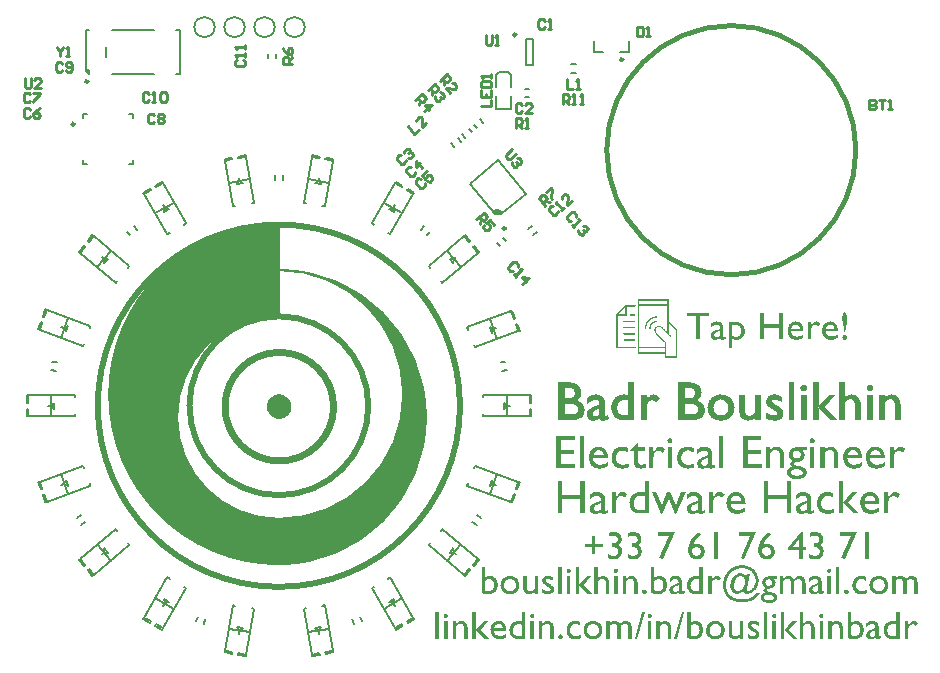
<source format=gto>
G04 Layer_Color=65535*
%FSLAX25Y25*%
%MOIN*%
G70*
G01*
G75*
%ADD11C,0.01000*%
%ADD62C,0.00984*%
%ADD63C,0.02263*%
%ADD64C,0.00754*%
%ADD65C,0.01885*%
%ADD66C,0.01575*%
%ADD67C,0.00787*%
%ADD68C,0.00500*%
%ADD69C,0.00591*%
G36*
X330671Y96486D02*
X330794Y96469D01*
X330829D01*
X330899Y96451D01*
X331005Y96416D01*
X331128Y96381D01*
X331145D01*
X331163Y96363D01*
X331286Y96310D01*
X331444Y96223D01*
X331620Y96100D01*
X331637D01*
X331655Y96064D01*
X331708Y96029D01*
X331778Y95977D01*
X331954Y95854D01*
X332147Y95678D01*
X331409Y94466D01*
X331391Y94483D01*
X331339Y94536D01*
X331251Y94606D01*
X331163Y94676D01*
X331145Y94694D01*
X331093Y94747D01*
X331005Y94799D01*
X330899Y94852D01*
X330882D01*
X330864Y94870D01*
X330759Y94940D01*
X330618Y95010D01*
X330460Y95081D01*
X330443D01*
X330425Y95098D01*
X330337Y95133D01*
X330214Y95151D01*
X330091Y95168D01*
X330056D01*
X329968Y95151D01*
X329845Y95133D01*
X329669Y95098D01*
X329476Y95010D01*
X329265Y94905D01*
X329055Y94747D01*
X328861Y94536D01*
X328844Y94501D01*
X328791Y94430D01*
X328703Y94290D01*
X328615Y94114D01*
X328527Y93886D01*
X328440Y93622D01*
X328387Y93323D01*
X328369Y92990D01*
Y89300D01*
X326981D01*
Y96381D01*
X328369D01*
Y94747D01*
X328404D01*
Y94764D01*
X328422Y94782D01*
X328492Y94905D01*
X328598Y95063D01*
X328738Y95256D01*
X328896Y95467D01*
X329072Y95696D01*
X329265Y95906D01*
X329459Y96082D01*
X329476Y96100D01*
X329546Y96152D01*
X329652Y96223D01*
X329775Y96293D01*
X329933Y96363D01*
X330091Y96433D01*
X330285Y96486D01*
X330460Y96504D01*
X330566D01*
X330671Y96486D01*
D02*
G37*
G36*
X227201Y89300D02*
X225673D01*
Y93974D01*
X219629D01*
Y89300D01*
X218100D01*
Y100053D01*
X219629D01*
Y95344D01*
X225673D01*
Y100053D01*
X227201D01*
Y89300D01*
D02*
G37*
G36*
X272268Y96486D02*
X272391Y96469D01*
X272426D01*
X272497Y96451D01*
X272602Y96416D01*
X272725Y96381D01*
X272743D01*
X272760Y96363D01*
X272883Y96310D01*
X273041Y96223D01*
X273217Y96100D01*
X273235D01*
X273252Y96064D01*
X273305Y96029D01*
X273375Y95977D01*
X273551Y95854D01*
X273744Y95678D01*
X273006Y94466D01*
X272989Y94483D01*
X272936Y94536D01*
X272848Y94606D01*
X272760Y94676D01*
X272743Y94694D01*
X272690Y94747D01*
X272602Y94799D01*
X272497Y94852D01*
X272479D01*
X272462Y94870D01*
X272356Y94940D01*
X272216Y95010D01*
X272058Y95081D01*
X272040D01*
X272022Y95098D01*
X271935Y95133D01*
X271812Y95151D01*
X271689Y95168D01*
X271653D01*
X271566Y95151D01*
X271443Y95133D01*
X271267Y95098D01*
X271074Y95010D01*
X270863Y94905D01*
X270652Y94747D01*
X270459Y94536D01*
X270441Y94501D01*
X270388Y94430D01*
X270301Y94290D01*
X270213Y94114D01*
X270125Y93886D01*
X270037Y93622D01*
X269984Y93323D01*
X269967Y92990D01*
Y89300D01*
X268579D01*
Y96381D01*
X269967D01*
Y94747D01*
X270002D01*
Y94764D01*
X270019Y94782D01*
X270090Y94905D01*
X270195Y95063D01*
X270336Y95256D01*
X270494Y95467D01*
X270669Y95696D01*
X270863Y95906D01*
X271056Y96082D01*
X271074Y96100D01*
X271144Y96152D01*
X271249Y96223D01*
X271372Y96293D01*
X271530Y96363D01*
X271689Y96433D01*
X271882Y96486D01*
X272058Y96504D01*
X272163D01*
X272268Y96486D01*
D02*
G37*
G36*
X308515Y96469D02*
X308779Y96433D01*
X308796D01*
X308832Y96416D01*
X308902Y96398D01*
X308990Y96381D01*
X309201Y96328D01*
X309429Y96258D01*
X309464D01*
X309534Y96223D01*
X309622Y96187D01*
X309745Y96135D01*
X309780D01*
X309851Y96100D01*
X309938Y96064D01*
X310061Y96012D01*
Y94518D01*
X310044Y94536D01*
X309974Y94571D01*
X309886Y94624D01*
X309780Y94694D01*
X309499Y94835D01*
X309218Y94958D01*
X309201D01*
X309165Y94975D01*
X309095Y95010D01*
X309007Y95045D01*
X308779Y95116D01*
X308515Y95168D01*
X308498D01*
X308463Y95186D01*
X308304D01*
X308252Y95204D01*
X308023D01*
X307953Y95186D01*
X307777Y95168D01*
X307549Y95116D01*
X307303Y95045D01*
X307039Y94922D01*
X306793Y94764D01*
X306547Y94536D01*
X306530Y94501D01*
X306459Y94413D01*
X306354Y94272D01*
X306249Y94061D01*
X306143Y93815D01*
X306038Y93517D01*
X305968Y93183D01*
X305950Y92796D01*
Y92779D01*
Y92744D01*
Y92691D01*
X305968Y92621D01*
X305985Y92427D01*
X306038Y92181D01*
X306108Y91900D01*
X306231Y91619D01*
X306389Y91338D01*
X306600Y91075D01*
X306635Y91057D01*
X306723Y90987D01*
X306864Y90881D01*
X307074Y90776D01*
X307320Y90653D01*
X307619Y90565D01*
X307953Y90495D01*
X308340Y90460D01*
X308550D01*
X308673Y90477D01*
X308744D01*
X308814Y90495D01*
X308902Y90512D01*
X309148Y90548D01*
X309411Y90618D01*
X309429D01*
X309482Y90635D01*
X309552Y90671D01*
X309657Y90706D01*
X309763Y90758D01*
X309903Y90811D01*
X310220Y90934D01*
Y89564D01*
X310202D01*
X310167Y89546D01*
X310114Y89511D01*
X310044Y89476D01*
X309956Y89441D01*
X309851Y89405D01*
X309569Y89335D01*
X309552D01*
X309499Y89318D01*
X309411D01*
X309323Y89300D01*
X309183Y89265D01*
X309060Y89247D01*
X308744Y89195D01*
X308638D01*
X308533Y89177D01*
X308322D01*
X308217Y89159D01*
X307953D01*
X307848Y89177D01*
X307707Y89195D01*
X307566Y89212D01*
X307391Y89247D01*
X307197Y89282D01*
X306793Y89405D01*
X306354Y89581D01*
X306143Y89687D01*
X305932Y89827D01*
X305722Y89968D01*
X305528Y90143D01*
X305511Y90161D01*
X305493Y90196D01*
X305440Y90249D01*
X305370Y90319D01*
X305300Y90425D01*
X305212Y90530D01*
X305124Y90671D01*
X305036Y90829D01*
X304931Y91004D01*
X304843Y91198D01*
X304685Y91619D01*
X304615Y91865D01*
X304562Y92129D01*
X304544Y92392D01*
X304527Y92673D01*
Y92691D01*
Y92744D01*
Y92849D01*
X304544Y92972D01*
X304562Y93113D01*
X304579Y93288D01*
X304597Y93482D01*
X304650Y93675D01*
X304755Y94132D01*
X304913Y94589D01*
X305019Y94817D01*
X305159Y95045D01*
X305300Y95274D01*
X305458Y95467D01*
X305476Y95485D01*
X305511Y95520D01*
X305563Y95555D01*
X305634Y95625D01*
X305722Y95713D01*
X305845Y95801D01*
X305985Y95889D01*
X306143Y95994D01*
X306301Y96082D01*
X306495Y96170D01*
X306705Y96258D01*
X306934Y96346D01*
X307180Y96416D01*
X307443Y96451D01*
X307725Y96486D01*
X308023Y96504D01*
X308269D01*
X308515Y96469D01*
D02*
G37*
G36*
X239922Y96486D02*
X240045Y96469D01*
X240080D01*
X240150Y96451D01*
X240256Y96416D01*
X240379Y96381D01*
X240396D01*
X240414Y96363D01*
X240537Y96310D01*
X240695Y96223D01*
X240871Y96100D01*
X240888D01*
X240906Y96064D01*
X240959Y96029D01*
X241029Y95977D01*
X241205Y95854D01*
X241398Y95678D01*
X240660Y94466D01*
X240642Y94483D01*
X240590Y94536D01*
X240502Y94606D01*
X240414Y94676D01*
X240396Y94694D01*
X240344Y94747D01*
X240256Y94799D01*
X240150Y94852D01*
X240133D01*
X240115Y94870D01*
X240010Y94940D01*
X239869Y95010D01*
X239711Y95081D01*
X239693D01*
X239676Y95098D01*
X239588Y95133D01*
X239465Y95151D01*
X239342Y95168D01*
X239307D01*
X239219Y95151D01*
X239096Y95133D01*
X238920Y95098D01*
X238727Y95010D01*
X238516Y94905D01*
X238305Y94747D01*
X238112Y94536D01*
X238095Y94501D01*
X238042Y94430D01*
X237954Y94290D01*
X237866Y94114D01*
X237778Y93886D01*
X237690Y93622D01*
X237638Y93323D01*
X237620Y92990D01*
Y89300D01*
X236232D01*
Y96381D01*
X237620D01*
Y94747D01*
X237655D01*
Y94764D01*
X237673Y94782D01*
X237743Y94905D01*
X237849Y95063D01*
X237989Y95256D01*
X238147Y95467D01*
X238323Y95696D01*
X238516Y95906D01*
X238710Y96082D01*
X238727Y96100D01*
X238797Y96152D01*
X238903Y96223D01*
X239026Y96293D01*
X239184Y96363D01*
X239342Y96433D01*
X239535Y96486D01*
X239711Y96504D01*
X239816D01*
X239922Y96486D01*
D02*
G37*
G36*
X265984Y82181D02*
X265969D01*
X265940Y82152D01*
X265896Y82123D01*
X265837Y82093D01*
X265662Y81976D01*
X265457Y81830D01*
X265208Y81640D01*
X264944Y81405D01*
X264666Y81156D01*
X264388Y80864D01*
X264373Y80849D01*
X264359Y80834D01*
X264315Y80791D01*
X264271Y80732D01*
X264139Y80571D01*
X263993Y80366D01*
X263817Y80102D01*
X263641Y79824D01*
X263480Y79517D01*
X263334Y79195D01*
Y79180D01*
X263319Y79151D01*
X263305Y79092D01*
X263275Y79034D01*
Y79019D01*
X263261Y78990D01*
X263231Y78887D01*
X263246D01*
X263275Y78917D01*
X263334Y78946D01*
X263407Y78975D01*
X263495Y79019D01*
X263597Y79048D01*
X263832Y79136D01*
X263846D01*
X263890Y79151D01*
X263964Y79180D01*
X264066Y79195D01*
X264183Y79224D01*
X264315Y79239D01*
X264476Y79253D01*
X264739D01*
X264813Y79239D01*
X264915Y79224D01*
X265018Y79209D01*
X265266Y79165D01*
X265545Y79078D01*
X265852Y78946D01*
X265999Y78858D01*
X266145Y78755D01*
X266291Y78638D01*
X266423Y78507D01*
X266438Y78492D01*
X266452Y78477D01*
X266496Y78433D01*
X266540Y78375D01*
X266584Y78302D01*
X266657Y78214D01*
X266789Y77994D01*
X266921Y77731D01*
X267023Y77409D01*
X267111Y77043D01*
X267126Y76852D01*
X267140Y76647D01*
Y76633D01*
Y76603D01*
Y76545D01*
X267126Y76457D01*
X267111Y76369D01*
X267096Y76252D01*
X267038Y76003D01*
X266950Y75710D01*
X266818Y75388D01*
X266730Y75227D01*
X266628Y75066D01*
X266496Y74905D01*
X266365Y74759D01*
X266350Y74744D01*
X266335Y74730D01*
X266291Y74686D01*
X266233Y74642D01*
X266145Y74583D01*
X266057Y74510D01*
X265837Y74378D01*
X265574Y74232D01*
X265252Y74100D01*
X264900Y74012D01*
X264710Y73997D01*
X264505Y73983D01*
X264388D01*
X264286Y73997D01*
X264183Y74012D01*
X264051Y74027D01*
X263759Y74085D01*
X263422Y74188D01*
X263261Y74261D01*
X263085Y74349D01*
X262909Y74451D01*
X262734Y74568D01*
X262573Y74700D01*
X262412Y74847D01*
X262397Y74861D01*
X262382Y74891D01*
X262338Y74935D01*
X262295Y75008D01*
X262236Y75095D01*
X262163Y75198D01*
X262090Y75330D01*
X262016Y75462D01*
X261943Y75623D01*
X261870Y75798D01*
X261811Y75989D01*
X261738Y76193D01*
X261694Y76413D01*
X261650Y76633D01*
X261636Y76882D01*
X261621Y77145D01*
Y77160D01*
Y77218D01*
Y77306D01*
X261636Y77438D01*
X261650Y77584D01*
X261665Y77760D01*
X261694Y77965D01*
X261738Y78185D01*
X261782Y78419D01*
X261841Y78682D01*
X261914Y78946D01*
X262002Y79239D01*
X262104Y79517D01*
X262236Y79810D01*
X262368Y80117D01*
X262529Y80410D01*
X262543Y80424D01*
X262573Y80483D01*
X262631Y80571D01*
X262704Y80673D01*
X262792Y80820D01*
X262909Y80981D01*
X263056Y81156D01*
X263217Y81347D01*
X263393Y81566D01*
X263583Y81786D01*
X263803Y82006D01*
X264051Y82240D01*
X264315Y82474D01*
X264593Y82708D01*
X264886Y82943D01*
X265208Y83162D01*
Y83177D01*
X265984Y82181D01*
D02*
G37*
G36*
X280214Y73983D02*
X279072Y74481D01*
X282351Y81830D01*
X278486D01*
Y83060D01*
X284269D01*
X280214Y73983D01*
D02*
G37*
G36*
X253203D02*
X252061Y74481D01*
X255341Y81830D01*
X251476D01*
Y83060D01*
X257258D01*
X253203Y73983D01*
D02*
G37*
G36*
X295935Y89300D02*
X294407D01*
Y93974D01*
X288362D01*
Y89300D01*
X286834D01*
Y100053D01*
X288362D01*
Y95344D01*
X294407D01*
Y100053D01*
X295935D01*
Y89300D01*
D02*
G37*
G36*
X248479D02*
X245334D01*
X245228Y89318D01*
X245105Y89335D01*
X244947Y89353D01*
X244596Y89423D01*
X244191Y89546D01*
X243787Y89722D01*
X243577Y89827D01*
X243366Y89968D01*
X243172Y90108D01*
X242997Y90284D01*
X242979Y90302D01*
X242962Y90337D01*
X242909Y90389D01*
X242856Y90460D01*
X242786Y90565D01*
X242698Y90688D01*
X242610Y90829D01*
X242540Y91004D01*
X242452Y91180D01*
X242364Y91373D01*
X242276Y91602D01*
X242206Y91848D01*
X242153Y92094D01*
X242101Y92375D01*
X242083Y92656D01*
X242066Y92972D01*
Y92990D01*
Y93042D01*
Y93130D01*
X242083Y93236D01*
X242101Y93359D01*
X242118Y93517D01*
X242153Y93692D01*
X242189Y93868D01*
X242312Y94272D01*
X242487Y94694D01*
X242593Y94905D01*
X242733Y95116D01*
X242874Y95309D01*
X243049Y95502D01*
X243067Y95520D01*
X243102Y95537D01*
X243155Y95590D01*
X243225Y95660D01*
X243331Y95731D01*
X243454Y95819D01*
X243594Y95906D01*
X243752Y96012D01*
X243928Y96100D01*
X244104Y96187D01*
X244543Y96346D01*
X244789Y96416D01*
X245052Y96469D01*
X245316Y96486D01*
X245597Y96504D01*
X245790D01*
X245878Y96486D01*
X245984D01*
X246054Y96469D01*
X246230Y96451D01*
X246440Y96398D01*
X246458D01*
X246493Y96381D01*
X246546D01*
X246634Y96363D01*
X246845Y96293D01*
X247091Y96205D01*
Y100053D01*
X248479D01*
Y89300D01*
D02*
G37*
G36*
X257632Y89159D02*
X257193D01*
X255085Y94097D01*
X253012Y89159D01*
X252572D01*
X249427Y96381D01*
X250921D01*
X252783Y92094D01*
X254575Y96381D01*
X255612D01*
X257404Y92094D01*
X259249Y96381D01*
X260742D01*
X257632Y89159D01*
D02*
G37*
G36*
X231682Y96469D02*
X231928Y96433D01*
X232209Y96363D01*
X232507Y96275D01*
X232824Y96135D01*
X233105Y95942D01*
X233122D01*
X233140Y95924D01*
X233228Y95836D01*
X233351Y95696D01*
X233491Y95502D01*
X233614Y95256D01*
X233737Y94958D01*
X233825Y94589D01*
X233860Y94395D01*
Y94167D01*
Y90530D01*
Y90495D01*
X233878Y90407D01*
X233895Y90319D01*
X233931Y90231D01*
X233948Y90214D01*
X233983Y90196D01*
X234054Y90179D01*
X234141Y90161D01*
X234159D01*
X234212Y90179D01*
X234317Y90214D01*
X234440Y90266D01*
X234458D01*
X234475Y90284D01*
X234563Y90337D01*
X234704Y90425D01*
X234879Y90530D01*
Y89704D01*
X234862Y89687D01*
X234827Y89669D01*
X234756Y89616D01*
X234686Y89564D01*
X234510Y89458D01*
X234317Y89353D01*
X234299D01*
X234282Y89335D01*
X234194Y89300D01*
X234054Y89265D01*
X233895Y89212D01*
X233878D01*
X233843Y89195D01*
X233720Y89177D01*
X233667D01*
X233597Y89159D01*
X233456D01*
X233368Y89177D01*
X233263D01*
X233034Y89230D01*
X232911Y89265D01*
X232806Y89318D01*
X232788D01*
X232771Y89353D01*
X232718Y89388D01*
X232665Y89441D01*
X232613Y89528D01*
X232542Y89616D01*
X232490Y89722D01*
X232455Y89862D01*
X232437Y89845D01*
X232384Y89810D01*
X232279Y89739D01*
X232174Y89651D01*
X232015Y89564D01*
X231857Y89476D01*
X231682Y89388D01*
X231506Y89318D01*
X231488D01*
X231418Y89300D01*
X231330Y89265D01*
X231207Y89247D01*
X231067Y89212D01*
X230891Y89177D01*
X230540Y89159D01*
X230417D01*
X230276Y89195D01*
X230100Y89230D01*
X229889Y89282D01*
X229696Y89370D01*
X229485Y89493D01*
X229292Y89669D01*
X229275Y89687D01*
X229222Y89757D01*
X229134Y89880D01*
X229064Y90020D01*
X228976Y90196D01*
X228888Y90389D01*
X228835Y90618D01*
X228818Y90864D01*
Y90881D01*
Y90899D01*
Y90952D01*
X228835Y91022D01*
X228853Y91180D01*
X228906Y91391D01*
X228976Y91619D01*
X229081Y91848D01*
X229239Y92058D01*
X229450Y92252D01*
X229485Y92269D01*
X229573Y92322D01*
X229696Y92410D01*
X229872Y92515D01*
X230083Y92638D01*
X230329Y92761D01*
X230592Y92884D01*
X230873Y92990D01*
X230891D01*
X230926Y93007D01*
X231049Y93042D01*
X231067D01*
X231102Y93060D01*
X231225Y93113D01*
X232472Y93569D01*
Y93938D01*
Y93974D01*
Y94044D01*
X232455Y94167D01*
X232437Y94307D01*
X232402Y94448D01*
X232332Y94606D01*
X232261Y94764D01*
X232156Y94887D01*
X232138Y94905D01*
X232103Y94940D01*
X232015Y94975D01*
X231910Y95045D01*
X231787Y95098D01*
X231611Y95133D01*
X231418Y95168D01*
X231190Y95186D01*
X231137D01*
X231031Y95168D01*
X230891D01*
X230821Y95151D01*
X230715Y95133D01*
X230592Y95098D01*
X230434Y95045D01*
X230258Y94993D01*
X230083Y94905D01*
X229889Y94817D01*
X229872Y94799D01*
X229802Y94764D01*
X229714Y94694D01*
X229591Y94606D01*
X229450Y94501D01*
X229275Y94360D01*
X229116Y94202D01*
X228941Y94009D01*
Y95555D01*
X228958Y95573D01*
X229011Y95625D01*
X229099Y95713D01*
X229222Y95819D01*
X229362Y95942D01*
X229538Y96047D01*
X229731Y96170D01*
X229942Y96258D01*
X229977Y96275D01*
X230048Y96293D01*
X230171Y96328D01*
X230329Y96381D01*
X230522Y96433D01*
X230750Y96469D01*
X231014Y96486D01*
X231295Y96504D01*
X231471D01*
X231682Y96469D01*
D02*
G37*
G36*
X264028D02*
X264274Y96433D01*
X264555Y96363D01*
X264854Y96275D01*
X265170Y96135D01*
X265451Y95942D01*
X265469D01*
X265486Y95924D01*
X265574Y95836D01*
X265697Y95696D01*
X265838Y95502D01*
X265961Y95256D01*
X266084Y94958D01*
X266172Y94589D01*
X266207Y94395D01*
Y94167D01*
Y90530D01*
Y90495D01*
X266224Y90407D01*
X266242Y90319D01*
X266277Y90231D01*
X266295Y90214D01*
X266330Y90196D01*
X266400Y90179D01*
X266488Y90161D01*
X266505D01*
X266558Y90179D01*
X266664Y90214D01*
X266787Y90266D01*
X266804D01*
X266822Y90284D01*
X266910Y90337D01*
X267050Y90425D01*
X267226Y90530D01*
Y89704D01*
X267208Y89687D01*
X267173Y89669D01*
X267103Y89616D01*
X267033Y89564D01*
X266857Y89458D01*
X266664Y89353D01*
X266646D01*
X266628Y89335D01*
X266541Y89300D01*
X266400Y89265D01*
X266242Y89212D01*
X266224D01*
X266189Y89195D01*
X266066Y89177D01*
X266013D01*
X265943Y89159D01*
X265803D01*
X265715Y89177D01*
X265609D01*
X265381Y89230D01*
X265258Y89265D01*
X265153Y89318D01*
X265135D01*
X265117Y89353D01*
X265065Y89388D01*
X265012Y89441D01*
X264959Y89528D01*
X264889Y89616D01*
X264836Y89722D01*
X264801Y89862D01*
X264784Y89845D01*
X264731Y89810D01*
X264625Y89739D01*
X264520Y89651D01*
X264362Y89564D01*
X264204Y89476D01*
X264028Y89388D01*
X263852Y89318D01*
X263835D01*
X263764Y89300D01*
X263677Y89265D01*
X263554Y89247D01*
X263413Y89212D01*
X263237Y89177D01*
X262886Y89159D01*
X262763D01*
X262622Y89195D01*
X262447Y89230D01*
X262236Y89282D01*
X262043Y89370D01*
X261832Y89493D01*
X261638Y89669D01*
X261621Y89687D01*
X261568Y89757D01*
X261480Y89880D01*
X261410Y90020D01*
X261322Y90196D01*
X261234Y90389D01*
X261182Y90618D01*
X261164Y90864D01*
Y90881D01*
Y90899D01*
Y90952D01*
X261182Y91022D01*
X261199Y91180D01*
X261252Y91391D01*
X261322Y91619D01*
X261428Y91848D01*
X261586Y92058D01*
X261797Y92252D01*
X261832Y92269D01*
X261920Y92322D01*
X262043Y92410D01*
X262218Y92515D01*
X262429Y92638D01*
X262675Y92761D01*
X262939Y92884D01*
X263220Y92990D01*
X263237D01*
X263273Y93007D01*
X263396Y93042D01*
X263413D01*
X263448Y93060D01*
X263571Y93113D01*
X264819Y93569D01*
Y93938D01*
Y93974D01*
Y94044D01*
X264801Y94167D01*
X264784Y94307D01*
X264748Y94448D01*
X264678Y94606D01*
X264608Y94764D01*
X264502Y94887D01*
X264485Y94905D01*
X264450Y94940D01*
X264362Y94975D01*
X264256Y95045D01*
X264133Y95098D01*
X263958Y95133D01*
X263764Y95168D01*
X263536Y95186D01*
X263483D01*
X263378Y95168D01*
X263237D01*
X263167Y95151D01*
X263062Y95133D01*
X262939Y95098D01*
X262780Y95045D01*
X262605Y94993D01*
X262429Y94905D01*
X262236Y94817D01*
X262218Y94799D01*
X262148Y94764D01*
X262060Y94694D01*
X261937Y94606D01*
X261797Y94501D01*
X261621Y94360D01*
X261463Y94202D01*
X261287Y94009D01*
Y95555D01*
X261305Y95573D01*
X261357Y95625D01*
X261445Y95713D01*
X261568Y95819D01*
X261709Y95942D01*
X261884Y96047D01*
X262078Y96170D01*
X262288Y96258D01*
X262324Y96275D01*
X262394Y96293D01*
X262517Y96328D01*
X262675Y96381D01*
X262868Y96433D01*
X263097Y96469D01*
X263360Y96486D01*
X263641Y96504D01*
X263817D01*
X264028Y96469D01*
D02*
G37*
G36*
X303108Y114415D02*
X303196Y114397D01*
X303389Y114327D01*
X303494Y114274D01*
X303582Y114187D01*
X303600Y114169D01*
X303617Y114151D01*
X303652Y114099D01*
X303705Y114028D01*
X303793Y113835D01*
X303811Y113712D01*
X303828Y113589D01*
Y113554D01*
X303811Y113484D01*
X303793Y113396D01*
X303723Y113185D01*
X303670Y113097D01*
X303582Y112992D01*
X303565Y112974D01*
X303547Y112957D01*
X303494Y112922D01*
X303424Y112886D01*
X303231Y112799D01*
X303108Y112781D01*
X302985Y112763D01*
X302932D01*
X302862Y112781D01*
X302774Y112799D01*
X302581Y112869D01*
X302493Y112922D01*
X302387Y112992D01*
X302370Y113009D01*
X302352Y113044D01*
X302317Y113097D01*
X302282Y113167D01*
X302194Y113343D01*
X302177Y113466D01*
X302159Y113589D01*
Y113607D01*
Y113642D01*
X302177Y113712D01*
X302194Y113800D01*
X302264Y113993D01*
X302317Y114099D01*
X302387Y114187D01*
X302405Y114204D01*
X302440Y114222D01*
X302493Y114257D01*
X302563Y114310D01*
X302739Y114397D01*
X302862Y114415D01*
X302985Y114433D01*
X303038D01*
X303108Y114415D01*
D02*
G37*
G36*
X309398Y111586D02*
X309574Y111569D01*
X309820Y111516D01*
X310083Y111428D01*
X310364Y111305D01*
X310663Y111129D01*
X310926Y110901D01*
X310962Y110866D01*
X311032Y110760D01*
X311155Y110602D01*
X311278Y110374D01*
X311401Y110057D01*
X311524Y109689D01*
X311594Y109249D01*
X311629Y109003D01*
Y108740D01*
Y104400D01*
X310241D01*
Y108775D01*
Y108792D01*
Y108810D01*
Y108898D01*
X310224Y109038D01*
X310189Y109214D01*
X310153Y109407D01*
X310083Y109618D01*
X309978Y109829D01*
X309855Y110005D01*
X309837Y110022D01*
X309784Y110075D01*
X309697Y110163D01*
X309591Y110251D01*
X309451Y110321D01*
X309275Y110409D01*
X309082Y110462D01*
X308853Y110479D01*
X308730D01*
X308607Y110462D01*
X308467Y110426D01*
X308432D01*
X308361Y110409D01*
X308238Y110374D01*
X308115Y110321D01*
X308098D01*
X308080Y110303D01*
X308027Y110268D01*
X307957Y110233D01*
X307799Y110110D01*
X307606Y109970D01*
X307588Y109952D01*
X307571Y109934D01*
X307518Y109882D01*
X307448Y109829D01*
X307272Y109653D01*
X307079Y109443D01*
Y104400D01*
X305691D01*
Y111481D01*
X307079D01*
Y110549D01*
X307114D01*
X307131Y110567D01*
X307184Y110637D01*
X307272Y110708D01*
X307395Y110831D01*
X307535Y110936D01*
X307694Y111077D01*
X307869Y111200D01*
X308080Y111305D01*
X308098Y111323D01*
X308186Y111358D01*
X308291Y111393D01*
X308432Y111463D01*
X308607Y111516D01*
X308801Y111551D01*
X309011Y111586D01*
X309222Y111604D01*
X309328D01*
X309398Y111586D01*
D02*
G37*
G36*
X255669Y114415D02*
X255757Y114397D01*
X255950Y114327D01*
X256055Y114274D01*
X256143Y114187D01*
X256161Y114169D01*
X256178Y114151D01*
X256213Y114099D01*
X256266Y114028D01*
X256354Y113835D01*
X256372Y113712D01*
X256389Y113589D01*
Y113554D01*
X256372Y113484D01*
X256354Y113396D01*
X256284Y113185D01*
X256231Y113097D01*
X256143Y112992D01*
X256126Y112974D01*
X256108Y112957D01*
X256055Y112922D01*
X255985Y112886D01*
X255792Y112799D01*
X255669Y112781D01*
X255546Y112763D01*
X255493D01*
X255423Y112781D01*
X255335Y112799D01*
X255142Y112869D01*
X255054Y112922D01*
X254948Y112992D01*
X254931Y113009D01*
X254913Y113044D01*
X254878Y113097D01*
X254843Y113167D01*
X254755Y113343D01*
X254738Y113466D01*
X254720Y113589D01*
Y113607D01*
Y113642D01*
X254738Y113712D01*
X254755Y113800D01*
X254825Y113993D01*
X254878Y114099D01*
X254948Y114187D01*
X254966Y114204D01*
X255001Y114222D01*
X255054Y114257D01*
X255124Y114310D01*
X255300Y114397D01*
X255423Y114415D01*
X255546Y114433D01*
X255598D01*
X255669Y114415D01*
D02*
G37*
G36*
X313154Y89300D02*
X311766D01*
Y100053D01*
X313154D01*
Y89300D01*
D02*
G37*
G36*
X314999Y92902D02*
X318653Y89300D01*
X316756D01*
X313224Y92902D01*
X316351Y96381D01*
X318021D01*
X314999Y92902D01*
D02*
G37*
G36*
X322518Y96486D02*
X322641Y96469D01*
X322782Y96451D01*
X323081Y96381D01*
X323450Y96275D01*
X323819Y96100D01*
X323994Y95994D01*
X324170Y95854D01*
X324346Y95713D01*
X324504Y95537D01*
X324521Y95520D01*
X324539Y95485D01*
X324574Y95432D01*
X324644Y95362D01*
X324697Y95256D01*
X324767Y95133D01*
X324855Y94975D01*
X324926Y94817D01*
X325013Y94606D01*
X325084Y94395D01*
X325154Y94149D01*
X325224Y93886D01*
X325277Y93605D01*
X325312Y93288D01*
X325330Y92955D01*
X325347Y92603D01*
X320375D01*
Y92586D01*
X320392Y92550D01*
Y92498D01*
X320410Y92427D01*
X320463Y92234D01*
X320533Y92006D01*
X320638Y91742D01*
X320779Y91479D01*
X320937Y91233D01*
X321148Y91004D01*
X321183Y90987D01*
X321253Y90916D01*
X321394Y90846D01*
X321570Y90741D01*
X321798Y90653D01*
X322079Y90565D01*
X322395Y90495D01*
X322764Y90477D01*
X322940D01*
X323063Y90495D01*
X323204Y90512D01*
X323362Y90530D01*
X323696Y90600D01*
X323713D01*
X323784Y90618D01*
X323871Y90653D01*
X323994Y90688D01*
X324135Y90741D01*
X324293Y90811D01*
X324627Y90969D01*
X324662Y90987D01*
X324732Y91022D01*
X324820Y91075D01*
X324926Y91127D01*
X324961Y91145D01*
X325031Y91198D01*
X325119Y91250D01*
X325242Y91321D01*
Y89985D01*
X325224Y89968D01*
X325172Y89950D01*
X325101Y89897D01*
X325031Y89845D01*
X325013Y89827D01*
X324978Y89810D01*
X324908Y89774D01*
X324838Y89739D01*
X324820Y89722D01*
X324750Y89687D01*
X324644Y89634D01*
X324504Y89564D01*
X324328Y89493D01*
X324152Y89423D01*
X323942Y89353D01*
X323731Y89300D01*
X323713D01*
X323625Y89282D01*
X323520Y89265D01*
X323362Y89230D01*
X323169Y89212D01*
X322940Y89177D01*
X322694Y89159D01*
X322255D01*
X322149Y89177D01*
X322009Y89195D01*
X321851Y89212D01*
X321482Y89300D01*
X321060Y89441D01*
X320849Y89528D01*
X320638Y89634D01*
X320428Y89774D01*
X320234Y89933D01*
X320041Y90108D01*
X319865Y90302D01*
X319848Y90319D01*
X319830Y90354D01*
X319778Y90425D01*
X319725Y90495D01*
X319655Y90618D01*
X319584Y90741D01*
X319514Y90881D01*
X319426Y91057D01*
X319268Y91444D01*
X319127Y91883D01*
X319022Y92375D01*
X319005Y92638D01*
X318987Y92902D01*
Y92919D01*
Y92972D01*
Y93060D01*
X319005Y93165D01*
X319022Y93306D01*
X319040Y93464D01*
X319057Y93640D01*
X319110Y93833D01*
X319215Y94237D01*
X319373Y94676D01*
X319479Y94887D01*
X319602Y95098D01*
X319742Y95309D01*
X319901Y95502D01*
X319918Y95520D01*
X319936Y95537D01*
X319988Y95590D01*
X320059Y95660D01*
X320164Y95731D01*
X320269Y95819D01*
X320392Y95906D01*
X320551Y96012D01*
X320884Y96187D01*
X321289Y96346D01*
X321517Y96416D01*
X321763Y96469D01*
X322026Y96486D01*
X322290Y96504D01*
X322431D01*
X322518Y96486D01*
D02*
G37*
G36*
X277908D02*
X278031Y96469D01*
X278172Y96451D01*
X278470Y96381D01*
X278839Y96275D01*
X279208Y96100D01*
X279384Y95994D01*
X279560Y95854D01*
X279736Y95713D01*
X279894Y95537D01*
X279911Y95520D01*
X279929Y95485D01*
X279964Y95432D01*
X280034Y95362D01*
X280087Y95256D01*
X280157Y95133D01*
X280245Y94975D01*
X280315Y94817D01*
X280403Y94606D01*
X280473Y94395D01*
X280544Y94149D01*
X280614Y93886D01*
X280667Y93605D01*
X280702Y93288D01*
X280719Y92955D01*
X280737Y92603D01*
X275765D01*
Y92586D01*
X275782Y92550D01*
Y92498D01*
X275800Y92427D01*
X275853Y92234D01*
X275923Y92006D01*
X276028Y91742D01*
X276169Y91479D01*
X276327Y91233D01*
X276538Y91004D01*
X276573Y90987D01*
X276643Y90916D01*
X276784Y90846D01*
X276959Y90741D01*
X277188Y90653D01*
X277469Y90565D01*
X277785Y90495D01*
X278154Y90477D01*
X278330D01*
X278453Y90495D01*
X278593Y90512D01*
X278752Y90530D01*
X279085Y90600D01*
X279103D01*
X279173Y90618D01*
X279261Y90653D01*
X279384Y90688D01*
X279525Y90741D01*
X279683Y90811D01*
X280017Y90969D01*
X280052Y90987D01*
X280122Y91022D01*
X280210Y91075D01*
X280315Y91127D01*
X280350Y91145D01*
X280421Y91198D01*
X280509Y91250D01*
X280632Y91321D01*
Y89985D01*
X280614Y89968D01*
X280561Y89950D01*
X280491Y89897D01*
X280421Y89845D01*
X280403Y89827D01*
X280368Y89810D01*
X280298Y89774D01*
X280227Y89739D01*
X280210Y89722D01*
X280140Y89687D01*
X280034Y89634D01*
X279894Y89564D01*
X279718Y89493D01*
X279542Y89423D01*
X279331Y89353D01*
X279121Y89300D01*
X279103D01*
X279015Y89282D01*
X278910Y89265D01*
X278752Y89230D01*
X278558Y89212D01*
X278330Y89177D01*
X278084Y89159D01*
X277645D01*
X277539Y89177D01*
X277399Y89195D01*
X277241Y89212D01*
X276872Y89300D01*
X276450Y89441D01*
X276239Y89528D01*
X276028Y89634D01*
X275817Y89774D01*
X275624Y89933D01*
X275431Y90108D01*
X275255Y90302D01*
X275238Y90319D01*
X275220Y90354D01*
X275167Y90425D01*
X275115Y90495D01*
X275044Y90618D01*
X274974Y90741D01*
X274904Y90881D01*
X274816Y91057D01*
X274658Y91444D01*
X274517Y91883D01*
X274412Y92375D01*
X274394Y92638D01*
X274377Y92902D01*
Y92919D01*
Y92972D01*
Y93060D01*
X274394Y93165D01*
X274412Y93306D01*
X274429Y93464D01*
X274447Y93640D01*
X274500Y93833D01*
X274605Y94237D01*
X274763Y94676D01*
X274869Y94887D01*
X274992Y95098D01*
X275132Y95309D01*
X275290Y95502D01*
X275308Y95520D01*
X275325Y95537D01*
X275378Y95590D01*
X275448Y95660D01*
X275554Y95731D01*
X275659Y95819D01*
X275782Y95906D01*
X275940Y96012D01*
X276274Y96187D01*
X276678Y96346D01*
X276907Y96416D01*
X277153Y96469D01*
X277416Y96486D01*
X277680Y96504D01*
X277820D01*
X277908Y96486D01*
D02*
G37*
G36*
X300415Y96469D02*
X300661Y96433D01*
X300942Y96363D01*
X301241Y96275D01*
X301557Y96135D01*
X301839Y95942D01*
X301856D01*
X301874Y95924D01*
X301962Y95836D01*
X302085Y95696D01*
X302225Y95502D01*
X302348Y95256D01*
X302471Y94958D01*
X302559Y94589D01*
X302594Y94395D01*
Y94167D01*
Y90530D01*
Y90495D01*
X302612Y90407D01*
X302629Y90319D01*
X302664Y90231D01*
X302682Y90214D01*
X302717Y90196D01*
X302787Y90179D01*
X302875Y90161D01*
X302893D01*
X302945Y90179D01*
X303051Y90214D01*
X303174Y90266D01*
X303191D01*
X303209Y90284D01*
X303297Y90337D01*
X303437Y90425D01*
X303613Y90530D01*
Y89704D01*
X303596Y89687D01*
X303560Y89669D01*
X303490Y89616D01*
X303420Y89564D01*
X303244Y89458D01*
X303051Y89353D01*
X303033D01*
X303016Y89335D01*
X302928Y89300D01*
X302787Y89265D01*
X302629Y89212D01*
X302612D01*
X302577Y89195D01*
X302454Y89177D01*
X302401D01*
X302331Y89159D01*
X302190D01*
X302102Y89177D01*
X301997D01*
X301768Y89230D01*
X301645Y89265D01*
X301540Y89318D01*
X301522D01*
X301505Y89353D01*
X301452Y89388D01*
X301399Y89441D01*
X301347Y89528D01*
X301276Y89616D01*
X301224Y89722D01*
X301188Y89862D01*
X301171Y89845D01*
X301118Y89810D01*
X301013Y89739D01*
X300907Y89651D01*
X300749Y89564D01*
X300591Y89476D01*
X300415Y89388D01*
X300240Y89318D01*
X300222D01*
X300152Y89300D01*
X300064Y89265D01*
X299941Y89247D01*
X299800Y89212D01*
X299625Y89177D01*
X299273Y89159D01*
X299150D01*
X299010Y89195D01*
X298834Y89230D01*
X298623Y89282D01*
X298430Y89370D01*
X298219Y89493D01*
X298026Y89669D01*
X298008Y89687D01*
X297956Y89757D01*
X297868Y89880D01*
X297797Y90020D01*
X297710Y90196D01*
X297622Y90389D01*
X297569Y90618D01*
X297551Y90864D01*
Y90881D01*
Y90899D01*
Y90952D01*
X297569Y91022D01*
X297587Y91180D01*
X297639Y91391D01*
X297710Y91619D01*
X297815Y91848D01*
X297973Y92058D01*
X298184Y92252D01*
X298219Y92269D01*
X298307Y92322D01*
X298430Y92410D01*
X298606Y92515D01*
X298817Y92638D01*
X299063Y92761D01*
X299326Y92884D01*
X299607Y92990D01*
X299625D01*
X299660Y93007D01*
X299783Y93042D01*
X299800D01*
X299836Y93060D01*
X299959Y93113D01*
X301206Y93569D01*
Y93938D01*
Y93974D01*
Y94044D01*
X301188Y94167D01*
X301171Y94307D01*
X301136Y94448D01*
X301065Y94606D01*
X300995Y94764D01*
X300890Y94887D01*
X300872Y94905D01*
X300837Y94940D01*
X300749Y94975D01*
X300644Y95045D01*
X300521Y95098D01*
X300345Y95133D01*
X300152Y95168D01*
X299923Y95186D01*
X299871D01*
X299765Y95168D01*
X299625D01*
X299554Y95151D01*
X299449Y95133D01*
X299326Y95098D01*
X299168Y95045D01*
X298992Y94993D01*
X298817Y94905D01*
X298623Y94817D01*
X298606Y94799D01*
X298535Y94764D01*
X298448Y94694D01*
X298325Y94606D01*
X298184Y94501D01*
X298008Y94360D01*
X297850Y94202D01*
X297674Y94009D01*
Y95555D01*
X297692Y95573D01*
X297745Y95625D01*
X297833Y95713D01*
X297956Y95819D01*
X298096Y95942D01*
X298272Y96047D01*
X298465Y96170D01*
X298676Y96258D01*
X298711Y96275D01*
X298781Y96293D01*
X298904Y96328D01*
X299063Y96381D01*
X299256Y96433D01*
X299484Y96469D01*
X299748Y96486D01*
X300029Y96504D01*
X300205D01*
X300415Y96469D01*
D02*
G37*
G36*
X289349Y82181D02*
X289335D01*
X289305Y82152D01*
X289261Y82123D01*
X289203Y82093D01*
X289027Y81976D01*
X288822Y81830D01*
X288573Y81640D01*
X288310Y81405D01*
X288032Y81156D01*
X287754Y80864D01*
X287739Y80849D01*
X287724Y80834D01*
X287680Y80791D01*
X287636Y80732D01*
X287505Y80571D01*
X287358Y80366D01*
X287183Y80102D01*
X287007Y79824D01*
X286846Y79517D01*
X286699Y79195D01*
Y79180D01*
X286685Y79151D01*
X286670Y79092D01*
X286641Y79034D01*
Y79019D01*
X286626Y78990D01*
X286597Y78887D01*
X286612D01*
X286641Y78917D01*
X286699Y78946D01*
X286773Y78975D01*
X286860Y79019D01*
X286963Y79048D01*
X287197Y79136D01*
X287212D01*
X287256Y79151D01*
X287329Y79180D01*
X287431Y79195D01*
X287549Y79224D01*
X287680Y79239D01*
X287841Y79253D01*
X288105D01*
X288178Y79239D01*
X288281Y79224D01*
X288383Y79209D01*
X288632Y79165D01*
X288910Y79078D01*
X289217Y78946D01*
X289364Y78858D01*
X289510Y78755D01*
X289657Y78638D01*
X289789Y78507D01*
X289803Y78492D01*
X289818Y78477D01*
X289862Y78433D01*
X289906Y78375D01*
X289949Y78302D01*
X290023Y78214D01*
X290155Y77994D01*
X290286Y77731D01*
X290389Y77409D01*
X290477Y77043D01*
X290491Y76852D01*
X290506Y76647D01*
Y76633D01*
Y76603D01*
Y76545D01*
X290491Y76457D01*
X290477Y76369D01*
X290462Y76252D01*
X290403Y76003D01*
X290316Y75710D01*
X290184Y75388D01*
X290096Y75227D01*
X289993Y75066D01*
X289862Y74905D01*
X289730Y74759D01*
X289715Y74744D01*
X289701Y74730D01*
X289657Y74686D01*
X289598Y74642D01*
X289510Y74583D01*
X289422Y74510D01*
X289203Y74378D01*
X288939Y74232D01*
X288617Y74100D01*
X288266Y74012D01*
X288076Y73997D01*
X287871Y73983D01*
X287754D01*
X287651Y73997D01*
X287549Y74012D01*
X287417Y74027D01*
X287124Y74085D01*
X286787Y74188D01*
X286626Y74261D01*
X286451Y74349D01*
X286275Y74451D01*
X286099Y74568D01*
X285938Y74700D01*
X285777Y74847D01*
X285763Y74861D01*
X285748Y74891D01*
X285704Y74935D01*
X285660Y75008D01*
X285601Y75095D01*
X285528Y75198D01*
X285455Y75330D01*
X285382Y75462D01*
X285309Y75623D01*
X285235Y75798D01*
X285177Y75989D01*
X285104Y76193D01*
X285060Y76413D01*
X285016Y76633D01*
X285001Y76882D01*
X284987Y77145D01*
Y77160D01*
Y77218D01*
Y77306D01*
X285001Y77438D01*
X285016Y77584D01*
X285031Y77760D01*
X285060Y77965D01*
X285104Y78185D01*
X285148Y78419D01*
X285206Y78682D01*
X285279Y78946D01*
X285367Y79239D01*
X285470Y79517D01*
X285601Y79810D01*
X285733Y80117D01*
X285894Y80410D01*
X285909Y80424D01*
X285938Y80483D01*
X285997Y80571D01*
X286070Y80673D01*
X286158Y80820D01*
X286275Y80981D01*
X286421Y81156D01*
X286582Y81347D01*
X286758Y81566D01*
X286948Y81786D01*
X287168Y82006D01*
X287417Y82240D01*
X287680Y82474D01*
X287959Y82708D01*
X288251Y82943D01*
X288573Y83162D01*
Y83177D01*
X289349Y82181D01*
D02*
G37*
G36*
X304269Y68473D02*
X304474Y68444D01*
X304708Y68385D01*
X304957Y68312D01*
X305221Y68195D01*
X305455Y68034D01*
X305469D01*
X305484Y68019D01*
X305557Y67946D01*
X305660Y67829D01*
X305777Y67668D01*
X305879Y67463D01*
X305982Y67214D01*
X306055Y66907D01*
X306084Y66746D01*
Y66555D01*
Y63525D01*
Y63495D01*
X306099Y63422D01*
X306114Y63349D01*
X306143Y63276D01*
X306157Y63261D01*
X306187Y63247D01*
X306245Y63232D01*
X306319Y63217D01*
X306333D01*
X306377Y63232D01*
X306465Y63261D01*
X306567Y63305D01*
X306582D01*
X306597Y63320D01*
X306670Y63364D01*
X306787Y63437D01*
X306933Y63525D01*
Y62837D01*
X306919Y62822D01*
X306890Y62807D01*
X306831Y62764D01*
X306772Y62720D01*
X306626Y62632D01*
X306465Y62544D01*
X306450D01*
X306436Y62529D01*
X306363Y62500D01*
X306245Y62471D01*
X306114Y62427D01*
X306099D01*
X306070Y62412D01*
X305967Y62397D01*
X305923D01*
X305865Y62383D01*
X305748D01*
X305674Y62397D01*
X305587D01*
X305396Y62441D01*
X305294Y62471D01*
X305206Y62515D01*
X305191D01*
X305177Y62544D01*
X305133Y62573D01*
X305089Y62617D01*
X305045Y62690D01*
X304986Y62764D01*
X304942Y62851D01*
X304913Y62968D01*
X304899Y62954D01*
X304855Y62925D01*
X304767Y62866D01*
X304679Y62793D01*
X304547Y62720D01*
X304415Y62646D01*
X304269Y62573D01*
X304123Y62515D01*
X304108D01*
X304049Y62500D01*
X303976Y62471D01*
X303874Y62456D01*
X303757Y62427D01*
X303610Y62397D01*
X303317Y62383D01*
X303215D01*
X303098Y62412D01*
X302951Y62441D01*
X302776Y62485D01*
X302615Y62559D01*
X302439Y62661D01*
X302278Y62807D01*
X302263Y62822D01*
X302219Y62881D01*
X302146Y62983D01*
X302088Y63100D01*
X302014Y63247D01*
X301941Y63408D01*
X301897Y63598D01*
X301883Y63803D01*
Y63818D01*
Y63832D01*
Y63876D01*
X301897Y63935D01*
X301912Y64066D01*
X301956Y64242D01*
X302014Y64433D01*
X302102Y64623D01*
X302234Y64798D01*
X302410Y64960D01*
X302439Y64974D01*
X302512Y65018D01*
X302615Y65091D01*
X302761Y65179D01*
X302937Y65282D01*
X303142Y65384D01*
X303361Y65487D01*
X303595Y65574D01*
X303610D01*
X303639Y65589D01*
X303742Y65618D01*
X303757D01*
X303786Y65633D01*
X303888Y65677D01*
X304928Y66057D01*
Y66365D01*
Y66394D01*
Y66453D01*
X304913Y66555D01*
X304899Y66672D01*
X304869Y66790D01*
X304811Y66921D01*
X304752Y67053D01*
X304664Y67155D01*
X304650Y67170D01*
X304620Y67199D01*
X304547Y67229D01*
X304459Y67287D01*
X304357Y67331D01*
X304210Y67361D01*
X304049Y67390D01*
X303859Y67404D01*
X303815D01*
X303727Y67390D01*
X303610D01*
X303552Y67375D01*
X303464Y67361D01*
X303361Y67331D01*
X303229Y67287D01*
X303083Y67243D01*
X302937Y67170D01*
X302776Y67097D01*
X302761Y67082D01*
X302702Y67053D01*
X302629Y66995D01*
X302527Y66921D01*
X302410Y66833D01*
X302263Y66716D01*
X302132Y66585D01*
X301985Y66423D01*
Y67712D01*
X302000Y67726D01*
X302044Y67770D01*
X302117Y67844D01*
X302219Y67931D01*
X302337Y68034D01*
X302483Y68122D01*
X302644Y68224D01*
X302820Y68297D01*
X302849Y68312D01*
X302907Y68327D01*
X303010Y68356D01*
X303142Y68400D01*
X303303Y68444D01*
X303493Y68473D01*
X303713Y68488D01*
X303947Y68502D01*
X304093D01*
X304269Y68473D01*
D02*
G37*
G36*
X314458Y63935D02*
X314532Y63920D01*
X314619Y63876D01*
X314722Y63832D01*
X314810Y63774D01*
X314898Y63700D01*
X314912Y63686D01*
X314942Y63657D01*
X314971Y63613D01*
X315015Y63554D01*
X315059Y63466D01*
X315103Y63378D01*
X315117Y63261D01*
X315132Y63144D01*
Y63130D01*
Y63086D01*
X315117Y63027D01*
X315103Y62954D01*
X315073Y62866D01*
X315029Y62778D01*
X314971Y62690D01*
X314898Y62603D01*
X314883Y62588D01*
X314854Y62573D01*
X314810Y62529D01*
X314751Y62500D01*
X314663Y62456D01*
X314576Y62412D01*
X314458Y62397D01*
X314341Y62383D01*
X314283D01*
X314224Y62397D01*
X314151Y62412D01*
X314063Y62441D01*
X313975Y62471D01*
X313873Y62529D01*
X313785Y62603D01*
X313770Y62617D01*
X313756Y62646D01*
X313712Y62690D01*
X313683Y62749D01*
X313639Y62837D01*
X313595Y62925D01*
X313580Y63042D01*
X313565Y63159D01*
Y63173D01*
Y63217D01*
X313580Y63276D01*
X313595Y63349D01*
X313624Y63437D01*
X313653Y63525D01*
X313712Y63627D01*
X313785Y63715D01*
X313800Y63730D01*
X313829Y63759D01*
X313873Y63788D01*
X313946Y63832D01*
X314019Y63876D01*
X314122Y63920D01*
X314224Y63935D01*
X314341Y63949D01*
X314400D01*
X314458Y63935D01*
D02*
G37*
G36*
X257758Y68473D02*
X257963Y68444D01*
X258197Y68385D01*
X258446Y68312D01*
X258709Y68195D01*
X258944Y68034D01*
X258958D01*
X258973Y68019D01*
X259046Y67946D01*
X259149Y67829D01*
X259266Y67668D01*
X259368Y67463D01*
X259471Y67214D01*
X259544Y66907D01*
X259573Y66746D01*
Y66555D01*
Y63525D01*
Y63495D01*
X259588Y63422D01*
X259602Y63349D01*
X259632Y63276D01*
X259646Y63261D01*
X259676Y63247D01*
X259734Y63232D01*
X259807Y63217D01*
X259822D01*
X259866Y63232D01*
X259954Y63261D01*
X260056Y63305D01*
X260071D01*
X260085Y63320D01*
X260159Y63364D01*
X260276Y63437D01*
X260422Y63525D01*
Y62837D01*
X260407Y62822D01*
X260378Y62807D01*
X260320Y62764D01*
X260261Y62720D01*
X260115Y62632D01*
X259954Y62544D01*
X259939D01*
X259924Y62529D01*
X259851Y62500D01*
X259734Y62471D01*
X259602Y62427D01*
X259588D01*
X259558Y62412D01*
X259456Y62397D01*
X259412D01*
X259353Y62383D01*
X259236D01*
X259163Y62397D01*
X259075D01*
X258885Y62441D01*
X258783Y62471D01*
X258695Y62515D01*
X258680D01*
X258665Y62544D01*
X258621Y62573D01*
X258577Y62617D01*
X258534Y62690D01*
X258475Y62764D01*
X258431Y62851D01*
X258402Y62968D01*
X258387Y62954D01*
X258343Y62925D01*
X258255Y62866D01*
X258168Y62793D01*
X258036Y62720D01*
X257904Y62646D01*
X257758Y62573D01*
X257611Y62515D01*
X257597D01*
X257538Y62500D01*
X257465Y62471D01*
X257362Y62456D01*
X257245Y62427D01*
X257099Y62397D01*
X256806Y62383D01*
X256704D01*
X256587Y62412D01*
X256440Y62441D01*
X256264Y62485D01*
X256103Y62559D01*
X255928Y62661D01*
X255767Y62807D01*
X255752Y62822D01*
X255708Y62881D01*
X255635Y62983D01*
X255576Y63100D01*
X255503Y63247D01*
X255430Y63408D01*
X255386Y63598D01*
X255371Y63803D01*
Y63818D01*
Y63832D01*
Y63876D01*
X255386Y63935D01*
X255401Y64066D01*
X255445Y64242D01*
X255503Y64433D01*
X255591Y64623D01*
X255723Y64798D01*
X255898Y64960D01*
X255928Y64974D01*
X256001Y65018D01*
X256103Y65091D01*
X256250Y65179D01*
X256425Y65282D01*
X256630Y65384D01*
X256850Y65487D01*
X257084Y65574D01*
X257099D01*
X257128Y65589D01*
X257231Y65618D01*
X257245D01*
X257275Y65633D01*
X257377Y65677D01*
X258417Y66057D01*
Y66365D01*
Y66394D01*
Y66453D01*
X258402Y66555D01*
X258387Y66672D01*
X258358Y66790D01*
X258299Y66921D01*
X258241Y67053D01*
X258153Y67155D01*
X258138Y67170D01*
X258109Y67199D01*
X258036Y67229D01*
X257948Y67287D01*
X257845Y67331D01*
X257699Y67361D01*
X257538Y67390D01*
X257348Y67404D01*
X257304D01*
X257216Y67390D01*
X257099D01*
X257040Y67375D01*
X256953Y67361D01*
X256850Y67331D01*
X256718Y67287D01*
X256572Y67243D01*
X256425Y67170D01*
X256264Y67097D01*
X256250Y67082D01*
X256191Y67053D01*
X256118Y66995D01*
X256015Y66921D01*
X255898Y66833D01*
X255752Y66716D01*
X255620Y66585D01*
X255474Y66423D01*
Y67712D01*
X255488Y67726D01*
X255532Y67770D01*
X255606Y67844D01*
X255708Y67931D01*
X255825Y68034D01*
X255972Y68122D01*
X256133Y68224D01*
X256308Y68297D01*
X256338Y68312D01*
X256396Y68327D01*
X256499Y68356D01*
X256630Y68400D01*
X256791Y68444D01*
X256982Y68473D01*
X257201Y68488D01*
X257436Y68502D01*
X257582D01*
X257758Y68473D01*
D02*
G37*
G36*
X247114Y63935D02*
X247188Y63920D01*
X247275Y63876D01*
X247378Y63832D01*
X247466Y63774D01*
X247554Y63700D01*
X247568Y63686D01*
X247598Y63657D01*
X247627Y63613D01*
X247671Y63554D01*
X247715Y63466D01*
X247759Y63378D01*
X247773Y63261D01*
X247788Y63144D01*
Y63130D01*
Y63086D01*
X247773Y63027D01*
X247759Y62954D01*
X247729Y62866D01*
X247685Y62778D01*
X247627Y62690D01*
X247554Y62603D01*
X247539Y62588D01*
X247510Y62573D01*
X247466Y62529D01*
X247407Y62500D01*
X247319Y62456D01*
X247232Y62412D01*
X247114Y62397D01*
X246997Y62383D01*
X246939D01*
X246880Y62397D01*
X246807Y62412D01*
X246719Y62441D01*
X246631Y62471D01*
X246529Y62529D01*
X246441Y62603D01*
X246426Y62617D01*
X246412Y62646D01*
X246368Y62690D01*
X246339Y62749D01*
X246295Y62837D01*
X246251Y62925D01*
X246236Y63042D01*
X246221Y63159D01*
Y63173D01*
Y63217D01*
X246236Y63276D01*
X246251Y63349D01*
X246280Y63437D01*
X246309Y63525D01*
X246368Y63627D01*
X246441Y63715D01*
X246456Y63730D01*
X246485Y63759D01*
X246529Y63788D01*
X246602Y63832D01*
X246675Y63876D01*
X246778Y63920D01*
X246880Y63935D01*
X246997Y63949D01*
X247056D01*
X247114Y63935D01*
D02*
G37*
G36*
X250394Y67975D02*
X250408Y67990D01*
X250467Y68019D01*
X250540Y68063D01*
X250628Y68122D01*
X250745Y68195D01*
X250877Y68253D01*
X251170Y68371D01*
X251184D01*
X251243Y68385D01*
X251316Y68415D01*
X251433Y68444D01*
X251550Y68458D01*
X251697Y68488D01*
X252019Y68502D01*
X252121D01*
X252209Y68488D01*
X252297Y68473D01*
X252414Y68458D01*
X252663Y68400D01*
X252956Y68297D01*
X253102Y68239D01*
X253263Y68151D01*
X253410Y68049D01*
X253571Y67946D01*
X253717Y67814D01*
X253849Y67668D01*
X253863Y67653D01*
X253878Y67624D01*
X253922Y67580D01*
X253966Y67522D01*
X254010Y67434D01*
X254083Y67331D01*
X254142Y67229D01*
X254215Y67097D01*
X254273Y66951D01*
X254347Y66790D01*
X254449Y66423D01*
X254537Y66014D01*
X254552Y65794D01*
X254566Y65560D01*
Y65545D01*
Y65487D01*
Y65413D01*
X254552Y65311D01*
X254537Y65179D01*
X254522Y65033D01*
X254493Y64872D01*
X254464Y64696D01*
X254361Y64330D01*
X254303Y64125D01*
X254215Y63935D01*
X254112Y63744D01*
X254010Y63554D01*
X253878Y63378D01*
X253732Y63217D01*
X253717Y63203D01*
X253688Y63188D01*
X253644Y63144D01*
X253585Y63086D01*
X253497Y63027D01*
X253395Y62954D01*
X253263Y62881D01*
X253131Y62807D01*
X252970Y62720D01*
X252795Y62646D01*
X252604Y62573D01*
X252399Y62515D01*
X252180Y62456D01*
X251946Y62412D01*
X251682Y62397D01*
X251419Y62383D01*
X251272D01*
X251184Y62397D01*
X251038D01*
X250950Y62412D01*
X250935D01*
X250877Y62427D01*
X250774D01*
X250657Y62441D01*
X250525Y62471D01*
X250364Y62485D01*
X250028Y62544D01*
X250013D01*
X249955Y62559D01*
X249867Y62588D01*
X249764Y62617D01*
X249633Y62646D01*
X249501Y62690D01*
X249237Y62807D01*
Y71460D01*
X250394D01*
Y67975D01*
D02*
G37*
G36*
X225228Y62500D02*
X224071D01*
Y71460D01*
X225228D01*
Y62500D01*
D02*
G37*
G36*
X226765Y65501D02*
X229810Y62500D01*
X228229D01*
X225286Y65501D01*
X227892Y68400D01*
X229283D01*
X226765Y65501D01*
D02*
G37*
G36*
X222373Y62500D02*
X221216D01*
Y68400D01*
X222373D01*
Y62500D01*
D02*
G37*
G36*
X325365Y68502D02*
X325482Y68488D01*
X325614Y68473D01*
X325775Y68444D01*
X325936Y68400D01*
X326302Y68297D01*
X326493Y68224D01*
X326683Y68151D01*
X326873Y68049D01*
X327063Y67931D01*
X327239Y67800D01*
X327415Y67653D01*
X327429Y67639D01*
X327459Y67609D01*
X327503Y67565D01*
X327561Y67507D01*
X327620Y67419D01*
X327708Y67317D01*
X327781Y67199D01*
X327869Y67068D01*
X327957Y66921D01*
X328030Y66746D01*
X328176Y66380D01*
X328235Y66175D01*
X328279Y65955D01*
X328308Y65735D01*
X328323Y65487D01*
Y65472D01*
Y65428D01*
Y65355D01*
X328308Y65252D01*
X328293Y65135D01*
X328279Y65003D01*
X328249Y64842D01*
X328205Y64681D01*
X328103Y64330D01*
X328030Y64140D01*
X327942Y63949D01*
X327839Y63759D01*
X327722Y63583D01*
X327590Y63393D01*
X327429Y63232D01*
X327415Y63217D01*
X327385Y63203D01*
X327342Y63159D01*
X327268Y63100D01*
X327181Y63042D01*
X327078Y62968D01*
X326961Y62881D01*
X326815Y62807D01*
X326654Y62734D01*
X326478Y62646D01*
X326288Y62573D01*
X326083Y62515D01*
X325878Y62456D01*
X325643Y62427D01*
X325395Y62397D01*
X325131Y62383D01*
X324999D01*
X324911Y62397D01*
X324794Y62412D01*
X324662Y62427D01*
X324516Y62456D01*
X324355Y62500D01*
X323989Y62603D01*
X323813Y62676D01*
X323623Y62749D01*
X323433Y62851D01*
X323257Y62968D01*
X323081Y63100D01*
X322906Y63261D01*
X322891Y63276D01*
X322862Y63305D01*
X322818Y63349D01*
X322774Y63422D01*
X322701Y63510D01*
X322627Y63613D01*
X322554Y63730D01*
X322466Y63876D01*
X322379Y64023D01*
X322305Y64198D01*
X322159Y64564D01*
X322115Y64784D01*
X322071Y65003D01*
X322042Y65238D01*
X322027Y65487D01*
Y65501D01*
Y65545D01*
Y65604D01*
X322042Y65706D01*
X322057Y65809D01*
X322071Y65940D01*
X322100Y66072D01*
X322144Y66233D01*
X322247Y66570D01*
X322320Y66746D01*
X322408Y66921D01*
X322510Y67112D01*
X322627Y67287D01*
X322759Y67463D01*
X322920Y67624D01*
X322935Y67639D01*
X322964Y67668D01*
X323008Y67712D01*
X323081Y67756D01*
X323169Y67829D01*
X323272Y67902D01*
X323389Y67975D01*
X323535Y68063D01*
X323682Y68151D01*
X323857Y68224D01*
X324223Y68371D01*
X324443Y68415D01*
X324662Y68458D01*
X324897Y68488D01*
X325131Y68502D01*
Y68517D01*
X325263D01*
X325365Y68502D01*
D02*
G37*
G36*
X219489Y62500D02*
X218332D01*
Y71460D01*
X219489D01*
Y62500D01*
D02*
G37*
G36*
X202404Y68502D02*
X202521Y68488D01*
X202653Y68473D01*
X202814Y68444D01*
X202975Y68400D01*
X203341Y68297D01*
X203531Y68224D01*
X203721Y68151D01*
X203912Y68049D01*
X204102Y67931D01*
X204278Y67800D01*
X204453Y67653D01*
X204468Y67639D01*
X204497Y67609D01*
X204541Y67565D01*
X204600Y67507D01*
X204658Y67419D01*
X204746Y67317D01*
X204819Y67199D01*
X204907Y67068D01*
X204995Y66921D01*
X205068Y66746D01*
X205215Y66380D01*
X205273Y66175D01*
X205317Y65955D01*
X205346Y65735D01*
X205361Y65487D01*
Y65472D01*
Y65428D01*
Y65355D01*
X205346Y65252D01*
X205332Y65135D01*
X205317Y65003D01*
X205288Y64842D01*
X205244Y64681D01*
X205141Y64330D01*
X205068Y64140D01*
X204980Y63949D01*
X204878Y63759D01*
X204761Y63583D01*
X204629Y63393D01*
X204468Y63232D01*
X204453Y63217D01*
X204424Y63203D01*
X204380Y63159D01*
X204307Y63100D01*
X204219Y63042D01*
X204117Y62968D01*
X204000Y62881D01*
X203853Y62807D01*
X203692Y62734D01*
X203517Y62646D01*
X203326Y62573D01*
X203121Y62515D01*
X202916Y62456D01*
X202682Y62427D01*
X202433Y62397D01*
X202170Y62383D01*
X202038D01*
X201950Y62397D01*
X201833Y62412D01*
X201701Y62427D01*
X201555Y62456D01*
X201394Y62500D01*
X201028Y62603D01*
X200852Y62676D01*
X200662Y62749D01*
X200471Y62851D01*
X200296Y62968D01*
X200120Y63100D01*
X199944Y63261D01*
X199930Y63276D01*
X199900Y63305D01*
X199856Y63349D01*
X199813Y63422D01*
X199739Y63510D01*
X199666Y63613D01*
X199593Y63730D01*
X199505Y63876D01*
X199417Y64023D01*
X199344Y64198D01*
X199198Y64564D01*
X199154Y64784D01*
X199110Y65003D01*
X199081Y65238D01*
X199066Y65487D01*
Y65501D01*
Y65545D01*
Y65604D01*
X199081Y65706D01*
X199095Y65809D01*
X199110Y65940D01*
X199139Y66072D01*
X199183Y66233D01*
X199285Y66570D01*
X199359Y66746D01*
X199447Y66921D01*
X199549Y67112D01*
X199666Y67287D01*
X199798Y67463D01*
X199959Y67624D01*
X199974Y67639D01*
X200003Y67668D01*
X200047Y67712D01*
X200120Y67756D01*
X200208Y67829D01*
X200310Y67902D01*
X200427Y67975D01*
X200574Y68063D01*
X200720Y68151D01*
X200896Y68224D01*
X201262Y68371D01*
X201482Y68415D01*
X201701Y68458D01*
X201935Y68488D01*
X202170Y68502D01*
Y68517D01*
X202301D01*
X202404Y68502D01*
D02*
G37*
G36*
X321923Y74100D02*
X320650D01*
Y83060D01*
X321923D01*
Y74100D01*
D02*
G37*
G36*
X237026Y83148D02*
X237128D01*
X237245Y83133D01*
X237524Y83089D01*
X237817Y83001D01*
X238139Y82884D01*
X238461Y82738D01*
X238607Y82635D01*
X238739Y82518D01*
X238753D01*
X238768Y82489D01*
X238856Y82401D01*
X238973Y82254D01*
X239105Y82064D01*
X239237Y81815D01*
X239339Y81537D01*
X239427Y81200D01*
X239441Y81010D01*
X239456Y80820D01*
Y80805D01*
Y80791D01*
Y80703D01*
X239441Y80556D01*
X239427Y80395D01*
X239398Y80190D01*
X239339Y80000D01*
X239281Y79795D01*
X239193Y79605D01*
X239178Y79590D01*
X239149Y79531D01*
X239075Y79444D01*
X238988Y79341D01*
X238856Y79209D01*
X238709Y79078D01*
X238534Y78946D01*
X238314Y78814D01*
X238329D01*
X238344Y78799D01*
X238417Y78770D01*
X238534Y78712D01*
X238680Y78638D01*
X238827Y78521D01*
X238988Y78390D01*
X239134Y78214D01*
X239266Y78009D01*
X239281Y77980D01*
X239310Y77906D01*
X239368Y77789D01*
X239427Y77628D01*
X239485Y77438D01*
X239544Y77218D01*
X239573Y76984D01*
X239588Y76735D01*
Y76721D01*
Y76706D01*
Y76691D01*
Y76677D01*
Y76662D01*
Y76618D01*
Y76560D01*
X239573Y76486D01*
X239559Y76384D01*
X239544Y76267D01*
X239485Y75989D01*
X239398Y75681D01*
X239251Y75359D01*
X239163Y75198D01*
X239061Y75037D01*
X238944Y74876D01*
X238797Y74730D01*
X238783Y74715D01*
X238768Y74700D01*
X238724Y74656D01*
X238651Y74612D01*
X238578Y74554D01*
X238490Y74495D01*
X238373Y74422D01*
X238256Y74363D01*
X237963Y74217D01*
X237612Y74100D01*
X237216Y74012D01*
X237011Y73997D01*
X236777Y73983D01*
X236601D01*
X236484Y73997D01*
X236338Y74012D01*
X236177Y74027D01*
X235825Y74100D01*
X235811D01*
X235752Y74129D01*
X235650Y74159D01*
X235533Y74203D01*
X235386Y74246D01*
X235225Y74320D01*
X234859Y74481D01*
Y75886D01*
X234889Y75871D01*
X234947Y75827D01*
X235050Y75754D01*
X235181Y75681D01*
X235328Y75593D01*
X235503Y75505D01*
X235679Y75418D01*
X235869Y75344D01*
X235899D01*
X235957Y75315D01*
X236060Y75301D01*
X236191Y75271D01*
X236338Y75242D01*
X236499Y75213D01*
X236689Y75198D01*
X236865Y75183D01*
X236967D01*
X237099Y75198D01*
X237245Y75227D01*
X237407Y75286D01*
X237582Y75344D01*
X237758Y75447D01*
X237919Y75579D01*
X237934Y75593D01*
X237978Y75652D01*
X238051Y75740D01*
X238124Y75857D01*
X238182Y76003D01*
X238256Y76179D01*
X238300Y76384D01*
X238314Y76618D01*
Y76647D01*
Y76721D01*
X238285Y76838D01*
X238256Y76984D01*
X238212Y77145D01*
X238124Y77321D01*
X238021Y77496D01*
X237875Y77672D01*
X237860Y77687D01*
X237787Y77745D01*
X237685Y77819D01*
X237553Y77892D01*
X237363Y77980D01*
X237128Y78038D01*
X236865Y78097D01*
X236557Y78111D01*
X236396D01*
Y79297D01*
X236543D01*
X236704Y79312D01*
X236894Y79341D01*
X237114Y79370D01*
X237333Y79429D01*
X237553Y79517D01*
X237729Y79634D01*
X237743Y79649D01*
X237802Y79693D01*
X237875Y79780D01*
X237963Y79883D01*
X238036Y80029D01*
X238109Y80190D01*
X238168Y80381D01*
X238182Y80600D01*
Y80629D01*
Y80703D01*
X238168Y80820D01*
X238124Y80951D01*
X238080Y81113D01*
X238007Y81274D01*
X237904Y81435D01*
X237758Y81581D01*
X237743Y81596D01*
X237685Y81640D01*
X237582Y81698D01*
X237465Y81771D01*
X237289Y81830D01*
X237099Y81889D01*
X236879Y81932D01*
X236631Y81947D01*
X236513D01*
X236440Y81932D01*
X236338D01*
X236265Y81918D01*
X236221D01*
X236162Y81903D01*
X236104Y81889D01*
X235928Y81859D01*
X235723Y81801D01*
X235708D01*
X235679Y81786D01*
X235620Y81771D01*
X235547Y81742D01*
X235445Y81698D01*
X235342Y81654D01*
X235108Y81552D01*
Y81566D01*
Y82781D01*
X235123D01*
X235137Y82796D01*
X235211Y82825D01*
X235225D01*
X235255Y82840D01*
X235328Y82884D01*
X235342D01*
X235386Y82913D01*
X235459Y82928D01*
X235547Y82972D01*
X235650Y83001D01*
X235767Y83030D01*
X236030Y83089D01*
X236045D01*
X236089Y83104D01*
X236162Y83118D01*
X236265Y83133D01*
X236382D01*
X236513Y83148D01*
X236821Y83162D01*
X236938D01*
X237026Y83148D01*
D02*
G37*
G36*
X299846Y78185D02*
X300812D01*
Y77043D01*
X299846D01*
Y74100D01*
X298572D01*
Y77043D01*
X294766D01*
Y77628D01*
X299305Y83177D01*
X299846D01*
Y78185D01*
D02*
G37*
G36*
X313798Y73983D02*
X312656Y74481D01*
X315935Y81830D01*
X312071D01*
Y83060D01*
X317853D01*
X313798Y73983D01*
D02*
G37*
G36*
X271547Y74100D02*
X270273D01*
Y83060D01*
X271547D01*
Y74100D01*
D02*
G37*
G36*
X291342Y67492D02*
X290127D01*
X290156Y67463D01*
X290215Y67390D01*
X290288Y67302D01*
X290376Y67185D01*
X290390Y67155D01*
X290449Y67097D01*
X290507Y67024D01*
X290581Y66921D01*
Y66907D01*
X290595Y66892D01*
X290624Y66819D01*
X290668Y66702D01*
X290698Y66570D01*
Y66555D01*
X290712Y66541D01*
X290727Y66453D01*
X290742Y66336D01*
Y66189D01*
Y66175D01*
Y66131D01*
Y66072D01*
X290727Y66014D01*
Y65999D01*
Y65970D01*
X290712Y65867D01*
Y65853D01*
X290698Y65809D01*
X290683Y65750D01*
X290668Y65677D01*
X290595Y65487D01*
X290493Y65282D01*
Y65267D01*
X290463Y65238D01*
X290434Y65194D01*
X290405Y65135D01*
X290302Y64989D01*
X290185Y64857D01*
X290171Y64842D01*
X290156Y64828D01*
X290112Y64784D01*
X290054Y64740D01*
X289907Y64623D01*
X289731Y64520D01*
X289717D01*
X289687Y64506D01*
X289644Y64476D01*
X289570Y64462D01*
X289409Y64403D01*
X289204Y64345D01*
X289175D01*
X289117Y64315D01*
X289014Y64301D01*
X288897Y64271D01*
X288868D01*
X288809Y64257D01*
X288721Y64242D01*
X288619Y64227D01*
X288604D01*
X288560Y64213D01*
X288502Y64198D01*
X288414Y64184D01*
X288224Y64140D01*
X288033Y64081D01*
X288019D01*
X288004Y64066D01*
X287916Y64008D01*
X287843Y63905D01*
X287814Y63832D01*
X287799Y63744D01*
Y63730D01*
Y63715D01*
X287828Y63627D01*
X287858Y63583D01*
X287916Y63525D01*
X287975Y63466D01*
X288063Y63408D01*
X288077D01*
X288121Y63378D01*
X288180Y63349D01*
X288267Y63320D01*
X288385Y63276D01*
X288516Y63232D01*
X288677Y63173D01*
X288868Y63130D01*
X288897D01*
X288970Y63115D01*
X289073Y63086D01*
X289204Y63056D01*
X289234D01*
X289321Y63027D01*
X289453Y62998D01*
X289600Y62968D01*
X289614D01*
X289644Y62954D01*
X289687D01*
X289761Y62939D01*
X289922Y62895D01*
X290127Y62822D01*
X290346Y62749D01*
X290566Y62646D01*
X290771Y62515D01*
X290932Y62368D01*
X290947Y62354D01*
X290990Y62295D01*
X291049Y62193D01*
X291122Y62075D01*
X291195Y61929D01*
X291254Y61753D01*
X291298Y61563D01*
X291313Y61358D01*
Y61343D01*
Y61314D01*
Y61270D01*
X291298Y61212D01*
X291269Y61051D01*
X291225Y60860D01*
X291137Y60641D01*
X291005Y60407D01*
X290917Y60289D01*
X290815Y60187D01*
X290698Y60084D01*
X290566Y59982D01*
X290551D01*
X290537Y59967D01*
X290493Y59938D01*
X290434Y59909D01*
X290361Y59865D01*
X290259Y59821D01*
X290156Y59777D01*
X290039Y59733D01*
X289893Y59689D01*
X289746Y59645D01*
X289570Y59601D01*
X289395Y59557D01*
X288985Y59499D01*
X288516Y59484D01*
X288399D01*
X288326Y59499D01*
X288224D01*
X288106Y59513D01*
X287828Y59543D01*
X287521Y59616D01*
X287199Y59704D01*
X286877Y59821D01*
X286569Y59997D01*
X286555D01*
X286540Y60026D01*
X286452Y60084D01*
X286335Y60202D01*
X286189Y60348D01*
X286042Y60524D01*
X285925Y60743D01*
X285837Y60992D01*
X285823Y61124D01*
X285808Y61270D01*
Y61285D01*
Y61300D01*
Y61373D01*
X285823Y61490D01*
X285852Y61636D01*
X285896Y61812D01*
X285954Y61988D01*
X286042Y62149D01*
X286159Y62310D01*
X286174Y62324D01*
X286232Y62368D01*
X286320Y62441D01*
X286437Y62529D01*
X286598Y62617D01*
X286789Y62705D01*
X287023Y62793D01*
X287287Y62866D01*
X287272Y62881D01*
X287228Y62910D01*
X287169Y62954D01*
X287096Y62998D01*
X287082Y63012D01*
X287052Y63042D01*
X286950Y63115D01*
X286935Y63130D01*
X286877Y63188D01*
X286818Y63261D01*
X286759Y63349D01*
X286745Y63378D01*
X286730Y63437D01*
X286716Y63510D01*
X286701Y63613D01*
Y63627D01*
Y63657D01*
X286716Y63715D01*
X286730Y63788D01*
X286759Y63876D01*
X286803Y63964D01*
X286862Y64052D01*
X286950Y64140D01*
X286965Y64154D01*
X286994Y64184D01*
X287052Y64213D01*
X287125Y64271D01*
X287228Y64315D01*
X287345Y64374D01*
X287477Y64418D01*
X287623Y64462D01*
Y64506D01*
X287609D01*
X287565Y64535D01*
X287506Y64564D01*
X287433Y64593D01*
X287243Y64696D01*
X287052Y64813D01*
X287038Y64828D01*
X287008Y64842D01*
X286965Y64886D01*
X286921Y64945D01*
X286774Y65077D01*
X286642Y65238D01*
Y65252D01*
X286613Y65282D01*
X286584Y65325D01*
X286555Y65384D01*
X286481Y65545D01*
X286408Y65735D01*
Y65750D01*
X286393Y65779D01*
X286379Y65838D01*
Y65911D01*
X286364Y65999D01*
X286350Y66101D01*
X286335Y66336D01*
Y66350D01*
Y66380D01*
Y66423D01*
X286350Y66497D01*
X286379Y66672D01*
X286423Y66877D01*
X286511Y67112D01*
X286628Y67361D01*
X286803Y67609D01*
X286906Y67726D01*
X287023Y67829D01*
X287038D01*
X287052Y67858D01*
X287096Y67888D01*
X287155Y67917D01*
X287213Y67961D01*
X287301Y68005D01*
X287521Y68107D01*
X287784Y68210D01*
X288106Y68297D01*
X288487Y68356D01*
X288912Y68385D01*
X291342Y68400D01*
Y67492D01*
D02*
G37*
G36*
X193957Y67975D02*
X193971Y67990D01*
X194030Y68019D01*
X194103Y68063D01*
X194191Y68122D01*
X194308Y68195D01*
X194440Y68253D01*
X194732Y68371D01*
X194747D01*
X194806Y68385D01*
X194879Y68415D01*
X194996Y68444D01*
X195113Y68458D01*
X195259Y68488D01*
X195582Y68502D01*
X195684D01*
X195772Y68488D01*
X195860Y68473D01*
X195977Y68458D01*
X196226Y68400D01*
X196519Y68297D01*
X196665Y68239D01*
X196826Y68151D01*
X196972Y68049D01*
X197133Y67946D01*
X197280Y67814D01*
X197412Y67668D01*
X197426Y67653D01*
X197441Y67624D01*
X197485Y67580D01*
X197529Y67522D01*
X197573Y67434D01*
X197646Y67331D01*
X197704Y67229D01*
X197778Y67097D01*
X197836Y66951D01*
X197909Y66790D01*
X198012Y66423D01*
X198100Y66014D01*
X198114Y65794D01*
X198129Y65560D01*
Y65545D01*
Y65487D01*
Y65413D01*
X198114Y65311D01*
X198100Y65179D01*
X198085Y65033D01*
X198056Y64872D01*
X198027Y64696D01*
X197924Y64330D01*
X197865Y64125D01*
X197778Y63935D01*
X197675Y63744D01*
X197573Y63554D01*
X197441Y63378D01*
X197294Y63217D01*
X197280Y63203D01*
X197251Y63188D01*
X197207Y63144D01*
X197148Y63086D01*
X197060Y63027D01*
X196958Y62954D01*
X196826Y62881D01*
X196694Y62807D01*
X196533Y62720D01*
X196358Y62646D01*
X196167Y62573D01*
X195962Y62515D01*
X195743Y62456D01*
X195508Y62412D01*
X195245Y62397D01*
X194981Y62383D01*
X194835D01*
X194747Y62397D01*
X194601D01*
X194513Y62412D01*
X194498D01*
X194440Y62427D01*
X194337D01*
X194220Y62441D01*
X194088Y62471D01*
X193927Y62485D01*
X193591Y62544D01*
X193576D01*
X193517Y62559D01*
X193430Y62588D01*
X193327Y62617D01*
X193195Y62646D01*
X193063Y62690D01*
X192800Y62807D01*
Y71460D01*
X193957D01*
Y67975D01*
D02*
G37*
G36*
X230731Y79268D02*
X233293D01*
Y78199D01*
X230731D01*
Y75637D01*
X229662D01*
Y78199D01*
X227100D01*
Y79268D01*
X229662D01*
Y81830D01*
X230731D01*
Y79268D01*
D02*
G37*
G36*
X243599Y83148D02*
X243702D01*
X243819Y83133D01*
X244097Y83089D01*
X244390Y83001D01*
X244712Y82884D01*
X245034Y82738D01*
X245180Y82635D01*
X245312Y82518D01*
X245327D01*
X245341Y82489D01*
X245429Y82401D01*
X245546Y82254D01*
X245678Y82064D01*
X245810Y81815D01*
X245912Y81537D01*
X246000Y81200D01*
X246015Y81010D01*
X246029Y80820D01*
Y80805D01*
Y80791D01*
Y80703D01*
X246015Y80556D01*
X246000Y80395D01*
X245971Y80190D01*
X245912Y80000D01*
X245854Y79795D01*
X245766Y79605D01*
X245751Y79590D01*
X245722Y79531D01*
X245649Y79444D01*
X245561Y79341D01*
X245429Y79209D01*
X245283Y79078D01*
X245107Y78946D01*
X244888Y78814D01*
X244902D01*
X244917Y78799D01*
X244990Y78770D01*
X245107Y78712D01*
X245254Y78638D01*
X245400Y78521D01*
X245561Y78390D01*
X245707Y78214D01*
X245839Y78009D01*
X245854Y77980D01*
X245883Y77906D01*
X245942Y77789D01*
X246000Y77628D01*
X246059Y77438D01*
X246117Y77218D01*
X246147Y76984D01*
X246161Y76735D01*
Y76721D01*
Y76706D01*
Y76691D01*
Y76677D01*
Y76662D01*
Y76618D01*
Y76560D01*
X246147Y76486D01*
X246132Y76384D01*
X246117Y76267D01*
X246059Y75989D01*
X245971Y75681D01*
X245825Y75359D01*
X245737Y75198D01*
X245634Y75037D01*
X245517Y74876D01*
X245371Y74730D01*
X245356Y74715D01*
X245341Y74700D01*
X245298Y74656D01*
X245224Y74612D01*
X245151Y74554D01*
X245063Y74495D01*
X244946Y74422D01*
X244829Y74363D01*
X244536Y74217D01*
X244185Y74100D01*
X243790Y74012D01*
X243585Y73997D01*
X243350Y73983D01*
X243175D01*
X243058Y73997D01*
X242911Y74012D01*
X242750Y74027D01*
X242399Y74100D01*
X242384D01*
X242326Y74129D01*
X242223Y74159D01*
X242106Y74203D01*
X241960Y74246D01*
X241799Y74320D01*
X241433Y74481D01*
Y75886D01*
X241462Y75871D01*
X241520Y75827D01*
X241623Y75754D01*
X241755Y75681D01*
X241901Y75593D01*
X242077Y75505D01*
X242252Y75418D01*
X242443Y75344D01*
X242472D01*
X242531Y75315D01*
X242633Y75301D01*
X242765Y75271D01*
X242911Y75242D01*
X243072Y75213D01*
X243263Y75198D01*
X243438Y75183D01*
X243541D01*
X243672Y75198D01*
X243819Y75227D01*
X243980Y75286D01*
X244156Y75344D01*
X244331Y75447D01*
X244492Y75579D01*
X244507Y75593D01*
X244551Y75652D01*
X244624Y75740D01*
X244697Y75857D01*
X244756Y76003D01*
X244829Y76179D01*
X244873Y76384D01*
X244888Y76618D01*
Y76647D01*
Y76721D01*
X244858Y76838D01*
X244829Y76984D01*
X244785Y77145D01*
X244697Y77321D01*
X244595Y77496D01*
X244448Y77672D01*
X244434Y77687D01*
X244361Y77745D01*
X244258Y77819D01*
X244126Y77892D01*
X243936Y77980D01*
X243702Y78038D01*
X243438Y78097D01*
X243131Y78111D01*
X242970D01*
Y79297D01*
X243116D01*
X243277Y79312D01*
X243467Y79341D01*
X243687Y79370D01*
X243907Y79429D01*
X244126Y79517D01*
X244302Y79634D01*
X244317Y79649D01*
X244375Y79693D01*
X244448Y79780D01*
X244536Y79883D01*
X244609Y80029D01*
X244683Y80190D01*
X244741Y80381D01*
X244756Y80600D01*
Y80629D01*
Y80703D01*
X244741Y80820D01*
X244697Y80951D01*
X244653Y81113D01*
X244580Y81274D01*
X244478Y81435D01*
X244331Y81581D01*
X244317Y81596D01*
X244258Y81640D01*
X244156Y81698D01*
X244039Y81771D01*
X243863Y81830D01*
X243672Y81889D01*
X243453Y81932D01*
X243204Y81947D01*
X243087D01*
X243014Y81932D01*
X242911D01*
X242838Y81918D01*
X242794D01*
X242736Y81903D01*
X242677Y81889D01*
X242501Y81859D01*
X242296Y81801D01*
X242282D01*
X242252Y81786D01*
X242194Y81771D01*
X242121Y81742D01*
X242018Y81698D01*
X241916Y81654D01*
X241681Y81552D01*
Y81566D01*
Y82781D01*
X241696D01*
X241711Y82796D01*
X241784Y82825D01*
X241799D01*
X241828Y82840D01*
X241901Y82884D01*
X241916D01*
X241960Y82913D01*
X242033Y82928D01*
X242121Y82972D01*
X242223Y83001D01*
X242340Y83030D01*
X242604Y83089D01*
X242618D01*
X242662Y83104D01*
X242736Y83118D01*
X242838Y83133D01*
X242955D01*
X243087Y83148D01*
X243394Y83162D01*
X243511D01*
X243599Y83148D01*
D02*
G37*
G36*
X304194D02*
X304297D01*
X304414Y83133D01*
X304692Y83089D01*
X304985Y83001D01*
X305307Y82884D01*
X305629Y82738D01*
X305775Y82635D01*
X305907Y82518D01*
X305922D01*
X305936Y82489D01*
X306024Y82401D01*
X306141Y82254D01*
X306273Y82064D01*
X306405Y81815D01*
X306507Y81537D01*
X306595Y81200D01*
X306610Y81010D01*
X306625Y80820D01*
Y80805D01*
Y80791D01*
Y80703D01*
X306610Y80556D01*
X306595Y80395D01*
X306566Y80190D01*
X306507Y80000D01*
X306449Y79795D01*
X306361Y79605D01*
X306346Y79590D01*
X306317Y79531D01*
X306244Y79444D01*
X306156Y79341D01*
X306024Y79209D01*
X305878Y79078D01*
X305702Y78946D01*
X305483Y78814D01*
X305497D01*
X305512Y78799D01*
X305585Y78770D01*
X305702Y78712D01*
X305849Y78638D01*
X305995Y78521D01*
X306156Y78390D01*
X306302Y78214D01*
X306434Y78009D01*
X306449Y77980D01*
X306478Y77906D01*
X306537Y77789D01*
X306595Y77628D01*
X306654Y77438D01*
X306712Y77218D01*
X306742Y76984D01*
X306756Y76735D01*
Y76721D01*
Y76706D01*
Y76691D01*
Y76677D01*
Y76662D01*
Y76618D01*
Y76560D01*
X306742Y76486D01*
X306727Y76384D01*
X306712Y76267D01*
X306654Y75989D01*
X306566Y75681D01*
X306419Y75359D01*
X306332Y75198D01*
X306229Y75037D01*
X306112Y74876D01*
X305966Y74730D01*
X305951Y74715D01*
X305936Y74700D01*
X305892Y74656D01*
X305819Y74612D01*
X305746Y74554D01*
X305658Y74495D01*
X305541Y74422D01*
X305424Y74363D01*
X305131Y74217D01*
X304780Y74100D01*
X304385Y74012D01*
X304180Y73997D01*
X303945Y73983D01*
X303770D01*
X303653Y73997D01*
X303506Y74012D01*
X303345Y74027D01*
X302994Y74100D01*
X302979D01*
X302921Y74129D01*
X302818Y74159D01*
X302701Y74203D01*
X302555Y74246D01*
X302394Y74320D01*
X302028Y74481D01*
Y75886D01*
X302057Y75871D01*
X302115Y75827D01*
X302218Y75754D01*
X302350Y75681D01*
X302496Y75593D01*
X302672Y75505D01*
X302847Y75418D01*
X303038Y75344D01*
X303067D01*
X303126Y75315D01*
X303228Y75301D01*
X303360Y75271D01*
X303506Y75242D01*
X303667Y75213D01*
X303857Y75198D01*
X304033Y75183D01*
X304136D01*
X304267Y75198D01*
X304414Y75227D01*
X304575Y75286D01*
X304751Y75344D01*
X304926Y75447D01*
X305087Y75579D01*
X305102Y75593D01*
X305146Y75652D01*
X305219Y75740D01*
X305292Y75857D01*
X305351Y76003D01*
X305424Y76179D01*
X305468Y76384D01*
X305483Y76618D01*
Y76647D01*
Y76721D01*
X305453Y76838D01*
X305424Y76984D01*
X305380Y77145D01*
X305292Y77321D01*
X305190Y77496D01*
X305043Y77672D01*
X305029Y77687D01*
X304956Y77745D01*
X304853Y77819D01*
X304721Y77892D01*
X304531Y77980D01*
X304297Y78038D01*
X304033Y78097D01*
X303726Y78111D01*
X303565D01*
Y79297D01*
X303711D01*
X303872Y79312D01*
X304063Y79341D01*
X304282Y79370D01*
X304502Y79429D01*
X304721Y79517D01*
X304897Y79634D01*
X304912Y79649D01*
X304970Y79693D01*
X305043Y79780D01*
X305131Y79883D01*
X305204Y80029D01*
X305278Y80190D01*
X305336Y80381D01*
X305351Y80600D01*
Y80629D01*
Y80703D01*
X305336Y80820D01*
X305292Y80951D01*
X305248Y81113D01*
X305175Y81274D01*
X305073Y81435D01*
X304926Y81581D01*
X304912Y81596D01*
X304853Y81640D01*
X304751Y81698D01*
X304633Y81771D01*
X304458Y81830D01*
X304267Y81889D01*
X304048Y81932D01*
X303799Y81947D01*
X303682D01*
X303609Y81932D01*
X303506D01*
X303433Y81918D01*
X303389D01*
X303330Y81903D01*
X303272Y81889D01*
X303096Y81859D01*
X302891Y81801D01*
X302877D01*
X302847Y81786D01*
X302789Y81771D01*
X302716Y81742D01*
X302613Y81698D01*
X302511Y81654D01*
X302276Y81552D01*
Y81566D01*
Y82781D01*
X302291D01*
X302306Y82796D01*
X302379Y82825D01*
X302394D01*
X302423Y82840D01*
X302496Y82884D01*
X302511D01*
X302555Y82913D01*
X302628Y82928D01*
X302716Y82972D01*
X302818Y83001D01*
X302935Y83030D01*
X303199Y83089D01*
X303213D01*
X303257Y83104D01*
X303330Y83118D01*
X303433Y83133D01*
X303550D01*
X303682Y83148D01*
X303989Y83162D01*
X304106D01*
X304194Y83148D01*
D02*
G37*
G36*
X291318Y111586D02*
X291494Y111569D01*
X291740Y111516D01*
X292003Y111428D01*
X292285Y111305D01*
X292583Y111129D01*
X292847Y110901D01*
X292882Y110866D01*
X292952Y110760D01*
X293075Y110602D01*
X293198Y110374D01*
X293321Y110057D01*
X293444Y109689D01*
X293515Y109249D01*
X293550Y109003D01*
Y108740D01*
Y104400D01*
X292162D01*
Y108775D01*
Y108792D01*
Y108810D01*
Y108898D01*
X292144Y109038D01*
X292109Y109214D01*
X292074Y109407D01*
X292003Y109618D01*
X291898Y109829D01*
X291775Y110005D01*
X291757Y110022D01*
X291705Y110075D01*
X291617Y110163D01*
X291512Y110251D01*
X291371Y110321D01*
X291195Y110409D01*
X291002Y110462D01*
X290774Y110479D01*
X290651D01*
X290528Y110462D01*
X290387Y110426D01*
X290352D01*
X290282Y110409D01*
X290159Y110374D01*
X290036Y110321D01*
X290018D01*
X290001Y110303D01*
X289948Y110268D01*
X289878Y110233D01*
X289719Y110110D01*
X289526Y109970D01*
X289509Y109952D01*
X289491Y109934D01*
X289438Y109882D01*
X289368Y109829D01*
X289192Y109653D01*
X288999Y109443D01*
Y104400D01*
X287611D01*
Y111481D01*
X288999D01*
Y110549D01*
X289034D01*
X289052Y110567D01*
X289105Y110637D01*
X289192Y110708D01*
X289315Y110831D01*
X289456Y110936D01*
X289614Y111077D01*
X289790Y111200D01*
X290001Y111305D01*
X290018Y111323D01*
X290106Y111358D01*
X290211Y111393D01*
X290352Y111463D01*
X290528Y111516D01*
X290721Y111551D01*
X290932Y111586D01*
X291143Y111604D01*
X291248D01*
X291318Y111586D01*
D02*
G37*
G36*
X297041Y132885D02*
Y120400D01*
X295073D01*
Y133048D01*
X297041D01*
Y132885D01*
D02*
G37*
G36*
X301099Y128682D02*
Y120400D01*
X299131D01*
Y128846D01*
X301099D01*
Y128682D01*
D02*
G37*
G36*
X262314Y133028D02*
X262477Y133008D01*
X262703Y132987D01*
X262929Y132946D01*
X263175Y132905D01*
X263687Y132782D01*
X264220Y132597D01*
X264691Y132331D01*
X264917Y132187D01*
X265102Y132003D01*
X265122Y131983D01*
X265142Y131962D01*
X265183Y131901D01*
X265245Y131839D01*
X265409Y131634D01*
X265573Y131368D01*
X265757Y131040D01*
X265921Y130670D01*
X266024Y130261D01*
X266065Y130055D01*
X266086Y129830D01*
Y129809D01*
Y129748D01*
Y129727D01*
Y129707D01*
Y129686D01*
Y129563D01*
X266065Y129358D01*
X266024Y129133D01*
X265963Y128867D01*
X265880Y128579D01*
X265757Y128272D01*
X265594Y128006D01*
X265573Y127985D01*
X265511Y127903D01*
X265388Y127780D01*
X265245Y127616D01*
X265040Y127452D01*
X264814Y127288D01*
X264548Y127117D01*
X264671Y127083D01*
X264979Y126960D01*
X265327Y126796D01*
X265675Y126611D01*
X266024Y126345D01*
X266352Y126038D01*
X266393Y125996D01*
X266475Y125873D01*
X266618Y125689D01*
X266762Y125423D01*
X266905Y125115D01*
X267049Y124725D01*
X267131Y124316D01*
X267172Y123844D01*
Y123823D01*
Y123762D01*
Y123660D01*
X267151Y123537D01*
Y123516D01*
Y123434D01*
X267131Y123311D01*
X267110Y123188D01*
Y123168D01*
Y123147D01*
X267090Y123085D01*
X267070Y123003D01*
X266987Y122819D01*
X266885Y122553D01*
X266721Y122266D01*
X266516Y121938D01*
X266229Y121589D01*
X265880Y121261D01*
X265860D01*
X265840Y121220D01*
X265778Y121179D01*
X265696Y121117D01*
X265573Y121056D01*
X265450Y120994D01*
X265286Y120913D01*
X265102Y120831D01*
X264896Y120748D01*
X264671Y120667D01*
X264405Y120605D01*
X264138Y120544D01*
X263830Y120482D01*
X263503Y120441D01*
X263154Y120421D01*
X262765Y120400D01*
X258747D01*
X258378Y120584D01*
Y133048D01*
X262150D01*
X262314Y133028D01*
D02*
G37*
G36*
X272687Y128969D02*
X272871Y128948D01*
X273076Y128928D01*
X273302Y128887D01*
X273568Y128825D01*
X274121Y128682D01*
X274409Y128579D01*
X274695Y128456D01*
X274983Y128313D01*
X275270Y128170D01*
X275536Y127964D01*
X275782Y127760D01*
X275802Y127739D01*
X275844Y127698D01*
X275905Y127637D01*
X275987Y127534D01*
X276090Y127431D01*
X276192Y127288D01*
X276315Y127103D01*
X276438Y126919D01*
X276540Y126714D01*
X276663Y126468D01*
X276869Y125955D01*
X276951Y125669D01*
X277012Y125361D01*
X277053Y125033D01*
X277074Y124685D01*
Y124664D01*
Y124602D01*
Y124500D01*
X277053Y124356D01*
X277032Y124193D01*
X277012Y123987D01*
X276971Y123783D01*
X276909Y123537D01*
X276766Y123024D01*
X276663Y122757D01*
X276520Y122491D01*
X276377Y122224D01*
X276213Y121958D01*
X276008Y121712D01*
X275782Y121466D01*
X275762Y121446D01*
X275721Y121405D01*
X275659Y121343D01*
X275556Y121282D01*
X275433Y121179D01*
X275270Y121077D01*
X275106Y120974D01*
X274901Y120851D01*
X274675Y120728D01*
X274429Y120625D01*
X274163Y120523D01*
X273855Y120421D01*
X273548Y120359D01*
X273219Y120298D01*
X272871Y120256D01*
X272502Y120236D01*
X272318D01*
X272174Y120256D01*
X272010Y120277D01*
X271826Y120298D01*
X271600Y120338D01*
X271375Y120400D01*
X270862Y120544D01*
X270596Y120646D01*
X270329Y120769D01*
X270062Y120913D01*
X269796Y121077D01*
X269550Y121261D01*
X269304Y121486D01*
X269284Y121507D01*
X269243Y121548D01*
X269181Y121609D01*
X269120Y121712D01*
X269017Y121835D01*
X268915Y121999D01*
X268792Y122163D01*
X268689Y122368D01*
X268566Y122593D01*
X268443Y122819D01*
X268340Y123085D01*
X268259Y123372D01*
X268177Y123680D01*
X268115Y123987D01*
X268074Y124336D01*
X268054Y124685D01*
Y124705D01*
Y124767D01*
Y124869D01*
X268074Y124992D01*
X268094Y125156D01*
X268115Y125320D01*
X268156Y125525D01*
X268217Y125751D01*
X268361Y126242D01*
X268463Y126488D01*
X268586Y126734D01*
X268730Y127001D01*
X268915Y127247D01*
X269099Y127493D01*
X269324Y127739D01*
X269345Y127760D01*
X269386Y127801D01*
X269447Y127862D01*
X269550Y127944D01*
X269673Y128026D01*
X269816Y128129D01*
X270001Y128252D01*
X270185Y128375D01*
X270616Y128600D01*
X271129Y128805D01*
X271415Y128867D01*
X271703Y128928D01*
X272010Y128969D01*
X272318Y128990D01*
X272522D01*
X272687Y128969D01*
D02*
G37*
G36*
X222236Y133028D02*
X222400Y133008D01*
X222625Y132987D01*
X222851Y132946D01*
X223097Y132905D01*
X223609Y132782D01*
X224143Y132597D01*
X224614Y132331D01*
X224839Y132187D01*
X225024Y132003D01*
X225044Y131983D01*
X225065Y131962D01*
X225106Y131901D01*
X225167Y131839D01*
X225331Y131634D01*
X225496Y131368D01*
X225680Y131040D01*
X225844Y130670D01*
X225946Y130261D01*
X225988Y130055D01*
X226008Y129830D01*
Y129809D01*
Y129748D01*
Y129727D01*
Y129707D01*
Y129686D01*
Y129563D01*
X225988Y129358D01*
X225946Y129133D01*
X225885Y128867D01*
X225803Y128579D01*
X225680Y128272D01*
X225516Y128006D01*
X225496Y127985D01*
X225434Y127903D01*
X225311Y127780D01*
X225167Y127616D01*
X224962Y127452D01*
X224737Y127288D01*
X224470Y127117D01*
X224593Y127083D01*
X224901Y126960D01*
X225250Y126796D01*
X225598Y126611D01*
X225946Y126345D01*
X226274Y126038D01*
X226315Y125996D01*
X226397Y125873D01*
X226541Y125689D01*
X226684Y125423D01*
X226828Y125115D01*
X226972Y124725D01*
X227053Y124316D01*
X227095Y123844D01*
Y123823D01*
Y123762D01*
Y123660D01*
X227074Y123537D01*
Y123516D01*
Y123434D01*
X227053Y123311D01*
X227033Y123188D01*
Y123168D01*
Y123147D01*
X227012Y123085D01*
X226992Y123003D01*
X226910Y122819D01*
X226807Y122553D01*
X226643Y122266D01*
X226438Y121938D01*
X226151Y121589D01*
X225803Y121261D01*
X225782D01*
X225762Y121220D01*
X225700Y121179D01*
X225619Y121117D01*
X225496Y121056D01*
X225373Y120994D01*
X225208Y120913D01*
X225024Y120831D01*
X224819Y120748D01*
X224593Y120667D01*
X224327Y120605D01*
X224061Y120544D01*
X223753Y120482D01*
X223425Y120441D01*
X223077Y120421D01*
X222687Y120400D01*
X218669D01*
X218300Y120584D01*
Y133048D01*
X222072D01*
X222236Y133028D01*
D02*
G37*
G36*
X323219Y128682D02*
Y120400D01*
X321251D01*
Y128846D01*
X323219D01*
Y128682D01*
D02*
G37*
G36*
X285806Y120584D02*
X285704Y120482D01*
X283839Y120400D01*
Y121363D01*
X283818Y121302D01*
X283777Y121220D01*
X283716Y121117D01*
X283633Y121015D01*
X283531Y120892D01*
X283387Y120790D01*
X283367Y120769D01*
X283326Y120748D01*
X283224Y120707D01*
X283121Y120646D01*
X282998Y120584D01*
X282834Y120523D01*
X282486Y120400D01*
X282465D01*
X282383Y120359D01*
X282240Y120338D01*
X282076Y120298D01*
X282034D01*
X281932Y120277D01*
X281788Y120256D01*
X281502D01*
X281399Y120277D01*
X281173Y120298D01*
X280866Y120359D01*
X280518Y120482D01*
X280169Y120625D01*
X279800Y120851D01*
X279636Y120974D01*
X279472Y121138D01*
Y121159D01*
X279431Y121179D01*
X279349Y121302D01*
X279205Y121507D01*
X279062Y121774D01*
X278919Y122122D01*
X278775Y122553D01*
X278693Y123045D01*
X278652Y123618D01*
Y128846D01*
X280620D01*
Y123537D01*
Y123495D01*
Y123393D01*
X280641Y123249D01*
X280661Y123085D01*
X280702Y122880D01*
X280764Y122676D01*
X280845Y122470D01*
X280968Y122307D01*
X280989Y122286D01*
X281030Y122245D01*
X281133Y122184D01*
X281256Y122101D01*
X281399Y122020D01*
X281604Y121958D01*
X281830Y121917D01*
X282096Y121897D01*
X282178D01*
X282260Y121917D01*
X282383Y121938D01*
X282526Y121958D01*
X282691Y122020D01*
X282855Y122081D01*
X283018Y122163D01*
X283039Y122184D01*
X283101Y122204D01*
X283183Y122266D01*
X283306Y122347D01*
X283429Y122470D01*
X283572Y122593D01*
X283695Y122737D01*
X283839Y122901D01*
Y128846D01*
X285806D01*
Y120584D01*
D02*
G37*
G36*
X313932Y132885D02*
Y128035D01*
X313994Y128087D01*
X314138Y128210D01*
X314342Y128354D01*
X314547Y128498D01*
X314793Y128641D01*
X314834Y128662D01*
X314916Y128702D01*
X315039Y128744D01*
X315224Y128825D01*
X315429Y128887D01*
X315675Y128928D01*
X315921Y128969D01*
X316188Y128990D01*
X316311D01*
X316392Y128969D01*
X316638Y128948D01*
X316926Y128887D01*
X317253Y128785D01*
X317622Y128621D01*
X317971Y128395D01*
X318135Y128272D01*
X318299Y128108D01*
X318340Y128067D01*
X318422Y127944D01*
X318566Y127739D01*
X318729Y127452D01*
X318873Y127083D01*
X319017Y126653D01*
X319098Y126119D01*
X319140Y125525D01*
Y120400D01*
X317172D01*
Y125586D01*
Y125628D01*
Y125730D01*
X317151Y125873D01*
X317130Y126058D01*
X317069Y126263D01*
X317007Y126468D01*
X316905Y126693D01*
X316782Y126878D01*
X316761Y126899D01*
X316721Y126960D01*
X316638Y127042D01*
X316515Y127124D01*
X316372Y127206D01*
X316188Y127288D01*
X315983Y127349D01*
X315757Y127370D01*
X315634D01*
X315511Y127349D01*
X315368Y127329D01*
X315326D01*
X315245Y127288D01*
X315142Y127247D01*
X314999Y127185D01*
X314978D01*
X314957Y127165D01*
X314834Y127103D01*
X314670Y126980D01*
X314465Y126816D01*
X314445D01*
X314424Y126776D01*
X314301Y126673D01*
X314138Y126509D01*
X313932Y126304D01*
Y120400D01*
X311965D01*
Y133048D01*
X313932D01*
Y132885D01*
D02*
G37*
G36*
X305118D02*
Y125031D01*
X304810Y124685D01*
X305118Y124368D01*
Y120400D01*
X303150D01*
Y133048D01*
X305118D01*
Y132885D01*
D02*
G37*
G36*
X310673Y128682D02*
X307208Y124705D01*
X311411Y120400D01*
X308972D01*
X305118Y124368D01*
Y125031D01*
X308500Y128846D01*
X310673D01*
Y128682D01*
D02*
G37*
G36*
X231133Y128969D02*
X231256Y128948D01*
X231563Y128908D01*
X231912Y128825D01*
X232281Y128702D01*
X232650Y128518D01*
X233019Y128293D01*
X233039D01*
X233060Y128252D01*
X233162Y128170D01*
X233306Y128006D01*
X233490Y127780D01*
X233654Y127472D01*
X233798Y127103D01*
X233900Y126653D01*
X233942Y126407D01*
Y126140D01*
Y121999D01*
Y121958D01*
Y121897D01*
Y121815D01*
X233962Y121753D01*
X233982D01*
X234065Y121732D01*
X234085D01*
X234126Y121753D01*
X234208Y121774D01*
X234331Y121835D01*
X234372Y121855D01*
X234454Y121897D01*
X234577Y121978D01*
X234720Y122081D01*
X234905Y122020D01*
X235089Y120954D01*
X235069Y120933D01*
X235008Y120892D01*
X234926Y120831D01*
X234823Y120769D01*
X234597Y120605D01*
X234474Y120544D01*
X234351Y120482D01*
X234331D01*
X234311Y120461D01*
X234188Y120421D01*
X234023Y120359D01*
X233819Y120298D01*
X233798D01*
X233757Y120277D01*
X233675Y120256D01*
X233531D01*
X233450Y120236D01*
X233244D01*
X233142Y120256D01*
X233019D01*
X232712Y120318D01*
X232568Y120379D01*
X232424Y120441D01*
X232404Y120461D01*
X232363Y120482D01*
X232240Y120605D01*
X232097Y120790D01*
X232055Y120913D01*
X232014Y121036D01*
X231994Y121015D01*
X231953Y120974D01*
X231891Y120892D01*
X231789Y120810D01*
X231666Y120728D01*
X231502Y120625D01*
X231317Y120523D01*
X231113Y120441D01*
X231092D01*
X231010Y120400D01*
X230908Y120379D01*
X230744Y120338D01*
X230579Y120298D01*
X230375Y120277D01*
X229944Y120236D01*
X229903D01*
X229780Y120256D01*
X229616Y120277D01*
X229391Y120318D01*
X229145Y120400D01*
X228878Y120502D01*
X228632Y120667D01*
X228386Y120871D01*
X228365Y120892D01*
X228304Y120994D01*
X228202Y121117D01*
X228099Y121302D01*
X227976Y121528D01*
X227894Y121774D01*
X227812Y122061D01*
X227792Y122368D01*
Y122389D01*
Y122430D01*
Y122470D01*
X227812Y122553D01*
X227833Y122757D01*
X227894Y123024D01*
X227976Y123291D01*
X228119Y123577D01*
X228304Y123844D01*
X228571Y124069D01*
X228611Y124090D01*
X228714Y124172D01*
X228857Y124254D01*
X229083Y124398D01*
X229329Y124521D01*
X229616Y124685D01*
X229944Y124828D01*
X230272Y124951D01*
X230293D01*
X230313Y124971D01*
X230436Y125013D01*
X230456D01*
X230518Y125033D01*
X230600Y125074D01*
X230702Y125115D01*
X231974Y125566D01*
Y125894D01*
Y125915D01*
Y125996D01*
X231953Y126119D01*
X231932Y126263D01*
X231891Y126407D01*
X231851Y126570D01*
X231768Y126714D01*
X231666Y126837D01*
X231645Y126857D01*
X231605Y126878D01*
X231543Y126919D01*
X231420Y126980D01*
X231297Y127042D01*
X231113Y127083D01*
X230928Y127103D01*
X230682Y127124D01*
X230641D01*
X230539Y127103D01*
X230354D01*
X230272Y127083D01*
X230170Y127062D01*
X230026Y127022D01*
X229862Y126980D01*
X229678Y126899D01*
X229493Y126816D01*
X229288Y126714D01*
X229268Y126693D01*
X229186Y126653D01*
X229083Y126591D01*
X228919Y126488D01*
X228714Y126345D01*
X228488Y126181D01*
X228222Y125996D01*
X227935Y125771D01*
Y127780D01*
X227956Y127801D01*
X228038Y127883D01*
X228140Y128006D01*
X228284Y128129D01*
X228468Y128293D01*
X228673Y128436D01*
X228919Y128579D01*
X229165Y128702D01*
X229206Y128723D01*
X229288Y128744D01*
X229432Y128785D01*
X229637Y128846D01*
X229883Y128908D01*
X230170Y128948D01*
X230477Y128969D01*
X230805Y128990D01*
X231031D01*
X231133Y128969D01*
D02*
G37*
G36*
X309192Y153288D02*
X309295Y153273D01*
X309412Y153259D01*
X309661Y153200D01*
X309968Y153112D01*
X310276Y152966D01*
X310422Y152878D01*
X310569Y152761D01*
X310715Y152644D01*
X310847Y152497D01*
X310861Y152483D01*
X310876Y152453D01*
X310905Y152409D01*
X310964Y152351D01*
X311008Y152263D01*
X311066Y152161D01*
X311139Y152029D01*
X311198Y151897D01*
X311271Y151721D01*
X311330Y151546D01*
X311388Y151341D01*
X311447Y151121D01*
X311491Y150887D01*
X311520Y150623D01*
X311535Y150345D01*
X311549Y150052D01*
X307406D01*
Y150038D01*
X307421Y150008D01*
Y149964D01*
X307436Y149906D01*
X307480Y149745D01*
X307538Y149555D01*
X307626Y149335D01*
X307743Y149115D01*
X307875Y148910D01*
X308050Y148720D01*
X308080Y148705D01*
X308138Y148647D01*
X308255Y148588D01*
X308402Y148501D01*
X308592Y148427D01*
X308826Y148354D01*
X309090Y148295D01*
X309397Y148281D01*
X309544D01*
X309646Y148295D01*
X309763Y148310D01*
X309895Y148325D01*
X310173Y148383D01*
X310188D01*
X310246Y148398D01*
X310320Y148427D01*
X310422Y148457D01*
X310539Y148501D01*
X310671Y148559D01*
X310949Y148691D01*
X310979Y148705D01*
X311037Y148735D01*
X311110Y148779D01*
X311198Y148823D01*
X311227Y148837D01*
X311286Y148881D01*
X311359Y148925D01*
X311462Y148984D01*
Y147871D01*
X311447Y147856D01*
X311403Y147842D01*
X311345Y147798D01*
X311286Y147754D01*
X311271Y147739D01*
X311242Y147725D01*
X311183Y147695D01*
X311125Y147666D01*
X311110Y147651D01*
X311052Y147622D01*
X310964Y147578D01*
X310847Y147520D01*
X310700Y147461D01*
X310554Y147403D01*
X310378Y147344D01*
X310203Y147300D01*
X310188D01*
X310115Y147285D01*
X310027Y147271D01*
X309895Y147241D01*
X309734Y147227D01*
X309544Y147197D01*
X309339Y147183D01*
X308973D01*
X308885Y147197D01*
X308768Y147212D01*
X308636Y147227D01*
X308329Y147300D01*
X307977Y147417D01*
X307802Y147490D01*
X307626Y147578D01*
X307450Y147695D01*
X307289Y147827D01*
X307128Y147973D01*
X306982Y148135D01*
X306967Y148149D01*
X306953Y148178D01*
X306909Y148237D01*
X306865Y148295D01*
X306806Y148398D01*
X306748Y148501D01*
X306689Y148618D01*
X306616Y148764D01*
X306484Y149086D01*
X306367Y149452D01*
X306279Y149862D01*
X306264Y150082D01*
X306250Y150301D01*
Y150316D01*
Y150360D01*
Y150433D01*
X306264Y150521D01*
X306279Y150638D01*
X306294Y150770D01*
X306308Y150916D01*
X306352Y151077D01*
X306440Y151414D01*
X306572Y151780D01*
X306660Y151955D01*
X306762Y152131D01*
X306879Y152307D01*
X307011Y152468D01*
X307026Y152483D01*
X307040Y152497D01*
X307084Y152541D01*
X307143Y152600D01*
X307231Y152658D01*
X307318Y152731D01*
X307421Y152805D01*
X307553Y152892D01*
X307831Y153039D01*
X308168Y153171D01*
X308358Y153229D01*
X308563Y153273D01*
X308783Y153288D01*
X309002Y153302D01*
X309119D01*
X309192Y153288D01*
D02*
G37*
G36*
X313892Y148735D02*
X313965Y148720D01*
X314053Y148676D01*
X314155Y148632D01*
X314243Y148574D01*
X314331Y148501D01*
X314346Y148486D01*
X314375Y148457D01*
X314404Y148413D01*
X314448Y148354D01*
X314492Y148266D01*
X314536Y148178D01*
X314551Y148061D01*
X314565Y147944D01*
Y147930D01*
Y147886D01*
X314551Y147827D01*
X314536Y147754D01*
X314507Y147666D01*
X314463Y147578D01*
X314404Y147490D01*
X314331Y147403D01*
X314316Y147388D01*
X314287Y147373D01*
X314243Y147329D01*
X314185Y147300D01*
X314097Y147256D01*
X314009Y147212D01*
X313892Y147197D01*
X313775Y147183D01*
X313716D01*
X313658Y147197D01*
X313584Y147212D01*
X313497Y147241D01*
X313409Y147271D01*
X313306Y147329D01*
X313218Y147403D01*
X313204Y147417D01*
X313189Y147446D01*
X313145Y147490D01*
X313116Y147549D01*
X313072Y147637D01*
X313028Y147725D01*
X313013Y147842D01*
X312999Y147959D01*
Y147973D01*
Y148017D01*
X313013Y148076D01*
X313028Y148149D01*
X313057Y148237D01*
X313087Y148325D01*
X313145Y148427D01*
X313218Y148515D01*
X313233Y148530D01*
X313262Y148559D01*
X313306Y148588D01*
X313379Y148632D01*
X313453Y148676D01*
X313555Y148720D01*
X313658Y148735D01*
X313775Y148749D01*
X313833D01*
X313892Y148735D01*
D02*
G37*
G36*
X297700Y153288D02*
X297802Y153273D01*
X297920Y153259D01*
X298168Y153200D01*
X298476Y153112D01*
X298783Y152966D01*
X298930Y152878D01*
X299076Y152761D01*
X299223Y152644D01*
X299354Y152497D01*
X299369Y152483D01*
X299384Y152453D01*
X299413Y152409D01*
X299471Y152351D01*
X299515Y152263D01*
X299574Y152161D01*
X299647Y152029D01*
X299706Y151897D01*
X299779Y151721D01*
X299837Y151546D01*
X299896Y151341D01*
X299955Y151121D01*
X299998Y150887D01*
X300028Y150623D01*
X300042Y150345D01*
X300057Y150052D01*
X295914D01*
Y150038D01*
X295929Y150008D01*
Y149964D01*
X295943Y149906D01*
X295987Y149745D01*
X296046Y149555D01*
X296133Y149335D01*
X296251Y149115D01*
X296382Y148910D01*
X296558Y148720D01*
X296587Y148705D01*
X296646Y148647D01*
X296763Y148588D01*
X296909Y148501D01*
X297100Y148427D01*
X297334Y148354D01*
X297598Y148295D01*
X297905Y148281D01*
X298051D01*
X298154Y148295D01*
X298271Y148310D01*
X298403Y148325D01*
X298681Y148383D01*
X298695D01*
X298754Y148398D01*
X298827Y148427D01*
X298930Y148457D01*
X299047Y148501D01*
X299179Y148559D01*
X299457Y148691D01*
X299486Y148705D01*
X299545Y148735D01*
X299618Y148779D01*
X299706Y148823D01*
X299735Y148837D01*
X299794Y148881D01*
X299867Y148925D01*
X299969Y148984D01*
Y147871D01*
X299955Y147856D01*
X299911Y147842D01*
X299852Y147798D01*
X299794Y147754D01*
X299779Y147739D01*
X299750Y147725D01*
X299691Y147695D01*
X299633Y147666D01*
X299618Y147651D01*
X299559Y147622D01*
X299471Y147578D01*
X299354Y147520D01*
X299208Y147461D01*
X299061Y147403D01*
X298886Y147344D01*
X298710Y147300D01*
X298695D01*
X298622Y147285D01*
X298534Y147271D01*
X298403Y147241D01*
X298242Y147227D01*
X298051Y147197D01*
X297846Y147183D01*
X297480D01*
X297393Y147197D01*
X297275Y147212D01*
X297144Y147227D01*
X296836Y147300D01*
X296485Y147417D01*
X296309Y147490D01*
X296133Y147578D01*
X295958Y147695D01*
X295797Y147827D01*
X295636Y147973D01*
X295489Y148135D01*
X295475Y148149D01*
X295460Y148178D01*
X295416Y148237D01*
X295372Y148295D01*
X295314Y148398D01*
X295255Y148501D01*
X295197Y148618D01*
X295123Y148764D01*
X294992Y149086D01*
X294875Y149452D01*
X294787Y149862D01*
X294772Y150082D01*
X294757Y150301D01*
Y150316D01*
Y150360D01*
Y150433D01*
X294772Y150521D01*
X294787Y150638D01*
X294801Y150770D01*
X294816Y150916D01*
X294860Y151077D01*
X294948Y151414D01*
X295079Y151780D01*
X295167Y151955D01*
X295270Y152131D01*
X295387Y152307D01*
X295519Y152468D01*
X295533Y152483D01*
X295548Y152497D01*
X295592Y152541D01*
X295650Y152600D01*
X295738Y152658D01*
X295826Y152731D01*
X295929Y152805D01*
X296060Y152892D01*
X296339Y153039D01*
X296675Y153171D01*
X296866Y153229D01*
X297071Y153273D01*
X297290Y153288D01*
X297510Y153302D01*
X297627D01*
X297700Y153288D01*
D02*
G37*
G36*
X271538Y153273D02*
X271743Y153244D01*
X271977Y153185D01*
X272226Y153112D01*
X272490Y152995D01*
X272724Y152834D01*
X272739D01*
X272753Y152819D01*
X272827Y152746D01*
X272929Y152629D01*
X273046Y152468D01*
X273149Y152263D01*
X273251Y152014D01*
X273324Y151707D01*
X273354Y151546D01*
Y151355D01*
Y148325D01*
Y148295D01*
X273368Y148222D01*
X273383Y148149D01*
X273412Y148076D01*
X273427Y148061D01*
X273456Y148047D01*
X273515Y148032D01*
X273588Y148017D01*
X273603D01*
X273646Y148032D01*
X273734Y148061D01*
X273837Y148105D01*
X273851D01*
X273866Y148120D01*
X273939Y148164D01*
X274056Y148237D01*
X274203Y148325D01*
Y147637D01*
X274188Y147622D01*
X274159Y147607D01*
X274100Y147564D01*
X274042Y147520D01*
X273895Y147432D01*
X273734Y147344D01*
X273720D01*
X273705Y147329D01*
X273632Y147300D01*
X273515Y147271D01*
X273383Y147227D01*
X273368D01*
X273339Y147212D01*
X273237Y147197D01*
X273193D01*
X273134Y147183D01*
X273017D01*
X272944Y147197D01*
X272856D01*
X272666Y147241D01*
X272563Y147271D01*
X272475Y147315D01*
X272461D01*
X272446Y147344D01*
X272402Y147373D01*
X272358Y147417D01*
X272314Y147490D01*
X272256Y147564D01*
X272212Y147651D01*
X272182Y147768D01*
X272168Y147754D01*
X272124Y147725D01*
X272036Y147666D01*
X271948Y147593D01*
X271816Y147520D01*
X271685Y147446D01*
X271538Y147373D01*
X271392Y147315D01*
X271377D01*
X271319Y147300D01*
X271246Y147271D01*
X271143Y147256D01*
X271026Y147227D01*
X270880Y147197D01*
X270587Y147183D01*
X270484D01*
X270367Y147212D01*
X270221Y147241D01*
X270045Y147285D01*
X269884Y147359D01*
X269708Y147461D01*
X269547Y147607D01*
X269533Y147622D01*
X269489Y147681D01*
X269415Y147783D01*
X269357Y147900D01*
X269284Y148047D01*
X269211Y148208D01*
X269167Y148398D01*
X269152Y148603D01*
Y148618D01*
Y148632D01*
Y148676D01*
X269167Y148735D01*
X269181Y148866D01*
X269225Y149042D01*
X269284Y149232D01*
X269372Y149423D01*
X269503Y149599D01*
X269679Y149759D01*
X269708Y149774D01*
X269781Y149818D01*
X269884Y149891D01*
X270030Y149979D01*
X270206Y150082D01*
X270411Y150184D01*
X270631Y150287D01*
X270865Y150374D01*
X270880D01*
X270909Y150389D01*
X271011Y150418D01*
X271026D01*
X271055Y150433D01*
X271158Y150477D01*
X272197Y150857D01*
Y151165D01*
Y151194D01*
Y151253D01*
X272182Y151355D01*
X272168Y151472D01*
X272139Y151590D01*
X272080Y151721D01*
X272021Y151853D01*
X271934Y151955D01*
X271919Y151970D01*
X271890Y151999D01*
X271816Y152029D01*
X271729Y152087D01*
X271626Y152131D01*
X271480Y152161D01*
X271319Y152190D01*
X271128Y152204D01*
X271084D01*
X270997Y152190D01*
X270880D01*
X270821Y152175D01*
X270733Y152161D01*
X270631Y152131D01*
X270499Y152087D01*
X270353Y152043D01*
X270206Y151970D01*
X270045Y151897D01*
X270030Y151882D01*
X269972Y151853D01*
X269899Y151795D01*
X269796Y151721D01*
X269679Y151633D01*
X269533Y151516D01*
X269401Y151385D01*
X269254Y151224D01*
Y152512D01*
X269269Y152526D01*
X269313Y152570D01*
X269386Y152644D01*
X269489Y152731D01*
X269606Y152834D01*
X269752Y152922D01*
X269913Y153024D01*
X270089Y153097D01*
X270118Y153112D01*
X270177Y153127D01*
X270279Y153156D01*
X270411Y153200D01*
X270572Y153244D01*
X270762Y153273D01*
X270982Y153288D01*
X271216Y153302D01*
X271363D01*
X271538Y153273D01*
D02*
G37*
G36*
X277453Y153185D02*
X277585Y153171D01*
X277746Y153156D01*
X277921Y153127D01*
X278097Y153097D01*
X278492Y152995D01*
X278902Y152863D01*
X279107Y152775D01*
X279297Y152673D01*
X279488Y152541D01*
X279649Y152409D01*
X279663Y152395D01*
X279693Y152380D01*
X279722Y152336D01*
X279781Y152263D01*
X279854Y152190D01*
X279927Y152087D01*
X280000Y151985D01*
X280088Y151853D01*
X280161Y151692D01*
X280235Y151531D01*
X280308Y151355D01*
X280381Y151150D01*
X280439Y150931D01*
X280469Y150697D01*
X280498Y150448D01*
X280513Y150184D01*
Y150169D01*
Y150126D01*
Y150052D01*
X280498Y149964D01*
X280483Y149847D01*
X280469Y149716D01*
X280439Y149569D01*
X280410Y149408D01*
X280308Y149071D01*
X280235Y148896D01*
X280161Y148705D01*
X280059Y148530D01*
X279942Y148354D01*
X279810Y148178D01*
X279663Y148017D01*
X279649Y148003D01*
X279620Y147988D01*
X279576Y147944D01*
X279517Y147886D01*
X279429Y147827D01*
X279327Y147754D01*
X279210Y147681D01*
X279078Y147607D01*
X278931Y147520D01*
X278770Y147446D01*
X278404Y147315D01*
X278200Y147256D01*
X277980Y147212D01*
X277760Y147197D01*
X277511Y147183D01*
X277350D01*
X277263Y147197D01*
X277219D01*
X277175Y147212D01*
X277131D01*
X276984Y147241D01*
X276809Y147271D01*
X276794D01*
X276765Y147285D01*
X276721D01*
X276662Y147315D01*
X276516Y147359D01*
X276326Y147432D01*
Y144284D01*
X275169D01*
Y153200D01*
X277350D01*
X277453Y153185D01*
D02*
G37*
G36*
X293205Y147300D02*
X291932D01*
Y151194D01*
X286896D01*
Y147300D01*
X285622D01*
Y156260D01*
X286896D01*
Y152336D01*
X291932D01*
Y156260D01*
X293205D01*
Y147300D01*
D02*
G37*
G36*
X125533Y129048D02*
X125842Y129017D01*
X126244Y128925D01*
X126708Y128801D01*
X127203Y128584D01*
X127698Y128275D01*
X128162Y127873D01*
X128224Y127811D01*
X128348Y127656D01*
X128533Y127409D01*
X128781Y127069D01*
X128997Y126636D01*
X129183Y126141D01*
X129306Y125584D01*
X129368Y124966D01*
Y124935D01*
Y124904D01*
Y124811D01*
X129337Y124687D01*
X129306Y124378D01*
X129214Y123976D01*
X129090Y123512D01*
X128874Y123017D01*
X128564Y122522D01*
X128162Y122058D01*
X128100Y121996D01*
X127946Y121873D01*
X127698Y121687D01*
X127358Y121470D01*
X126925Y121254D01*
X126430Y121068D01*
X125873Y120945D01*
X125255Y120883D01*
X125100D01*
X124976Y120914D01*
X124667Y120945D01*
X124265Y121037D01*
X123801Y121192D01*
X123306Y121378D01*
X122811Y121687D01*
X122347Y122089D01*
X122285Y122151D01*
X122162Y122306D01*
X121976Y122553D01*
X121760Y122893D01*
X121543Y123326D01*
X121358Y123821D01*
X121234Y124378D01*
X121172Y124966D01*
Y124996D01*
Y125028D01*
Y125120D01*
X121203Y125244D01*
X121234Y125553D01*
X121327Y125955D01*
X121450Y126419D01*
X121667Y126914D01*
X121945Y127409D01*
X122347Y127873D01*
X122409Y127935D01*
X122564Y128059D01*
X122811Y128244D01*
X123151Y128492D01*
X123584Y128708D01*
X124079Y128894D01*
X124636Y129017D01*
X125255Y129079D01*
X125409D01*
X125533Y129048D01*
D02*
G37*
G36*
X304493Y153288D02*
X304595Y153273D01*
X304625D01*
X304683Y153259D01*
X304771Y153229D01*
X304874Y153200D01*
X304888D01*
X304903Y153185D01*
X305005Y153141D01*
X305137Y153068D01*
X305283Y152966D01*
X305298D01*
X305313Y152936D01*
X305357Y152907D01*
X305415Y152863D01*
X305562Y152761D01*
X305723Y152614D01*
X305108Y151604D01*
X305093Y151619D01*
X305049Y151663D01*
X304976Y151721D01*
X304903Y151780D01*
X304888Y151795D01*
X304844Y151838D01*
X304771Y151882D01*
X304683Y151926D01*
X304669D01*
X304654Y151941D01*
X304566Y151999D01*
X304449Y152058D01*
X304317Y152117D01*
X304303D01*
X304288Y152131D01*
X304215Y152161D01*
X304112Y152175D01*
X304010Y152190D01*
X303981D01*
X303907Y152175D01*
X303805Y152161D01*
X303659Y152131D01*
X303497Y152058D01*
X303322Y151970D01*
X303146Y151838D01*
X302985Y151663D01*
X302970Y151633D01*
X302926Y151575D01*
X302853Y151458D01*
X302780Y151311D01*
X302707Y151121D01*
X302634Y150901D01*
X302590Y150653D01*
X302575Y150374D01*
Y147300D01*
X301419D01*
Y153200D01*
X302575D01*
Y151838D01*
X302604D01*
Y151853D01*
X302619Y151868D01*
X302678Y151970D01*
X302765Y152102D01*
X302883Y152263D01*
X303014Y152439D01*
X303161Y152629D01*
X303322Y152805D01*
X303483Y152951D01*
X303497Y152966D01*
X303556Y153010D01*
X303644Y153068D01*
X303746Y153127D01*
X303878Y153185D01*
X304010Y153244D01*
X304171Y153288D01*
X304317Y153302D01*
X304405D01*
X304493Y153288D01*
D02*
G37*
G36*
X268581Y155103D02*
X265477D01*
Y147300D01*
X264204D01*
Y155103D01*
X261100D01*
Y156260D01*
X268581D01*
Y155103D01*
D02*
G37*
G36*
X313907Y156333D02*
X313994Y156304D01*
X314082Y156245D01*
X314170Y156157D01*
X314258Y156025D01*
X314331Y155864D01*
X314346Y155835D01*
X314360Y155777D01*
X314390Y155659D01*
X314419Y155498D01*
X314448Y155293D01*
X314477Y155045D01*
X314507Y154752D01*
Y154415D01*
Y154400D01*
Y154342D01*
Y154254D01*
Y154151D01*
Y154020D01*
X314492Y153888D01*
X314477Y153610D01*
Y153595D01*
Y153551D01*
Y153493D01*
X314463Y153405D01*
X314448Y153215D01*
X314419Y153010D01*
X314097Y150755D01*
Y150740D01*
X314082Y150682D01*
Y150609D01*
X314053Y150506D01*
X314024Y150287D01*
X313994Y150199D01*
X313965Y150111D01*
Y150096D01*
X313950Y150082D01*
X313921Y150023D01*
X313863Y149950D01*
X313819Y149935D01*
X313775Y149921D01*
X313760D01*
X313702Y149950D01*
X313628Y150008D01*
X313599Y150052D01*
X313570Y150111D01*
Y150126D01*
X313555Y150155D01*
Y150199D01*
X313526Y150257D01*
X313511Y150345D01*
X313497Y150462D01*
X313467Y150594D01*
X313438Y150740D01*
X313116Y153010D01*
Y153024D01*
Y153053D01*
X313101Y153112D01*
X313087Y153185D01*
X313072Y153273D01*
Y153376D01*
X313043Y153610D01*
Y153624D01*
Y153668D01*
Y153756D01*
Y153844D01*
X313028Y153961D01*
Y154108D01*
Y154415D01*
Y154430D01*
Y154459D01*
Y154503D01*
Y154576D01*
X313043Y154752D01*
X313057Y154957D01*
X313072Y155191D01*
X313101Y155440D01*
X313145Y155659D01*
X313204Y155864D01*
X313218Y155879D01*
X313233Y155938D01*
X313292Y156025D01*
X313350Y156113D01*
X313423Y156201D01*
X313526Y156289D01*
X313643Y156348D01*
X313775Y156362D01*
X313833D01*
X313907Y156333D01*
D02*
G37*
G36*
X290809Y128990D02*
X290993Y128969D01*
X291198Y128928D01*
X291649Y128825D01*
X291670D01*
X291752Y128805D01*
X291854Y128764D01*
X291998Y128702D01*
X292325Y128559D01*
X292490Y128456D01*
X292633Y128354D01*
X292817Y128190D01*
X293002Y126386D01*
X292961Y126407D01*
X292838Y126468D01*
X292674Y126550D01*
X292448Y126653D01*
X292223Y126755D01*
X291956Y126857D01*
X291710Y126960D01*
X291464Y127042D01*
X291444D01*
X291362Y127083D01*
X291260Y127103D01*
X291137Y127145D01*
X290809Y127206D01*
X290480Y127247D01*
X290337D01*
X290234Y127226D01*
X290030Y127165D01*
X289825Y127062D01*
X289784Y127042D01*
X289722Y126960D01*
X289640Y126837D01*
X289619Y126755D01*
X289599Y126673D01*
Y126632D01*
X289661Y126530D01*
X289702Y126447D01*
X289763Y126365D01*
X289865Y126263D01*
X290009Y126140D01*
X290030Y126119D01*
X290091Y126078D01*
X290194Y125996D01*
X290357Y125894D01*
X290542Y125771D01*
X290809Y125586D01*
X291116Y125402D01*
X291485Y125177D01*
X291506Y125156D01*
X291567Y125115D01*
X291670Y125054D01*
X291792Y124951D01*
X292100Y124746D01*
X292407Y124500D01*
X292428Y124479D01*
X292469Y124459D01*
X292530Y124398D01*
X292633Y124316D01*
X292797Y124152D01*
X292899Y124069D01*
X292961Y123987D01*
X292982Y123967D01*
X293002Y123926D01*
X293043Y123864D01*
X293105Y123762D01*
X293207Y123557D01*
X293289Y123352D01*
Y123331D01*
X293309Y123311D01*
X293351Y123188D01*
X293371Y123003D01*
X293391Y122778D01*
Y122757D01*
Y122737D01*
Y122676D01*
X293371Y122593D01*
X293351Y122389D01*
X293289Y122122D01*
X293186Y121815D01*
X293043Y121507D01*
X292838Y121220D01*
X292571Y120933D01*
X292530Y120913D01*
X292428Y120831D01*
X292244Y120707D01*
X292018Y120584D01*
X291710Y120461D01*
X291362Y120338D01*
X290972Y120256D01*
X290522Y120236D01*
X290317D01*
X290111Y120256D01*
X289865Y120277D01*
X289804D01*
X289742Y120298D01*
X289661D01*
X289456Y120338D01*
X289210Y120379D01*
X289189D01*
X289148Y120400D01*
X289087D01*
X288984Y120421D01*
X288738Y120502D01*
X288451Y120584D01*
X288431D01*
X288389Y120605D01*
X288307Y120646D01*
X288184Y120707D01*
X288061Y120769D01*
X287897Y120831D01*
X287528Y121015D01*
Y123065D01*
X287549D01*
X287569Y123045D01*
X287631Y123003D01*
X287713Y122962D01*
X287897Y122860D01*
X288143Y122737D01*
X288410Y122593D01*
X288697Y122450D01*
X288984Y122327D01*
X289250Y122204D01*
X289271D01*
X289353Y122163D01*
X289476Y122122D01*
X289640Y122081D01*
X289825Y122040D01*
X290009Y121999D01*
X290194Y121978D01*
X290378Y121958D01*
X290440D01*
X290522Y121978D01*
X290624Y121999D01*
X290849Y122081D01*
X291075Y122184D01*
X291095D01*
X291116Y122224D01*
X291239Y122327D01*
X291341Y122491D01*
X291362Y122593D01*
X291383Y122716D01*
Y122737D01*
X291362Y122799D01*
X291321Y122901D01*
X291239Y123003D01*
X291218Y123024D01*
X291157Y123106D01*
X291034Y123229D01*
X290870Y123352D01*
X290849D01*
X290829Y123393D01*
X290768Y123414D01*
X290686Y123475D01*
X290480Y123577D01*
X290255Y123721D01*
X290234D01*
X290194Y123762D01*
X290091Y123844D01*
X289948Y123946D01*
X289886Y124029D01*
X289845Y124090D01*
X289825D01*
X289804Y124110D01*
X289681Y124172D01*
X289496Y124275D01*
X289271Y124398D01*
X289004Y124541D01*
X288738Y124725D01*
X288451Y124931D01*
X288205Y125136D01*
X288184Y125156D01*
X288103Y125238D01*
X288020Y125382D01*
X287897Y125546D01*
X287795Y125771D01*
X287692Y126017D01*
X287611Y126304D01*
X287590Y126632D01*
Y126653D01*
Y126673D01*
Y126734D01*
X287611Y126816D01*
X287631Y127022D01*
X287692Y127268D01*
X287774Y127555D01*
X287918Y127841D01*
X288103Y128108D01*
X288369Y128375D01*
X288410Y128395D01*
X288512Y128477D01*
X288677Y128579D01*
X288923Y128702D01*
X289210Y128805D01*
X289579Y128908D01*
X289988Y128990D01*
X290440Y129010D01*
X290665D01*
X290809Y128990D01*
D02*
G37*
G36*
X273327Y104400D02*
X271939D01*
Y115153D01*
X273327D01*
Y104400D01*
D02*
G37*
G36*
X286030Y113765D02*
X281462D01*
Y110497D01*
X285872D01*
Y109126D01*
X281462D01*
Y105771D01*
X286170D01*
Y104400D01*
X279933D01*
Y115153D01*
X286030D01*
Y113765D01*
D02*
G37*
G36*
X256231Y104400D02*
X254843D01*
Y111481D01*
X256231D01*
Y104400D01*
D02*
G37*
G36*
X223797Y113765D02*
X219229D01*
Y110497D01*
X223639D01*
Y109126D01*
X219229D01*
Y105771D01*
X223937D01*
Y104400D01*
X217700D01*
Y115153D01*
X223797D01*
Y113765D01*
D02*
G37*
G36*
X226819Y104400D02*
X225431D01*
Y115153D01*
X226819D01*
Y104400D01*
D02*
G37*
G36*
X252366Y111586D02*
X252489Y111569D01*
X252524D01*
X252594Y111551D01*
X252699Y111516D01*
X252822Y111481D01*
X252840D01*
X252858Y111463D01*
X252981Y111410D01*
X253139Y111323D01*
X253314Y111200D01*
X253332D01*
X253349Y111164D01*
X253402Y111129D01*
X253472Y111077D01*
X253648Y110954D01*
X253841Y110778D01*
X253103Y109566D01*
X253086Y109583D01*
X253033Y109636D01*
X252945Y109706D01*
X252858Y109776D01*
X252840Y109794D01*
X252787Y109847D01*
X252699Y109899D01*
X252594Y109952D01*
X252576D01*
X252559Y109970D01*
X252453Y110040D01*
X252313Y110110D01*
X252155Y110180D01*
X252137D01*
X252120Y110198D01*
X252032Y110233D01*
X251909Y110251D01*
X251786Y110268D01*
X251751D01*
X251663Y110251D01*
X251540Y110233D01*
X251364Y110198D01*
X251171Y110110D01*
X250960Y110005D01*
X250749Y109847D01*
X250556Y109636D01*
X250538Y109601D01*
X250486Y109530D01*
X250398Y109390D01*
X250310Y109214D01*
X250222Y108986D01*
X250134Y108722D01*
X250081Y108423D01*
X250064Y108090D01*
Y104400D01*
X248676D01*
Y111481D01*
X250064D01*
Y109847D01*
X250099D01*
Y109864D01*
X250117Y109882D01*
X250187Y110005D01*
X250292Y110163D01*
X250433Y110356D01*
X250591Y110567D01*
X250767Y110795D01*
X250960Y111006D01*
X251153Y111182D01*
X251171Y111200D01*
X251241Y111252D01*
X251346Y111323D01*
X251469Y111393D01*
X251628Y111463D01*
X251786Y111533D01*
X251979Y111586D01*
X252155Y111604D01*
X252260D01*
X252366Y111586D01*
D02*
G37*
G36*
X332502D02*
X332625Y111569D01*
X332661D01*
X332731Y111551D01*
X332836Y111516D01*
X332959Y111481D01*
X332977D01*
X332994Y111463D01*
X333117Y111410D01*
X333276Y111323D01*
X333451Y111200D01*
X333469D01*
X333486Y111164D01*
X333539Y111129D01*
X333609Y111077D01*
X333785Y110954D01*
X333978Y110778D01*
X333240Y109566D01*
X333223Y109583D01*
X333170Y109636D01*
X333082Y109706D01*
X332994Y109776D01*
X332977Y109794D01*
X332924Y109847D01*
X332836Y109899D01*
X332731Y109952D01*
X332713D01*
X332696Y109970D01*
X332590Y110040D01*
X332450Y110110D01*
X332292Y110180D01*
X332274D01*
X332256Y110198D01*
X332169Y110233D01*
X332046Y110251D01*
X331923Y110268D01*
X331887D01*
X331800Y110251D01*
X331677Y110233D01*
X331501Y110198D01*
X331308Y110110D01*
X331097Y110005D01*
X330886Y109847D01*
X330693Y109636D01*
X330675Y109601D01*
X330622Y109530D01*
X330535Y109390D01*
X330447Y109214D01*
X330359Y108986D01*
X330271Y108722D01*
X330218Y108423D01*
X330201Y108090D01*
Y104400D01*
X328813D01*
Y111481D01*
X330201D01*
Y109847D01*
X330236D01*
Y109864D01*
X330253Y109882D01*
X330324Y110005D01*
X330429Y110163D01*
X330570Y110356D01*
X330728Y110567D01*
X330904Y110795D01*
X331097Y111006D01*
X331290Y111182D01*
X331308Y111200D01*
X331378Y111252D01*
X331483Y111323D01*
X331606Y111393D01*
X331764Y111463D01*
X331923Y111533D01*
X332116Y111586D01*
X332292Y111604D01*
X332397D01*
X332502Y111586D01*
D02*
G37*
G36*
X261924Y111569D02*
X262187Y111533D01*
X262205D01*
X262240Y111516D01*
X262310Y111498D01*
X262398Y111481D01*
X262609Y111428D01*
X262837Y111358D01*
X262873D01*
X262943Y111323D01*
X263031Y111287D01*
X263154Y111235D01*
X263189D01*
X263259Y111200D01*
X263347Y111164D01*
X263470Y111112D01*
Y109618D01*
X263452Y109636D01*
X263382Y109671D01*
X263294Y109724D01*
X263189Y109794D01*
X262908Y109934D01*
X262627Y110057D01*
X262609D01*
X262574Y110075D01*
X262504Y110110D01*
X262416Y110145D01*
X262187Y110216D01*
X261924Y110268D01*
X261906D01*
X261871Y110286D01*
X261713D01*
X261660Y110303D01*
X261432D01*
X261362Y110286D01*
X261186Y110268D01*
X260957Y110216D01*
X260711Y110145D01*
X260448Y110022D01*
X260202Y109864D01*
X259956Y109636D01*
X259938Y109601D01*
X259868Y109513D01*
X259763Y109372D01*
X259657Y109161D01*
X259552Y108915D01*
X259446Y108617D01*
X259376Y108283D01*
X259359Y107896D01*
Y107879D01*
Y107844D01*
Y107791D01*
X259376Y107721D01*
X259394Y107527D01*
X259446Y107281D01*
X259517Y107000D01*
X259640Y106719D01*
X259798Y106438D01*
X260009Y106175D01*
X260044Y106157D01*
X260132Y106087D01*
X260272Y105981D01*
X260483Y105876D01*
X260729Y105753D01*
X261028Y105665D01*
X261362Y105595D01*
X261748Y105560D01*
X261959D01*
X262082Y105577D01*
X262152D01*
X262222Y105595D01*
X262310Y105612D01*
X262556Y105648D01*
X262820Y105718D01*
X262837D01*
X262890Y105735D01*
X262960Y105771D01*
X263066Y105806D01*
X263171Y105858D01*
X263312Y105911D01*
X263628Y106034D01*
Y104664D01*
X263610D01*
X263575Y104646D01*
X263523Y104611D01*
X263452Y104576D01*
X263364Y104541D01*
X263259Y104505D01*
X262978Y104435D01*
X262960D01*
X262908Y104418D01*
X262820D01*
X262732Y104400D01*
X262591Y104365D01*
X262468Y104347D01*
X262152Y104295D01*
X262047D01*
X261941Y104277D01*
X261730D01*
X261625Y104259D01*
X261362D01*
X261256Y104277D01*
X261116Y104295D01*
X260975Y104312D01*
X260799Y104347D01*
X260606Y104382D01*
X260202Y104505D01*
X259763Y104681D01*
X259552Y104787D01*
X259341Y104927D01*
X259130Y105068D01*
X258937Y105243D01*
X258919Y105261D01*
X258902Y105296D01*
X258849Y105349D01*
X258779Y105419D01*
X258708Y105525D01*
X258621Y105630D01*
X258533Y105771D01*
X258445Y105929D01*
X258339Y106104D01*
X258252Y106298D01*
X258093Y106719D01*
X258023Y106965D01*
X257970Y107229D01*
X257953Y107492D01*
X257935Y107773D01*
Y107791D01*
Y107844D01*
Y107949D01*
X257953Y108072D01*
X257970Y108213D01*
X257988Y108388D01*
X258006Y108582D01*
X258058Y108775D01*
X258164Y109232D01*
X258322Y109689D01*
X258427Y109917D01*
X258568Y110145D01*
X258708Y110374D01*
X258867Y110567D01*
X258884Y110585D01*
X258919Y110620D01*
X258972Y110655D01*
X259042Y110725D01*
X259130Y110813D01*
X259253Y110901D01*
X259394Y110989D01*
X259552Y111094D01*
X259710Y111182D01*
X259903Y111270D01*
X260114Y111358D01*
X260342Y111446D01*
X260588Y111516D01*
X260852Y111551D01*
X261133Y111586D01*
X261432Y111604D01*
X261678D01*
X261924Y111569D01*
D02*
G37*
G36*
X303670Y104400D02*
X302282D01*
Y111481D01*
X303670D01*
Y104400D01*
D02*
G37*
G36*
X240067Y111569D02*
X240330Y111533D01*
X240348D01*
X240383Y111516D01*
X240453Y111498D01*
X240541Y111481D01*
X240752Y111428D01*
X240980Y111358D01*
X241015D01*
X241086Y111323D01*
X241174Y111287D01*
X241297Y111235D01*
X241332D01*
X241402Y111200D01*
X241490Y111164D01*
X241613Y111112D01*
Y109618D01*
X241595Y109636D01*
X241525Y109671D01*
X241437Y109724D01*
X241332Y109794D01*
X241051Y109934D01*
X240769Y110057D01*
X240752D01*
X240717Y110075D01*
X240646Y110110D01*
X240559Y110145D01*
X240330Y110216D01*
X240067Y110268D01*
X240049D01*
X240014Y110286D01*
X239856D01*
X239803Y110303D01*
X239575D01*
X239504Y110286D01*
X239329Y110268D01*
X239100Y110216D01*
X238854Y110145D01*
X238591Y110022D01*
X238345Y109864D01*
X238099Y109636D01*
X238081Y109601D01*
X238011Y109513D01*
X237906Y109372D01*
X237800Y109161D01*
X237695Y108915D01*
X237589Y108617D01*
X237519Y108283D01*
X237501Y107896D01*
Y107879D01*
Y107844D01*
Y107791D01*
X237519Y107721D01*
X237537Y107527D01*
X237589Y107281D01*
X237660Y107000D01*
X237783Y106719D01*
X237941Y106438D01*
X238152Y106175D01*
X238187Y106157D01*
X238275Y106087D01*
X238415Y105981D01*
X238626Y105876D01*
X238872Y105753D01*
X239171Y105665D01*
X239504Y105595D01*
X239891Y105560D01*
X240102D01*
X240225Y105577D01*
X240295D01*
X240365Y105595D01*
X240453Y105612D01*
X240699Y105648D01*
X240963Y105718D01*
X240980D01*
X241033Y105735D01*
X241103Y105771D01*
X241209Y105806D01*
X241314Y105858D01*
X241455Y105911D01*
X241771Y106034D01*
Y104664D01*
X241753D01*
X241718Y104646D01*
X241666Y104611D01*
X241595Y104576D01*
X241507Y104541D01*
X241402Y104505D01*
X241121Y104435D01*
X241103D01*
X241051Y104418D01*
X240963D01*
X240875Y104400D01*
X240734Y104365D01*
X240611Y104347D01*
X240295Y104295D01*
X240190D01*
X240084Y104277D01*
X239873D01*
X239768Y104259D01*
X239504D01*
X239399Y104277D01*
X239258Y104295D01*
X239118Y104312D01*
X238942Y104347D01*
X238749Y104382D01*
X238345Y104505D01*
X237906Y104681D01*
X237695Y104787D01*
X237484Y104927D01*
X237273Y105068D01*
X237080Y105243D01*
X237062Y105261D01*
X237045Y105296D01*
X236992Y105349D01*
X236922Y105419D01*
X236851Y105525D01*
X236764Y105630D01*
X236676Y105771D01*
X236588Y105929D01*
X236482Y106104D01*
X236395Y106298D01*
X236236Y106719D01*
X236166Y106965D01*
X236113Y107229D01*
X236096Y107492D01*
X236078Y107773D01*
Y107791D01*
Y107844D01*
Y107949D01*
X236096Y108072D01*
X236113Y108213D01*
X236131Y108388D01*
X236149Y108582D01*
X236201Y108775D01*
X236307Y109232D01*
X236465Y109689D01*
X236570Y109917D01*
X236711Y110145D01*
X236851Y110374D01*
X237009Y110567D01*
X237027Y110585D01*
X237062Y110620D01*
X237115Y110655D01*
X237185Y110725D01*
X237273Y110813D01*
X237396Y110901D01*
X237537Y110989D01*
X237695Y111094D01*
X237853Y111182D01*
X238046Y111270D01*
X238257Y111358D01*
X238485Y111446D01*
X238731Y111516D01*
X238995Y111551D01*
X239276Y111586D01*
X239575Y111604D01*
X239821D01*
X240067Y111569D01*
D02*
G37*
G36*
X324350Y111586D02*
X324473Y111569D01*
X324613Y111551D01*
X324912Y111481D01*
X325281Y111375D01*
X325650Y111200D01*
X325826Y111094D01*
X326002Y110954D01*
X326177Y110813D01*
X326335Y110637D01*
X326353Y110620D01*
X326370Y110585D01*
X326406Y110532D01*
X326476Y110462D01*
X326529Y110356D01*
X326599Y110233D01*
X326687Y110075D01*
X326757Y109917D01*
X326845Y109706D01*
X326915Y109495D01*
X326985Y109249D01*
X327056Y108986D01*
X327108Y108705D01*
X327144Y108388D01*
X327161Y108055D01*
X327179Y107703D01*
X322206D01*
Y107686D01*
X322224Y107650D01*
Y107598D01*
X322241Y107527D01*
X322294Y107334D01*
X322364Y107106D01*
X322470Y106842D01*
X322610Y106579D01*
X322769Y106333D01*
X322979Y106104D01*
X323015Y106087D01*
X323085Y106016D01*
X323225Y105946D01*
X323401Y105841D01*
X323629Y105753D01*
X323911Y105665D01*
X324227Y105595D01*
X324596Y105577D01*
X324772D01*
X324895Y105595D01*
X325035Y105612D01*
X325193Y105630D01*
X325527Y105700D01*
X325545D01*
X325615Y105718D01*
X325703Y105753D01*
X325826Y105788D01*
X325966Y105841D01*
X326125Y105911D01*
X326458Y106069D01*
X326493Y106087D01*
X326564Y106122D01*
X326652Y106175D01*
X326757Y106227D01*
X326792Y106245D01*
X326862Y106298D01*
X326950Y106350D01*
X327073Y106421D01*
Y105085D01*
X327056Y105068D01*
X327003Y105050D01*
X326933Y104997D01*
X326862Y104945D01*
X326845Y104927D01*
X326810Y104910D01*
X326739Y104874D01*
X326669Y104839D01*
X326652Y104822D01*
X326581Y104787D01*
X326476Y104734D01*
X326335Y104664D01*
X326160Y104593D01*
X325984Y104523D01*
X325773Y104453D01*
X325562Y104400D01*
X325545D01*
X325457Y104382D01*
X325351Y104365D01*
X325193Y104330D01*
X325000Y104312D01*
X324772Y104277D01*
X324526Y104259D01*
X324086D01*
X323981Y104277D01*
X323840Y104295D01*
X323682Y104312D01*
X323313Y104400D01*
X322892Y104541D01*
X322681Y104628D01*
X322470Y104734D01*
X322259Y104874D01*
X322066Y105033D01*
X321872Y105208D01*
X321697Y105402D01*
X321679Y105419D01*
X321662Y105454D01*
X321609Y105525D01*
X321556Y105595D01*
X321486Y105718D01*
X321416Y105841D01*
X321345Y105981D01*
X321258Y106157D01*
X321099Y106544D01*
X320959Y106983D01*
X320853Y107475D01*
X320836Y107738D01*
X320818Y108002D01*
Y108019D01*
Y108072D01*
Y108160D01*
X320836Y108265D01*
X320853Y108406D01*
X320871Y108564D01*
X320889Y108740D01*
X320941Y108933D01*
X321047Y109337D01*
X321205Y109776D01*
X321310Y109987D01*
X321433Y110198D01*
X321574Y110409D01*
X321732Y110602D01*
X321749Y110620D01*
X321767Y110637D01*
X321820Y110690D01*
X321890Y110760D01*
X321995Y110831D01*
X322101Y110918D01*
X322224Y111006D01*
X322382Y111112D01*
X322716Y111287D01*
X323120Y111446D01*
X323348Y111516D01*
X323594Y111569D01*
X323858Y111586D01*
X324121Y111604D01*
X324262D01*
X324350Y111586D01*
D02*
G37*
G36*
X300279Y132208D02*
X300402Y132187D01*
X300525Y132147D01*
X300669Y132085D01*
X300813Y132003D01*
X300936Y131880D01*
X300956Y131860D01*
X300976Y131818D01*
X301038Y131757D01*
X301079Y131655D01*
X301120Y131552D01*
X301140Y131409D01*
X301120Y131265D01*
X301079Y131101D01*
X301099Y131040D01*
X301120Y130957D01*
Y130834D01*
Y130711D01*
X301079Y130568D01*
X301017Y130424D01*
X300915Y130301D01*
X300894Y130281D01*
X300853Y130261D01*
X300792Y130199D01*
X300690Y130138D01*
X300567Y130076D01*
X300444Y130035D01*
X300279Y129994D01*
X300115Y129973D01*
X300033D01*
X299952Y129994D01*
X299849Y130015D01*
X299706Y130055D01*
X299583Y130117D01*
X299439Y130199D01*
X299316Y130301D01*
X299295Y130322D01*
X299275Y130363D01*
X299214Y130424D01*
X299152Y130527D01*
X299091Y130650D01*
X299049Y130773D01*
X299008Y130937D01*
X298988Y131101D01*
Y131122D01*
Y131183D01*
X299008Y131265D01*
X299029Y131368D01*
X299070Y131491D01*
X299131Y131614D01*
X299214Y131757D01*
X299316Y131880D01*
X299337Y131901D01*
X299377Y131941D01*
X299439Y131983D01*
X299541Y132064D01*
X299664Y132126D01*
X299787Y132167D01*
X299952Y132208D01*
X300115Y132229D01*
X300198D01*
X300279Y132208D01*
D02*
G37*
G36*
X322399D02*
X322522Y132187D01*
X322645Y132147D01*
X322789Y132085D01*
X322932Y132003D01*
X323055Y131880D01*
X323076Y131860D01*
X323096Y131818D01*
X323158Y131757D01*
X323199Y131655D01*
X323239Y131552D01*
X323260Y131409D01*
X323239Y131265D01*
X323199Y131101D01*
X323219Y131040D01*
X323239Y130957D01*
Y130834D01*
Y130711D01*
X323199Y130568D01*
X323137Y130424D01*
X323035Y130301D01*
X323014Y130281D01*
X322973Y130261D01*
X322912Y130199D01*
X322809Y130138D01*
X322686Y130076D01*
X322563Y130035D01*
X322399Y129994D01*
X322235Y129973D01*
X322153D01*
X322071Y129994D01*
X321969Y130015D01*
X321825Y130055D01*
X321702Y130117D01*
X321558Y130199D01*
X321435Y130301D01*
X321415Y130322D01*
X321394Y130363D01*
X321333Y130424D01*
X321271Y130527D01*
X321210Y130650D01*
X321169Y130773D01*
X321128Y130937D01*
X321108Y131101D01*
Y131122D01*
Y131183D01*
X321128Y131265D01*
X321148Y131368D01*
X321189Y131491D01*
X321251Y131614D01*
X321333Y131757D01*
X321435Y131880D01*
X321456Y131901D01*
X321497Y131941D01*
X321558Y131983D01*
X321661Y132064D01*
X321784Y132126D01*
X321907Y132167D01*
X322071Y132208D01*
X322235Y132229D01*
X322317D01*
X322399Y132208D01*
D02*
G37*
G36*
X243700Y132885D02*
Y120400D01*
X239907D01*
X239784Y120421D01*
X239620Y120441D01*
X239436Y120461D01*
X239230Y120502D01*
X239005Y120544D01*
X238533Y120687D01*
X238287Y120790D01*
X238041Y120913D01*
X237795Y121036D01*
X237549Y121200D01*
X237324Y121384D01*
X237099Y121589D01*
X237078Y121609D01*
X237057Y121651D01*
X236996Y121712D01*
X236934Y121815D01*
X236853Y121917D01*
X236750Y122081D01*
X236648Y122245D01*
X236545Y122430D01*
X236442Y122655D01*
X236340Y122901D01*
X236258Y123147D01*
X236156Y123434D01*
X236094Y123741D01*
X236033Y124069D01*
X236012Y124418D01*
X235992Y124787D01*
Y124808D01*
Y124869D01*
Y124971D01*
X236012Y125094D01*
X236033Y125259D01*
X236053Y125443D01*
X236094Y125628D01*
X236135Y125853D01*
X236279Y126324D01*
X236381Y126591D01*
X236484Y126837D01*
X236627Y127083D01*
X236771Y127329D01*
X236955Y127575D01*
X237160Y127801D01*
X237180Y127821D01*
X237222Y127862D01*
X237283Y127903D01*
X237386Y127985D01*
X237488Y128067D01*
X237632Y128170D01*
X237795Y128293D01*
X237980Y128395D01*
X238206Y128498D01*
X238431Y128621D01*
X238944Y128805D01*
X239230Y128887D01*
X239559Y128948D01*
X239866Y128969D01*
X240214Y128990D01*
X240440D01*
X240563Y128948D01*
X240768D01*
X240973Y128908D01*
X241219Y128867D01*
X241240D01*
X241281Y128846D01*
X241424Y128805D01*
X241588Y128764D01*
X241732Y128682D01*
Y133048D01*
X243700D01*
Y132885D01*
D02*
G37*
G36*
X250280Y128969D02*
X250424Y128948D01*
X250465D01*
X250567Y128928D01*
X250711Y128887D01*
X250854Y128825D01*
X250874D01*
X250916Y128805D01*
X250977Y128785D01*
X251039Y128744D01*
X251243Y128641D01*
X251448Y128498D01*
X251469D01*
X251510Y128456D01*
X251571Y128416D01*
X251654Y128354D01*
X251858Y128170D01*
X252125Y127903D01*
X251141Y126324D01*
X251120D01*
X251100Y126345D01*
X250977Y126407D01*
X250834Y126488D01*
X250711Y126570D01*
X250690Y126591D01*
X250628Y126653D01*
X250526Y126714D01*
X250424Y126776D01*
X250403D01*
X250382Y126796D01*
X250280Y126878D01*
X250116Y126939D01*
X249952Y127022D01*
X249911Y127042D01*
X249829Y127062D01*
X249727Y127083D01*
X249604Y127103D01*
X249481D01*
X249337Y127062D01*
X249173Y127022D01*
X248968Y126939D01*
X248763Y126816D01*
X248537Y126653D01*
X248333Y126427D01*
X248312Y126407D01*
X248251Y126304D01*
X248168Y126161D01*
X248087Y125976D01*
X247984Y125730D01*
X247902Y125463D01*
X247840Y125136D01*
X247820Y124787D01*
Y120400D01*
X245852D01*
Y128682D01*
X246118Y128764D01*
X247820Y128846D01*
Y127393D01*
X247922Y127534D01*
X248087Y127760D01*
X248291Y128006D01*
X248517Y128252D01*
X248743Y128456D01*
X248763Y128477D01*
X248845Y128539D01*
X248968Y128621D01*
X249132Y128723D01*
X249337Y128825D01*
X249542Y128908D01*
X249767Y128969D01*
X250013Y128990D01*
X250136D01*
X250280Y128969D01*
D02*
G37*
G36*
X329677D02*
X329902Y128948D01*
X330209Y128887D01*
X330538Y128785D01*
X330886Y128621D01*
X331235Y128416D01*
X331562Y128129D01*
X331604Y128087D01*
X331706Y127964D01*
X331829Y127760D01*
X331993Y127493D01*
X332157Y127124D01*
X332280Y126673D01*
X332382Y126161D01*
X332423Y125546D01*
Y120400D01*
X330455D01*
Y125586D01*
Y125628D01*
Y125730D01*
X330435Y125873D01*
X330415Y126058D01*
X330353Y126263D01*
X330292Y126468D01*
X330189Y126693D01*
X330066Y126878D01*
X330046Y126899D01*
X330005Y126960D01*
X329923Y127042D01*
X329800Y127124D01*
X329656Y127206D01*
X329471Y127288D01*
X329267Y127349D01*
X329041Y127370D01*
X328918D01*
X328795Y127349D01*
X328651Y127329D01*
X328610D01*
X328528Y127288D01*
X328426Y127247D01*
X328282Y127185D01*
X328262D01*
X328241Y127165D01*
X328118Y127103D01*
X327955Y126980D01*
X327749Y126816D01*
X327729D01*
X327709Y126776D01*
X327586Y126673D01*
X327421Y126509D01*
X327217Y126304D01*
Y120400D01*
X325249D01*
Y128846D01*
X327217D01*
Y128682D01*
Y128035D01*
X327278Y128087D01*
X327421Y128210D01*
X327626Y128354D01*
X327832Y128498D01*
X328078Y128641D01*
X328118Y128662D01*
X328201Y128702D01*
X328324Y128744D01*
X328508Y128825D01*
X328713Y128887D01*
X328959Y128928D01*
X329205Y128969D01*
X329471Y128990D01*
X329594D01*
X329677Y128969D01*
D02*
G37*
G36*
X267458Y111569D02*
X267704Y111533D01*
X267985Y111463D01*
X268284Y111375D01*
X268600Y111235D01*
X268881Y111041D01*
X268899D01*
X268917Y111024D01*
X269004Y110936D01*
X269127Y110795D01*
X269268Y110602D01*
X269391Y110356D01*
X269514Y110057D01*
X269602Y109689D01*
X269637Y109495D01*
Y109267D01*
Y105630D01*
Y105595D01*
X269654Y105507D01*
X269672Y105419D01*
X269707Y105331D01*
X269725Y105314D01*
X269760Y105296D01*
X269830Y105279D01*
X269918Y105261D01*
X269936D01*
X269988Y105279D01*
X270094Y105314D01*
X270217Y105366D01*
X270234D01*
X270252Y105384D01*
X270340Y105437D01*
X270480Y105525D01*
X270656Y105630D01*
Y104804D01*
X270638Y104787D01*
X270603Y104769D01*
X270533Y104716D01*
X270463Y104664D01*
X270287Y104558D01*
X270094Y104453D01*
X270076D01*
X270059Y104435D01*
X269971Y104400D01*
X269830Y104365D01*
X269672Y104312D01*
X269654D01*
X269619Y104295D01*
X269496Y104277D01*
X269444D01*
X269373Y104259D01*
X269233D01*
X269145Y104277D01*
X269040D01*
X268811Y104330D01*
X268688Y104365D01*
X268583Y104418D01*
X268565D01*
X268548Y104453D01*
X268495Y104488D01*
X268442Y104541D01*
X268389Y104628D01*
X268319Y104716D01*
X268267Y104822D01*
X268231Y104962D01*
X268214Y104945D01*
X268161Y104910D01*
X268056Y104839D01*
X267950Y104751D01*
X267792Y104664D01*
X267634Y104576D01*
X267458Y104488D01*
X267283Y104418D01*
X267265D01*
X267195Y104400D01*
X267107Y104365D01*
X266984Y104347D01*
X266843Y104312D01*
X266668Y104277D01*
X266316Y104259D01*
X266193D01*
X266053Y104295D01*
X265877Y104330D01*
X265666Y104382D01*
X265473Y104470D01*
X265262Y104593D01*
X265069Y104769D01*
X265051Y104787D01*
X264998Y104857D01*
X264911Y104980D01*
X264840Y105120D01*
X264753Y105296D01*
X264665Y105489D01*
X264612Y105718D01*
X264594Y105964D01*
Y105981D01*
Y105999D01*
Y106052D01*
X264612Y106122D01*
X264630Y106280D01*
X264682Y106491D01*
X264753Y106719D01*
X264858Y106948D01*
X265016Y107159D01*
X265227Y107352D01*
X265262Y107369D01*
X265350Y107422D01*
X265473Y107510D01*
X265649Y107615D01*
X265859Y107738D01*
X266105Y107861D01*
X266369Y107984D01*
X266650Y108090D01*
X266668D01*
X266703Y108107D01*
X266826Y108142D01*
X266843D01*
X266878Y108160D01*
X267001Y108213D01*
X268249Y108669D01*
Y109038D01*
Y109074D01*
Y109144D01*
X268231Y109267D01*
X268214Y109407D01*
X268179Y109548D01*
X268108Y109706D01*
X268038Y109864D01*
X267933Y109987D01*
X267915Y110005D01*
X267880Y110040D01*
X267792Y110075D01*
X267687Y110145D01*
X267564Y110198D01*
X267388Y110233D01*
X267195Y110268D01*
X266966Y110286D01*
X266914D01*
X266808Y110268D01*
X266668D01*
X266597Y110251D01*
X266492Y110233D01*
X266369Y110198D01*
X266211Y110145D01*
X266035Y110093D01*
X265859Y110005D01*
X265666Y109917D01*
X265649Y109899D01*
X265578Y109864D01*
X265490Y109794D01*
X265367Y109706D01*
X265227Y109601D01*
X265051Y109460D01*
X264893Y109302D01*
X264717Y109109D01*
Y110655D01*
X264735Y110672D01*
X264788Y110725D01*
X264876Y110813D01*
X264998Y110918D01*
X265139Y111041D01*
X265315Y111147D01*
X265508Y111270D01*
X265719Y111358D01*
X265754Y111375D01*
X265824Y111393D01*
X265947Y111428D01*
X266105Y111481D01*
X266299Y111533D01*
X266527Y111569D01*
X266791Y111586D01*
X267072Y111604D01*
X267247D01*
X267458Y111569D01*
D02*
G37*
G36*
X316795Y111586D02*
X316918Y111569D01*
X317058Y111551D01*
X317357Y111481D01*
X317726Y111375D01*
X318095Y111200D01*
X318271Y111094D01*
X318446Y110954D01*
X318622Y110813D01*
X318780Y110637D01*
X318798Y110620D01*
X318815Y110585D01*
X318850Y110532D01*
X318921Y110462D01*
X318973Y110356D01*
X319044Y110233D01*
X319132Y110075D01*
X319202Y109917D01*
X319290Y109706D01*
X319360Y109495D01*
X319430Y109249D01*
X319501Y108986D01*
X319553Y108705D01*
X319588Y108388D01*
X319606Y108055D01*
X319624Y107703D01*
X314651D01*
Y107686D01*
X314669Y107650D01*
Y107598D01*
X314686Y107527D01*
X314739Y107334D01*
X314809Y107106D01*
X314915Y106842D01*
X315055Y106579D01*
X315213Y106333D01*
X315424Y106104D01*
X315459Y106087D01*
X315530Y106016D01*
X315670Y105946D01*
X315846Y105841D01*
X316074Y105753D01*
X316355Y105665D01*
X316672Y105595D01*
X317041Y105577D01*
X317216D01*
X317339Y105595D01*
X317480Y105612D01*
X317638Y105630D01*
X317972Y105700D01*
X317990D01*
X318060Y105718D01*
X318148Y105753D01*
X318271Y105788D01*
X318411Y105841D01*
X318569Y105911D01*
X318903Y106069D01*
X318938Y106087D01*
X319009Y106122D01*
X319096Y106175D01*
X319202Y106227D01*
X319237Y106245D01*
X319307Y106298D01*
X319395Y106350D01*
X319518Y106421D01*
Y105085D01*
X319501Y105068D01*
X319448Y105050D01*
X319378Y104997D01*
X319307Y104945D01*
X319290Y104927D01*
X319255Y104910D01*
X319184Y104874D01*
X319114Y104839D01*
X319096Y104822D01*
X319026Y104787D01*
X318921Y104734D01*
X318780Y104664D01*
X318604Y104593D01*
X318429Y104523D01*
X318218Y104453D01*
X318007Y104400D01*
X317990D01*
X317902Y104382D01*
X317796Y104365D01*
X317638Y104330D01*
X317445Y104312D01*
X317216Y104277D01*
X316970Y104259D01*
X316531D01*
X316426Y104277D01*
X316285Y104295D01*
X316127Y104312D01*
X315758Y104400D01*
X315336Y104541D01*
X315126Y104628D01*
X314915Y104734D01*
X314704Y104874D01*
X314511Y105033D01*
X314317Y105208D01*
X314142Y105402D01*
X314124Y105419D01*
X314107Y105454D01*
X314054Y105525D01*
X314001Y105595D01*
X313931Y105718D01*
X313861Y105841D01*
X313790Y105981D01*
X313703Y106157D01*
X313544Y106544D01*
X313404Y106983D01*
X313298Y107475D01*
X313281Y107738D01*
X313263Y108002D01*
Y108019D01*
Y108072D01*
Y108160D01*
X313281Y108265D01*
X313298Y108406D01*
X313316Y108564D01*
X313334Y108740D01*
X313386Y108933D01*
X313492Y109337D01*
X313650Y109776D01*
X313755Y109987D01*
X313878Y110198D01*
X314019Y110409D01*
X314177Y110602D01*
X314194Y110620D01*
X314212Y110637D01*
X314265Y110690D01*
X314335Y110760D01*
X314440Y110831D01*
X314546Y110918D01*
X314669Y111006D01*
X314827Y111112D01*
X315161Y111287D01*
X315565Y111446D01*
X315793Y111516D01*
X316039Y111569D01*
X316303Y111586D01*
X316566Y111604D01*
X316707D01*
X316795Y111586D01*
D02*
G37*
G36*
X244951Y111481D02*
X247200D01*
Y110216D01*
X244951D01*
Y106579D01*
Y106561D01*
Y106491D01*
X244969Y106403D01*
X244986Y106298D01*
X245039Y106069D01*
X245092Y105964D01*
X245162Y105858D01*
X245180Y105841D01*
X245197Y105823D01*
X245303Y105735D01*
X245461Y105630D01*
X245654Y105542D01*
X245671D01*
X245707Y105525D01*
X245794Y105489D01*
X246111D01*
X246199Y105507D01*
X246322Y105525D01*
X246445Y105542D01*
X246726Y105630D01*
X246743D01*
X246796Y105665D01*
X246884Y105683D01*
X246989Y105735D01*
X247112Y105788D01*
X247253Y105858D01*
X247551Y106016D01*
Y104716D01*
X247516Y104699D01*
X247446Y104646D01*
X247323Y104593D01*
X247165Y104523D01*
X247147D01*
X247130Y104505D01*
X247042Y104488D01*
X246901Y104435D01*
X246761Y104400D01*
X246708D01*
X246673Y104382D01*
X246603Y104365D01*
X246427Y104347D01*
X246251Y104312D01*
X246216D01*
X246111Y104295D01*
X245988Y104277D01*
X245847Y104259D01*
X245742D01*
X245654Y104277D01*
X245461Y104295D01*
X245197Y104330D01*
X244934Y104418D01*
X244635Y104523D01*
X244371Y104664D01*
X244125Y104874D01*
X244108Y104910D01*
X244037Y104980D01*
X243950Y105120D01*
X243844Y105296D01*
X243739Y105525D01*
X243651Y105806D01*
X243581Y106104D01*
X243563Y106456D01*
Y110216D01*
X242333D01*
Y110374D01*
X244951Y112939D01*
Y111481D01*
D02*
G37*
G36*
X301175Y110391D02*
X299717D01*
X299752Y110356D01*
X299822Y110268D01*
X299910Y110163D01*
X300015Y110022D01*
X300033Y109987D01*
X300103Y109917D01*
X300174Y109829D01*
X300261Y109706D01*
Y109689D01*
X300279Y109671D01*
X300314Y109583D01*
X300367Y109443D01*
X300402Y109284D01*
Y109267D01*
X300420Y109249D01*
X300437Y109144D01*
X300455Y109003D01*
Y108828D01*
Y108810D01*
Y108757D01*
Y108687D01*
X300437Y108617D01*
Y108599D01*
Y108564D01*
X300420Y108441D01*
Y108423D01*
X300402Y108371D01*
X300384Y108300D01*
X300367Y108213D01*
X300279Y107984D01*
X300156Y107738D01*
Y107721D01*
X300121Y107686D01*
X300086Y107633D01*
X300051Y107563D01*
X299928Y107387D01*
X299787Y107229D01*
X299769Y107211D01*
X299752Y107194D01*
X299699Y107141D01*
X299629Y107088D01*
X299453Y106948D01*
X299242Y106825D01*
X299225D01*
X299190Y106807D01*
X299137Y106772D01*
X299049Y106754D01*
X298856Y106684D01*
X298610Y106614D01*
X298575D01*
X298504Y106579D01*
X298381Y106561D01*
X298241Y106526D01*
X298206D01*
X298135Y106508D01*
X298030Y106491D01*
X297907Y106473D01*
X297889D01*
X297837Y106456D01*
X297766Y106438D01*
X297661Y106421D01*
X297433Y106368D01*
X297204Y106298D01*
X297187D01*
X297169Y106280D01*
X297064Y106210D01*
X296976Y106087D01*
X296941Y105999D01*
X296923Y105894D01*
Y105876D01*
Y105858D01*
X296958Y105753D01*
X296993Y105700D01*
X297064Y105630D01*
X297134Y105560D01*
X297239Y105489D01*
X297257D01*
X297310Y105454D01*
X297380Y105419D01*
X297485Y105384D01*
X297626Y105331D01*
X297784Y105279D01*
X297977Y105208D01*
X298206Y105156D01*
X298241D01*
X298329Y105138D01*
X298452Y105103D01*
X298610Y105068D01*
X298645D01*
X298750Y105033D01*
X298908Y104997D01*
X299084Y104962D01*
X299102D01*
X299137Y104945D01*
X299190D01*
X299277Y104927D01*
X299471Y104874D01*
X299717Y104787D01*
X299980Y104699D01*
X300244Y104576D01*
X300490Y104418D01*
X300683Y104242D01*
X300701Y104224D01*
X300753Y104154D01*
X300824Y104031D01*
X300911Y103891D01*
X300999Y103715D01*
X301070Y103504D01*
X301122Y103276D01*
X301140Y103030D01*
Y103012D01*
Y102977D01*
Y102924D01*
X301122Y102854D01*
X301087Y102661D01*
X301034Y102432D01*
X300929Y102169D01*
X300771Y101888D01*
X300665Y101747D01*
X300542Y101624D01*
X300402Y101501D01*
X300244Y101378D01*
X300226D01*
X300209Y101360D01*
X300156Y101325D01*
X300086Y101290D01*
X299998Y101237D01*
X299875Y101185D01*
X299752Y101132D01*
X299611Y101079D01*
X299436Y101027D01*
X299260Y100974D01*
X299049Y100921D01*
X298838Y100868D01*
X298346Y100798D01*
X297784Y100781D01*
X297643D01*
X297556Y100798D01*
X297433D01*
X297292Y100816D01*
X296958Y100851D01*
X296589Y100939D01*
X296203Y101044D01*
X295816Y101185D01*
X295447Y101395D01*
X295430D01*
X295412Y101431D01*
X295307Y101501D01*
X295166Y101641D01*
X294990Y101817D01*
X294815Y102028D01*
X294674Y102292D01*
X294569Y102590D01*
X294551Y102748D01*
X294534Y102924D01*
Y102942D01*
Y102959D01*
Y103047D01*
X294551Y103188D01*
X294586Y103363D01*
X294639Y103574D01*
X294709Y103785D01*
X294815Y103978D01*
X294955Y104172D01*
X294973Y104189D01*
X295043Y104242D01*
X295149Y104330D01*
X295289Y104435D01*
X295482Y104541D01*
X295711Y104646D01*
X295992Y104751D01*
X296308Y104839D01*
X296291Y104857D01*
X296238Y104892D01*
X296168Y104945D01*
X296080Y104997D01*
X296062Y105015D01*
X296027Y105050D01*
X295904Y105138D01*
X295886Y105156D01*
X295816Y105226D01*
X295746Y105314D01*
X295676Y105419D01*
X295658Y105454D01*
X295640Y105525D01*
X295623Y105612D01*
X295605Y105735D01*
Y105753D01*
Y105788D01*
X295623Y105858D01*
X295640Y105946D01*
X295676Y106052D01*
X295728Y106157D01*
X295799Y106262D01*
X295904Y106368D01*
X295922Y106385D01*
X295957Y106421D01*
X296027Y106456D01*
X296115Y106526D01*
X296238Y106579D01*
X296378Y106649D01*
X296537Y106702D01*
X296712Y106754D01*
Y106807D01*
X296695D01*
X296642Y106842D01*
X296572Y106877D01*
X296484Y106913D01*
X296255Y107036D01*
X296027Y107176D01*
X296009Y107194D01*
X295974Y107211D01*
X295922Y107264D01*
X295869Y107334D01*
X295693Y107492D01*
X295535Y107686D01*
Y107703D01*
X295500Y107738D01*
X295465Y107791D01*
X295430Y107861D01*
X295342Y108055D01*
X295254Y108283D01*
Y108300D01*
X295236Y108336D01*
X295219Y108406D01*
Y108494D01*
X295201Y108599D01*
X295184Y108722D01*
X295166Y109003D01*
Y109021D01*
Y109056D01*
Y109109D01*
X295184Y109197D01*
X295219Y109407D01*
X295271Y109653D01*
X295377Y109934D01*
X295517Y110233D01*
X295728Y110532D01*
X295851Y110672D01*
X295992Y110795D01*
X296009D01*
X296027Y110831D01*
X296080Y110866D01*
X296150Y110901D01*
X296220Y110954D01*
X296326Y111006D01*
X296589Y111129D01*
X296906Y111252D01*
X297292Y111358D01*
X297749Y111428D01*
X298258Y111463D01*
X301175Y111481D01*
Y110391D01*
D02*
G37*
G36*
X232055Y111586D02*
X232178Y111569D01*
X232318Y111551D01*
X232617Y111481D01*
X232986Y111375D01*
X233355Y111200D01*
X233531Y111094D01*
X233706Y110954D01*
X233882Y110813D01*
X234040Y110637D01*
X234058Y110620D01*
X234075Y110585D01*
X234110Y110532D01*
X234181Y110462D01*
X234233Y110356D01*
X234304Y110233D01*
X234391Y110075D01*
X234462Y109917D01*
X234550Y109706D01*
X234620Y109495D01*
X234690Y109249D01*
X234760Y108986D01*
X234813Y108705D01*
X234848Y108388D01*
X234866Y108055D01*
X234883Y107703D01*
X229911D01*
Y107686D01*
X229929Y107650D01*
Y107598D01*
X229946Y107527D01*
X229999Y107334D01*
X230069Y107106D01*
X230175Y106842D01*
X230315Y106579D01*
X230473Y106333D01*
X230684Y106104D01*
X230719Y106087D01*
X230790Y106016D01*
X230930Y105946D01*
X231106Y105841D01*
X231334Y105753D01*
X231615Y105665D01*
X231932Y105595D01*
X232301Y105577D01*
X232476D01*
X232599Y105595D01*
X232740Y105612D01*
X232898Y105630D01*
X233232Y105700D01*
X233249D01*
X233320Y105718D01*
X233408Y105753D01*
X233531Y105788D01*
X233671Y105841D01*
X233829Y105911D01*
X234163Y106069D01*
X234198Y106087D01*
X234268Y106122D01*
X234356Y106175D01*
X234462Y106227D01*
X234497Y106245D01*
X234567Y106298D01*
X234655Y106350D01*
X234778Y106421D01*
Y105085D01*
X234760Y105068D01*
X234708Y105050D01*
X234637Y104997D01*
X234567Y104945D01*
X234550Y104927D01*
X234514Y104910D01*
X234444Y104874D01*
X234374Y104839D01*
X234356Y104822D01*
X234286Y104787D01*
X234181Y104734D01*
X234040Y104664D01*
X233864Y104593D01*
X233689Y104523D01*
X233478Y104453D01*
X233267Y104400D01*
X233249D01*
X233162Y104382D01*
X233056Y104365D01*
X232898Y104330D01*
X232705Y104312D01*
X232476Y104277D01*
X232230Y104259D01*
X231791D01*
X231686Y104277D01*
X231545Y104295D01*
X231387Y104312D01*
X231018Y104400D01*
X230596Y104541D01*
X230385Y104628D01*
X230175Y104734D01*
X229964Y104874D01*
X229771Y105033D01*
X229577Y105208D01*
X229402Y105402D01*
X229384Y105419D01*
X229366Y105454D01*
X229314Y105525D01*
X229261Y105595D01*
X229191Y105718D01*
X229120Y105841D01*
X229050Y105981D01*
X228962Y106157D01*
X228804Y106544D01*
X228664Y106983D01*
X228558Y107475D01*
X228541Y107738D01*
X228523Y108002D01*
Y108019D01*
Y108072D01*
Y108160D01*
X228541Y108265D01*
X228558Y108406D01*
X228576Y108564D01*
X228593Y108740D01*
X228646Y108933D01*
X228751Y109337D01*
X228910Y109776D01*
X229015Y109987D01*
X229138Y110198D01*
X229279Y110409D01*
X229437Y110602D01*
X229454Y110620D01*
X229472Y110637D01*
X229525Y110690D01*
X229595Y110760D01*
X229700Y110831D01*
X229806Y110918D01*
X229929Y111006D01*
X230087Y111112D01*
X230421Y111287D01*
X230825Y111446D01*
X231053Y111516D01*
X231299Y111569D01*
X231563Y111586D01*
X231826Y111604D01*
X231967D01*
X232055Y111586D01*
D02*
G37*
G36*
X210194Y47500D02*
X209037D01*
Y53400D01*
X210194D01*
Y47500D01*
D02*
G37*
G36*
X249356D02*
X248199D01*
Y53400D01*
X249356D01*
Y47500D01*
D02*
G37*
G36*
X190869D02*
X189712D01*
Y56460D01*
X190869D01*
Y47500D01*
D02*
G37*
G36*
X192406Y50501D02*
X195451Y47500D01*
X193870D01*
X190927Y50501D01*
X193533Y53400D01*
X194924D01*
X192406Y50501D01*
D02*
G37*
G36*
X293700Y47500D02*
X292544D01*
Y56460D01*
X293700D01*
Y47500D01*
D02*
G37*
G36*
X295237Y50501D02*
X298283Y47500D01*
X296701D01*
X293759Y50501D01*
X296365Y53400D01*
X297755D01*
X295237Y50501D01*
D02*
G37*
G36*
X287961Y47500D02*
X286805D01*
Y56460D01*
X287961D01*
Y47500D01*
D02*
G37*
G36*
X290845D02*
X289689D01*
Y53400D01*
X290845D01*
Y47500D01*
D02*
G37*
G36*
X181441D02*
X180284D01*
Y53400D01*
X181441D01*
Y47500D01*
D02*
G37*
G36*
X315982Y52975D02*
X315997Y52990D01*
X316055Y53019D01*
X316129Y53063D01*
X316216Y53122D01*
X316334Y53195D01*
X316465Y53254D01*
X316758Y53371D01*
X316773D01*
X316831Y53385D01*
X316905Y53415D01*
X317022Y53444D01*
X317139Y53458D01*
X317285Y53488D01*
X317607Y53502D01*
X317710D01*
X317798Y53488D01*
X317885Y53473D01*
X318003Y53458D01*
X318251Y53400D01*
X318544Y53297D01*
X318691Y53239D01*
X318852Y53151D01*
X318998Y53049D01*
X319159Y52946D01*
X319305Y52814D01*
X319437Y52668D01*
X319452Y52653D01*
X319467Y52624D01*
X319511Y52580D01*
X319554Y52522D01*
X319598Y52434D01*
X319672Y52331D01*
X319730Y52229D01*
X319803Y52097D01*
X319862Y51951D01*
X319935Y51789D01*
X320038Y51424D01*
X320125Y51014D01*
X320140Y50794D01*
X320155Y50560D01*
Y50545D01*
Y50487D01*
Y50413D01*
X320140Y50311D01*
X320125Y50179D01*
X320111Y50033D01*
X320081Y49872D01*
X320052Y49696D01*
X319950Y49330D01*
X319891Y49125D01*
X319803Y48935D01*
X319701Y48744D01*
X319598Y48554D01*
X319467Y48378D01*
X319320Y48217D01*
X319305Y48203D01*
X319276Y48188D01*
X319232Y48144D01*
X319174Y48086D01*
X319086Y48027D01*
X318983Y47954D01*
X318852Y47881D01*
X318720Y47807D01*
X318559Y47720D01*
X318383Y47646D01*
X318193Y47573D01*
X317988Y47515D01*
X317768Y47456D01*
X317534Y47412D01*
X317271Y47398D01*
X317007Y47383D01*
X316861D01*
X316773Y47398D01*
X316626D01*
X316539Y47412D01*
X316524D01*
X316465Y47427D01*
X316363D01*
X316246Y47441D01*
X316114Y47471D01*
X315953Y47485D01*
X315616Y47544D01*
X315602D01*
X315543Y47559D01*
X315455Y47588D01*
X315353Y47617D01*
X315221Y47646D01*
X315089Y47690D01*
X314826Y47807D01*
Y56460D01*
X315982D01*
Y52975D01*
D02*
G37*
G36*
X243926Y158675D02*
X244115D01*
Y158580D01*
Y158485D01*
Y158391D01*
Y158296D01*
X243926D01*
Y158202D01*
X241184D01*
Y158107D01*
Y158013D01*
Y157918D01*
Y157824D01*
Y157729D01*
Y157634D01*
Y157540D01*
Y157445D01*
Y157351D01*
Y157256D01*
Y157161D01*
Y157067D01*
Y156972D01*
Y156878D01*
Y156783D01*
Y156689D01*
Y156594D01*
Y156500D01*
Y156405D01*
Y156310D01*
Y156216D01*
Y156121D01*
Y156027D01*
Y155932D01*
Y155838D01*
Y155743D01*
Y155648D01*
Y155554D01*
Y155459D01*
X241089D01*
Y155365D01*
Y155270D01*
X240900D01*
Y155176D01*
X238158D01*
Y155081D01*
Y154986D01*
Y154892D01*
Y154797D01*
Y154703D01*
Y154608D01*
Y154514D01*
Y154419D01*
Y154324D01*
Y154230D01*
Y154135D01*
Y154041D01*
Y153946D01*
Y153852D01*
Y153757D01*
Y153662D01*
Y153568D01*
Y153473D01*
Y153379D01*
Y153284D01*
Y153190D01*
Y153095D01*
Y153000D01*
Y152906D01*
Y152811D01*
Y152717D01*
Y152622D01*
Y152528D01*
Y152433D01*
Y152339D01*
Y152244D01*
Y152149D01*
Y152055D01*
Y151960D01*
Y151866D01*
Y151771D01*
Y151676D01*
Y151582D01*
Y151487D01*
Y151393D01*
Y151298D01*
Y151204D01*
Y151109D01*
Y151014D01*
Y150920D01*
Y150825D01*
Y150731D01*
Y150636D01*
Y150542D01*
Y150447D01*
Y150353D01*
Y150258D01*
Y150163D01*
Y150069D01*
Y149974D01*
Y149880D01*
Y149785D01*
Y149690D01*
Y149596D01*
Y149501D01*
Y149407D01*
Y149312D01*
Y149218D01*
Y149123D01*
Y149029D01*
Y148934D01*
Y148839D01*
Y148745D01*
Y148650D01*
Y148556D01*
Y148461D01*
Y148366D01*
Y148272D01*
Y148177D01*
Y148083D01*
Y147988D01*
Y147894D01*
Y147799D01*
Y147705D01*
Y147610D01*
Y147515D01*
Y147421D01*
Y147326D01*
Y147232D01*
Y147137D01*
Y147043D01*
Y146948D01*
Y146853D01*
Y146759D01*
Y146664D01*
Y146570D01*
Y146475D01*
Y146380D01*
Y146286D01*
Y146191D01*
Y146097D01*
Y146002D01*
Y145908D01*
Y145813D01*
Y145719D01*
Y145624D01*
Y145529D01*
Y145435D01*
Y145340D01*
Y145246D01*
Y145151D01*
Y145057D01*
Y144962D01*
Y144867D01*
Y144773D01*
X243926D01*
Y144678D01*
X244115D01*
Y144584D01*
Y144489D01*
Y144395D01*
Y144300D01*
X237685D01*
Y144395D01*
Y144489D01*
X237590D01*
Y144584D01*
Y144678D01*
Y144773D01*
Y144867D01*
Y144962D01*
Y145057D01*
Y145151D01*
Y145246D01*
Y145340D01*
Y145435D01*
Y145529D01*
Y145624D01*
Y145719D01*
Y145813D01*
Y145908D01*
Y146002D01*
Y146097D01*
Y146191D01*
Y146286D01*
Y146380D01*
Y146475D01*
Y146570D01*
Y146664D01*
Y146759D01*
Y146853D01*
Y146948D01*
Y147043D01*
Y147137D01*
Y147232D01*
Y147326D01*
Y147421D01*
Y147515D01*
Y147610D01*
Y147705D01*
Y147799D01*
Y147894D01*
Y147988D01*
Y148083D01*
Y148177D01*
Y148272D01*
Y148366D01*
Y148461D01*
Y148556D01*
Y148650D01*
Y148745D01*
Y148839D01*
Y148934D01*
Y149029D01*
Y149123D01*
Y149218D01*
Y149312D01*
Y149407D01*
Y149501D01*
Y149596D01*
Y149690D01*
Y149785D01*
Y149880D01*
Y149974D01*
Y150069D01*
Y150163D01*
Y150258D01*
Y150353D01*
Y150447D01*
Y150542D01*
Y150636D01*
Y150731D01*
Y150825D01*
Y150920D01*
Y151014D01*
Y151109D01*
Y151204D01*
Y151298D01*
Y151393D01*
Y151487D01*
Y151582D01*
Y151676D01*
Y151771D01*
Y151866D01*
Y151960D01*
Y152055D01*
Y152149D01*
Y152244D01*
Y152339D01*
Y152433D01*
Y152528D01*
Y152622D01*
Y152717D01*
Y152811D01*
Y152906D01*
Y153000D01*
Y153095D01*
Y153190D01*
Y153284D01*
Y153379D01*
Y153473D01*
Y153568D01*
Y153662D01*
Y153757D01*
Y153852D01*
Y153946D01*
Y154041D01*
Y154135D01*
Y154230D01*
Y154324D01*
Y154419D01*
Y154514D01*
Y154608D01*
Y154703D01*
Y154797D01*
Y154892D01*
Y154986D01*
Y155081D01*
Y155176D01*
Y155270D01*
Y155365D01*
Y155459D01*
X237685D01*
Y155554D01*
Y155648D01*
X237779D01*
Y155743D01*
X237874D01*
Y155838D01*
X237968D01*
Y155932D01*
X238063D01*
Y156027D01*
X238158D01*
Y156121D01*
X238252D01*
Y156216D01*
X238347D01*
Y156310D01*
X238441D01*
Y156405D01*
X238536D01*
Y156500D01*
X238630D01*
Y156594D01*
X238725D01*
Y156689D01*
X238820D01*
Y156783D01*
X238914D01*
Y156878D01*
X239009D01*
Y156972D01*
X239103D01*
Y157067D01*
X239198D01*
Y157161D01*
X239292D01*
Y157256D01*
X239387D01*
Y157351D01*
X239481D01*
Y157445D01*
X239576D01*
Y157540D01*
X239671D01*
Y157634D01*
X239765D01*
Y157729D01*
X239860D01*
Y157824D01*
X239954D01*
Y157918D01*
X240049D01*
Y158013D01*
X240143D01*
Y158107D01*
X240238D01*
Y158202D01*
X240333D01*
Y158296D01*
X240427D01*
Y158391D01*
X240522D01*
Y158485D01*
X240616D01*
Y158580D01*
X240711D01*
Y158675D01*
X240900D01*
Y158769D01*
X243926D01*
Y158675D01*
D02*
G37*
G36*
X270876Y53502D02*
X270993Y53488D01*
X271125Y53473D01*
X271286Y53444D01*
X271447Y53400D01*
X271813Y53297D01*
X272004Y53224D01*
X272194Y53151D01*
X272384Y53049D01*
X272575Y52931D01*
X272750Y52800D01*
X272926Y52653D01*
X272941Y52639D01*
X272970Y52609D01*
X273014Y52565D01*
X273072Y52507D01*
X273131Y52419D01*
X273219Y52317D01*
X273292Y52199D01*
X273380Y52068D01*
X273468Y51921D01*
X273541Y51746D01*
X273687Y51380D01*
X273746Y51175D01*
X273790Y50955D01*
X273819Y50735D01*
X273834Y50487D01*
Y50472D01*
Y50428D01*
Y50355D01*
X273819Y50252D01*
X273804Y50135D01*
X273790Y50003D01*
X273761Y49842D01*
X273717Y49681D01*
X273614Y49330D01*
X273541Y49140D01*
X273453Y48949D01*
X273351Y48759D01*
X273233Y48583D01*
X273102Y48393D01*
X272941Y48232D01*
X272926Y48217D01*
X272897Y48203D01*
X272853Y48159D01*
X272780Y48100D01*
X272692Y48042D01*
X272589Y47969D01*
X272472Y47881D01*
X272326Y47807D01*
X272165Y47734D01*
X271989Y47646D01*
X271799Y47573D01*
X271594Y47515D01*
X271389Y47456D01*
X271155Y47427D01*
X270906Y47398D01*
X270642Y47383D01*
X270510D01*
X270423Y47398D01*
X270305Y47412D01*
X270174Y47427D01*
X270027Y47456D01*
X269866Y47500D01*
X269500Y47602D01*
X269325Y47676D01*
X269134Y47749D01*
X268944Y47851D01*
X268768Y47969D01*
X268593Y48100D01*
X268417Y48261D01*
X268402Y48276D01*
X268373Y48305D01*
X268329Y48349D01*
X268285Y48422D01*
X268212Y48510D01*
X268139Y48613D01*
X268066Y48730D01*
X267978Y48876D01*
X267890Y49023D01*
X267817Y49198D01*
X267670Y49564D01*
X267626Y49784D01*
X267582Y50003D01*
X267553Y50238D01*
X267538Y50487D01*
Y50501D01*
Y50545D01*
Y50604D01*
X267553Y50706D01*
X267568Y50809D01*
X267582Y50940D01*
X267612Y51072D01*
X267656Y51233D01*
X267758Y51570D01*
X267831Y51746D01*
X267919Y51921D01*
X268022Y52112D01*
X268139Y52287D01*
X268270Y52463D01*
X268431Y52624D01*
X268446Y52639D01*
X268475Y52668D01*
X268519Y52712D01*
X268593Y52756D01*
X268680Y52829D01*
X268783Y52902D01*
X268900Y52975D01*
X269046Y53063D01*
X269193Y53151D01*
X269369Y53224D01*
X269735Y53371D01*
X269954Y53415D01*
X270174Y53458D01*
X270408Y53488D01*
X270642Y53502D01*
Y53517D01*
X270774D01*
X270876Y53502D01*
D02*
G37*
G36*
X243926Y147232D02*
X244021D01*
Y147137D01*
Y147043D01*
Y146948D01*
X243926D01*
Y146853D01*
X240238D01*
Y146948D01*
X240143D01*
Y147043D01*
X240049D01*
Y147137D01*
Y147232D01*
X240143D01*
Y147326D01*
X243926D01*
Y147232D01*
D02*
G37*
G36*
X323346Y53473D02*
X323551Y53444D01*
X323785Y53385D01*
X324034Y53312D01*
X324298Y53195D01*
X324532Y53034D01*
X324547D01*
X324561Y53019D01*
X324635Y52946D01*
X324737Y52829D01*
X324854Y52668D01*
X324957Y52463D01*
X325059Y52214D01*
X325132Y51907D01*
X325162Y51746D01*
Y51555D01*
Y48525D01*
Y48496D01*
X325176Y48422D01*
X325191Y48349D01*
X325220Y48276D01*
X325235Y48261D01*
X325264Y48247D01*
X325323Y48232D01*
X325396Y48217D01*
X325410D01*
X325454Y48232D01*
X325542Y48261D01*
X325645Y48305D01*
X325659D01*
X325674Y48320D01*
X325747Y48364D01*
X325864Y48437D01*
X326011Y48525D01*
Y47837D01*
X325996Y47822D01*
X325967Y47807D01*
X325908Y47763D01*
X325850Y47720D01*
X325703Y47632D01*
X325542Y47544D01*
X325528D01*
X325513Y47529D01*
X325440Y47500D01*
X325323Y47471D01*
X325191Y47427D01*
X325176D01*
X325147Y47412D01*
X325044Y47398D01*
X325001D01*
X324942Y47383D01*
X324825D01*
X324752Y47398D01*
X324664D01*
X324473Y47441D01*
X324371Y47471D01*
X324283Y47515D01*
X324269D01*
X324254Y47544D01*
X324210Y47573D01*
X324166Y47617D01*
X324122Y47690D01*
X324063Y47763D01*
X324020Y47851D01*
X323990Y47969D01*
X323976Y47954D01*
X323932Y47925D01*
X323844Y47866D01*
X323756Y47793D01*
X323624Y47720D01*
X323493Y47646D01*
X323346Y47573D01*
X323200Y47515D01*
X323185D01*
X323127Y47500D01*
X323053Y47471D01*
X322951Y47456D01*
X322834Y47427D01*
X322687Y47398D01*
X322395Y47383D01*
X322292D01*
X322175Y47412D01*
X322029Y47441D01*
X321853Y47485D01*
X321692Y47559D01*
X321516Y47661D01*
X321355Y47807D01*
X321340Y47822D01*
X321297Y47881D01*
X321223Y47983D01*
X321165Y48100D01*
X321092Y48247D01*
X321018Y48408D01*
X320974Y48598D01*
X320960Y48803D01*
Y48818D01*
Y48832D01*
Y48876D01*
X320974Y48935D01*
X320989Y49066D01*
X321033Y49242D01*
X321092Y49433D01*
X321179Y49623D01*
X321311Y49799D01*
X321487Y49959D01*
X321516Y49974D01*
X321589Y50018D01*
X321692Y50091D01*
X321838Y50179D01*
X322014Y50282D01*
X322219Y50384D01*
X322439Y50487D01*
X322673Y50574D01*
X322687D01*
X322717Y50589D01*
X322819Y50618D01*
X322834D01*
X322863Y50633D01*
X322966Y50677D01*
X324005Y51057D01*
Y51365D01*
Y51394D01*
Y51453D01*
X323990Y51555D01*
X323976Y51672D01*
X323946Y51789D01*
X323888Y51921D01*
X323829Y52053D01*
X323741Y52156D01*
X323727Y52170D01*
X323697Y52199D01*
X323624Y52229D01*
X323536Y52287D01*
X323434Y52331D01*
X323288Y52360D01*
X323127Y52390D01*
X322936Y52404D01*
X322892D01*
X322804Y52390D01*
X322687D01*
X322629Y52375D01*
X322541Y52360D01*
X322439Y52331D01*
X322307Y52287D01*
X322160Y52243D01*
X322014Y52170D01*
X321853Y52097D01*
X321838Y52082D01*
X321780Y52053D01*
X321707Y51995D01*
X321604Y51921D01*
X321487Y51833D01*
X321340Y51716D01*
X321209Y51585D01*
X321062Y51424D01*
Y52712D01*
X321077Y52727D01*
X321121Y52770D01*
X321194Y52844D01*
X321297Y52931D01*
X321414Y53034D01*
X321560Y53122D01*
X321721Y53224D01*
X321897Y53297D01*
X321926Y53312D01*
X321985Y53327D01*
X322087Y53356D01*
X322219Y53400D01*
X322380Y53444D01*
X322570Y53473D01*
X322790Y53488D01*
X323024Y53502D01*
X323170D01*
X323346Y53473D01*
D02*
G37*
G36*
X178557Y47500D02*
X177400D01*
Y56460D01*
X178557D01*
Y47500D01*
D02*
G37*
G36*
X254896Y160661D02*
X255085D01*
Y160566D01*
X255180D01*
Y160471D01*
Y160377D01*
Y160282D01*
Y160188D01*
Y160093D01*
Y159999D01*
Y159904D01*
Y159810D01*
Y159715D01*
Y159620D01*
Y159526D01*
Y159431D01*
Y159337D01*
Y159242D01*
Y159148D01*
Y159053D01*
Y158958D01*
Y158864D01*
Y158769D01*
Y158675D01*
Y158580D01*
Y158485D01*
Y158391D01*
Y158296D01*
Y158202D01*
Y158107D01*
Y158013D01*
Y157918D01*
Y157824D01*
Y157729D01*
Y157634D01*
Y157540D01*
Y157445D01*
Y157351D01*
Y157256D01*
Y157161D01*
Y157067D01*
Y156972D01*
Y156878D01*
Y156783D01*
Y156689D01*
Y156594D01*
Y156500D01*
Y156405D01*
Y156310D01*
Y156216D01*
Y156121D01*
Y156027D01*
Y155932D01*
Y155838D01*
Y155743D01*
Y155648D01*
Y155554D01*
Y155459D01*
Y155365D01*
Y155270D01*
Y155176D01*
Y155081D01*
Y154986D01*
Y154892D01*
Y154797D01*
Y154703D01*
Y154608D01*
Y154514D01*
Y154419D01*
Y154324D01*
Y154230D01*
Y154135D01*
Y154041D01*
Y153946D01*
Y153852D01*
Y153757D01*
Y153662D01*
Y153568D01*
Y153473D01*
Y153379D01*
Y153284D01*
X255275D01*
Y153190D01*
X255369D01*
Y153095D01*
X255464D01*
Y153000D01*
X255558D01*
Y152906D01*
X255653D01*
Y152811D01*
X255748D01*
Y152717D01*
X255842D01*
Y152622D01*
X255937D01*
Y152528D01*
X256031D01*
Y152433D01*
X256126D01*
Y152339D01*
X256220D01*
Y152244D01*
X256315D01*
Y152149D01*
X256410D01*
Y152055D01*
X256504D01*
Y151960D01*
X256599D01*
Y151866D01*
X256693D01*
Y151771D01*
X256788D01*
Y151676D01*
X256882D01*
Y151582D01*
X256977D01*
Y151487D01*
X257071D01*
Y151393D01*
X257166D01*
Y151298D01*
X257261D01*
Y151204D01*
X257355D01*
Y151109D01*
X257450D01*
Y151014D01*
X257544D01*
Y150920D01*
X257639D01*
Y150825D01*
X257733D01*
Y150731D01*
X257828D01*
Y150636D01*
X257923D01*
Y150542D01*
Y150447D01*
X258017D01*
Y150353D01*
Y150258D01*
Y150163D01*
Y150069D01*
Y149974D01*
Y149880D01*
Y149785D01*
Y149690D01*
Y149596D01*
Y149501D01*
Y149407D01*
Y149312D01*
Y149218D01*
Y149123D01*
Y149029D01*
Y148934D01*
Y148839D01*
Y148745D01*
Y148650D01*
Y148556D01*
Y148461D01*
Y148366D01*
Y148272D01*
Y148177D01*
Y148083D01*
Y147988D01*
Y147894D01*
Y147799D01*
Y147705D01*
Y147610D01*
Y147515D01*
Y147421D01*
Y147326D01*
Y147232D01*
Y147137D01*
Y147043D01*
Y146948D01*
Y146853D01*
Y146759D01*
Y146664D01*
Y146570D01*
Y146475D01*
Y146380D01*
Y146286D01*
Y146191D01*
Y146097D01*
Y146002D01*
Y145908D01*
Y145813D01*
Y145719D01*
Y145624D01*
Y145529D01*
Y145435D01*
Y145340D01*
Y145246D01*
Y145151D01*
Y145057D01*
Y144962D01*
Y144867D01*
Y144773D01*
Y144678D01*
Y144584D01*
Y144489D01*
Y144395D01*
Y144300D01*
Y144205D01*
Y144111D01*
Y144016D01*
Y143922D01*
Y143827D01*
Y143733D01*
Y143638D01*
Y143543D01*
Y143449D01*
Y143354D01*
Y143260D01*
Y143165D01*
Y143071D01*
Y142976D01*
Y142881D01*
Y142787D01*
Y142692D01*
Y142598D01*
Y142503D01*
Y142409D01*
Y142314D01*
Y142219D01*
Y142125D01*
Y142030D01*
Y141936D01*
Y141841D01*
Y141747D01*
Y141652D01*
Y141558D01*
Y141463D01*
X257923D01*
Y141368D01*
Y141274D01*
X257733D01*
Y141179D01*
X253951D01*
Y141274D01*
X253762D01*
Y141368D01*
Y141463D01*
Y141558D01*
Y141652D01*
Y141747D01*
Y141841D01*
Y141936D01*
Y142030D01*
Y142125D01*
Y142219D01*
Y142314D01*
Y142409D01*
Y142503D01*
Y142598D01*
X244872D01*
Y142692D01*
X244777D01*
Y142787D01*
Y142881D01*
Y142976D01*
Y143071D01*
Y143165D01*
Y143260D01*
Y143354D01*
Y143449D01*
Y143543D01*
Y143638D01*
Y143733D01*
Y143827D01*
Y143922D01*
Y144016D01*
Y144111D01*
Y144205D01*
Y144300D01*
Y144395D01*
Y144489D01*
Y144584D01*
Y144678D01*
Y144773D01*
Y144867D01*
Y144962D01*
Y145057D01*
Y145151D01*
Y145246D01*
Y145340D01*
Y145435D01*
Y145529D01*
Y145624D01*
Y145719D01*
Y145813D01*
Y145908D01*
Y146002D01*
Y146097D01*
Y146191D01*
Y146286D01*
Y146380D01*
Y146475D01*
Y146570D01*
Y146664D01*
Y146759D01*
Y146853D01*
Y146948D01*
Y147043D01*
Y147137D01*
Y147232D01*
Y147326D01*
Y147421D01*
Y147515D01*
Y147610D01*
Y147705D01*
Y147799D01*
Y147894D01*
Y147988D01*
Y148083D01*
Y148177D01*
Y148272D01*
Y148366D01*
Y148461D01*
Y148556D01*
Y148650D01*
Y148745D01*
Y148839D01*
Y148934D01*
Y149029D01*
Y149123D01*
Y149218D01*
Y149312D01*
Y149407D01*
Y149501D01*
Y149596D01*
Y149690D01*
Y149785D01*
Y149880D01*
Y149974D01*
Y150069D01*
Y150163D01*
Y150258D01*
Y150353D01*
Y150447D01*
Y150542D01*
Y150636D01*
Y150731D01*
Y150825D01*
Y150920D01*
Y151014D01*
Y151109D01*
Y151204D01*
Y151298D01*
Y151393D01*
Y151487D01*
Y151582D01*
Y151676D01*
Y151771D01*
Y151866D01*
Y151960D01*
Y152055D01*
Y152149D01*
Y152244D01*
Y152339D01*
Y152433D01*
Y152528D01*
Y152622D01*
Y152717D01*
Y152811D01*
Y152906D01*
Y153000D01*
Y153095D01*
Y153190D01*
Y153284D01*
Y153379D01*
Y153473D01*
Y153568D01*
Y153662D01*
Y153757D01*
Y153852D01*
Y153946D01*
Y154041D01*
Y154135D01*
Y154230D01*
Y154324D01*
Y154419D01*
Y154514D01*
Y154608D01*
Y154703D01*
Y154797D01*
Y154892D01*
Y154986D01*
Y155081D01*
Y155176D01*
Y155270D01*
Y155365D01*
Y155459D01*
Y155554D01*
Y155648D01*
Y155743D01*
Y155838D01*
Y155932D01*
Y156027D01*
Y156121D01*
Y156216D01*
Y156310D01*
Y156405D01*
Y156500D01*
Y156594D01*
Y156689D01*
Y156783D01*
Y156878D01*
Y156972D01*
Y157067D01*
Y157161D01*
Y157256D01*
Y157351D01*
Y157445D01*
Y157540D01*
Y157634D01*
Y157729D01*
Y157824D01*
Y157918D01*
Y158013D01*
Y158107D01*
Y158202D01*
Y158296D01*
Y158391D01*
Y158485D01*
Y158580D01*
Y158675D01*
Y158769D01*
Y158864D01*
Y158958D01*
Y159053D01*
Y159148D01*
Y159242D01*
Y159337D01*
Y159431D01*
Y159526D01*
Y159620D01*
Y159715D01*
Y159810D01*
Y159904D01*
Y159999D01*
Y160093D01*
Y160188D01*
Y160282D01*
Y160377D01*
Y160471D01*
Y160566D01*
Y160661D01*
X244967D01*
Y160755D01*
X254896D01*
Y160661D01*
D02*
G37*
G36*
X125192Y185535D02*
Y155369D01*
X123527Y155328D01*
X120212Y155001D01*
X116946Y154351D01*
X113759Y153385D01*
X110682Y152110D01*
X107745Y150540D01*
X104976Y148690D01*
X102401Y146577D01*
X100046Y144222D01*
X97933Y141648D01*
X96083Y138879D01*
X94513Y135941D01*
X93239Y132864D01*
X92272Y129677D01*
X91622Y126411D01*
X91296Y123097D01*
Y119766D01*
X91622Y116452D01*
X92272Y113185D01*
X93239Y109998D01*
X94513Y106921D01*
X96083Y103984D01*
X97933Y101215D01*
X100046Y98641D01*
X102401Y96285D01*
X104976Y94173D01*
X107745Y92322D01*
X110682Y90752D01*
X113759Y89478D01*
X116946Y88511D01*
X120212Y87861D01*
X123527Y87535D01*
X125192Y87494D01*
X127227Y87544D01*
X131278Y87943D01*
X135271Y88737D01*
X139166Y89919D01*
X142926Y91477D01*
X146516Y93395D01*
X149901Y95657D01*
X153047Y98239D01*
X155926Y101118D01*
X158508Y104264D01*
X160769Y107649D01*
X162688Y111238D01*
X164246Y114999D01*
X165428Y118894D01*
X166222Y122887D01*
X166621Y126938D01*
Y131008D01*
X166222Y135059D01*
X165428Y139051D01*
X164246Y142947D01*
X162688Y146707D01*
X160769Y150297D01*
X158508Y153682D01*
X155926Y156828D01*
X153047Y159707D01*
X149901Y162289D01*
X146516Y164550D01*
X142926Y166469D01*
X139166Y168027D01*
X135271Y169209D01*
X131278Y170003D01*
X127227Y170402D01*
X125192Y170452D01*
X127332D01*
X131597Y170079D01*
X135812Y169335D01*
X139947Y168228D01*
X143969Y166763D01*
X147849Y164954D01*
X151556Y162814D01*
X155062Y160359D01*
X158341Y157607D01*
X161368Y154581D01*
X164120Y151302D01*
X166575Y147795D01*
X168715Y144088D01*
X170524Y140208D01*
X171988Y136186D01*
X173096Y132051D01*
X173839Y127836D01*
X174212Y123572D01*
Y119291D01*
X173839Y115027D01*
X173096Y110811D01*
X171988Y106676D01*
X170524Y102654D01*
X168715Y98775D01*
X166575Y95068D01*
X164120Y91561D01*
X161368Y88282D01*
X158341Y85255D01*
X155062Y82504D01*
X151556Y80049D01*
X147849Y77908D01*
X143969Y76099D01*
X139947Y74635D01*
X135812Y73527D01*
X131597Y72784D01*
X127332Y72411D01*
X125192D01*
X125192Y72411D01*
X122970D01*
X118539Y72760D01*
X114149Y73455D01*
X109827Y74493D01*
X105600Y75866D01*
X101493Y77567D01*
X97533Y79585D01*
X93743Y81907D01*
X90148Y84519D01*
X86768Y87406D01*
X83625Y90549D01*
X80739Y93929D01*
X78126Y97524D01*
X75804Y101314D01*
X73786Y105274D01*
X72085Y109381D01*
X70711Y113608D01*
X69674Y117930D01*
X68979Y122320D01*
X68630Y126751D01*
X68630Y131195D01*
X68979Y135626D01*
X69674Y140016D01*
X70711Y144338D01*
X72085Y148565D01*
X73786Y152672D01*
X75804Y156632D01*
X78126Y160421D01*
X80739Y164017D01*
X83625Y167397D01*
X86768Y170540D01*
X90148Y173426D01*
X93743Y176039D01*
X97533Y178361D01*
X101493Y180379D01*
X105600Y182080D01*
X109827Y183453D01*
X114149Y184491D01*
X118539Y185186D01*
X122970Y185535D01*
X125192D01*
Y185535D01*
D02*
G37*
G36*
X299981Y52609D02*
X300010D01*
X300025Y52624D01*
X300069Y52683D01*
X300142Y52756D01*
X300244Y52844D01*
X300361Y52946D01*
X300493Y53049D01*
X300640Y53166D01*
X300815Y53254D01*
X300830Y53268D01*
X300903Y53297D01*
X300991Y53327D01*
X301108Y53385D01*
X301254Y53429D01*
X301415Y53458D01*
X301591Y53488D01*
X301767Y53502D01*
X301855D01*
X301913Y53488D01*
X302074Y53473D01*
X302265Y53429D01*
X302499Y53356D01*
X302733Y53254D01*
X302982Y53107D01*
X303202Y52902D01*
X303231Y52873D01*
X303289Y52785D01*
X303377Y52653D01*
X303494Y52448D01*
X303597Y52199D01*
X303685Y51877D01*
X303743Y51511D01*
X303772Y51087D01*
Y47500D01*
X302616D01*
Y51145D01*
Y51160D01*
Y51175D01*
Y51248D01*
X302601Y51365D01*
X302572Y51511D01*
X302543Y51672D01*
X302484Y51848D01*
X302396Y52024D01*
X302294Y52170D01*
X302279Y52185D01*
X302235Y52229D01*
X302162Y52302D01*
X302074Y52375D01*
X301957Y52434D01*
X301811Y52507D01*
X301650Y52551D01*
X301459Y52565D01*
X301357D01*
X301254Y52551D01*
X301137Y52522D01*
X301108D01*
X301049Y52507D01*
X300947Y52478D01*
X300845Y52434D01*
X300830D01*
X300815Y52419D01*
X300771Y52390D01*
X300713Y52360D01*
X300581Y52258D01*
X300420Y52141D01*
X300405Y52126D01*
X300391Y52112D01*
X300347Y52068D01*
X300288Y52024D01*
X300142Y51877D01*
X299981Y51702D01*
Y47500D01*
X298824D01*
Y56460D01*
X299981D01*
Y52609D01*
D02*
G37*
G36*
X241069Y53488D02*
X241230Y53473D01*
X241435Y53429D01*
X241670Y53356D01*
X241904Y53239D01*
X242138Y53078D01*
X242241Y52990D01*
X242343Y52873D01*
X242372Y52844D01*
X242431Y52756D01*
X242504Y52624D01*
X242607Y52434D01*
X242709Y52185D01*
X242782Y51892D01*
X242841Y51570D01*
X242870Y51189D01*
Y47500D01*
X241714D01*
Y51145D01*
Y51160D01*
Y51175D01*
Y51248D01*
X241699Y51380D01*
X241670Y51526D01*
X241626Y51687D01*
X241552Y51848D01*
X241465Y52009D01*
X241348Y52156D01*
X241333Y52170D01*
X241289Y52214D01*
X241201Y52273D01*
X241099Y52346D01*
X240982Y52404D01*
X240835Y52463D01*
X240659Y52507D01*
X240484Y52522D01*
X240425D01*
X240352Y52507D01*
X240249Y52492D01*
X240118Y52448D01*
X240103D01*
X240089Y52434D01*
X240001Y52390D01*
X239883Y52331D01*
X239737Y52243D01*
X239708Y52229D01*
X239649Y52185D01*
X239547Y52112D01*
X239444Y52024D01*
X239415Y52009D01*
X239356Y51951D01*
X239269Y51863D01*
X239166Y51760D01*
Y47500D01*
X238010D01*
Y51160D01*
Y51175D01*
Y51189D01*
Y51277D01*
X237995Y51409D01*
X237966Y51555D01*
X237936Y51731D01*
X237878Y51907D01*
X237790Y52068D01*
X237687Y52199D01*
X237673Y52214D01*
X237629Y52243D01*
X237570Y52302D01*
X237468Y52360D01*
X237365Y52419D01*
X237234Y52478D01*
X237102Y52507D01*
X236941Y52522D01*
X236824D01*
X236751Y52507D01*
X236575Y52492D01*
X236385Y52448D01*
X236370D01*
X236341Y52434D01*
X236297Y52419D01*
X236238Y52390D01*
X236092Y52317D01*
X235916Y52199D01*
X235901Y52185D01*
X235858Y52156D01*
X235784Y52082D01*
X235697Y52009D01*
X235682Y51995D01*
X235623Y51936D01*
X235550Y51848D01*
X235462Y51760D01*
Y47500D01*
X234306D01*
Y53400D01*
X235462D01*
Y52624D01*
X235477Y52639D01*
X235535Y52697D01*
X235638Y52770D01*
X235755Y52873D01*
X235887Y52975D01*
X236033Y53092D01*
X236194Y53195D01*
X236355Y53283D01*
X236370Y53297D01*
X236428Y53312D01*
X236516Y53356D01*
X236619Y53400D01*
X236751Y53429D01*
X236882Y53473D01*
X237043Y53488D01*
X237190Y53502D01*
X237278D01*
X237395Y53488D01*
X237526Y53473D01*
X237687Y53429D01*
X237849Y53385D01*
X238024Y53312D01*
X238200Y53224D01*
X238215Y53210D01*
X238273Y53180D01*
X238361Y53107D01*
X238463Y53034D01*
X238581Y52917D01*
X238712Y52785D01*
X238829Y52624D01*
X238947Y52434D01*
X238961Y52448D01*
X239020Y52507D01*
X239093Y52595D01*
X239195Y52697D01*
X239327Y52814D01*
X239474Y52931D01*
X239635Y53063D01*
X239810Y53180D01*
X239840Y53195D01*
X239898Y53224D01*
X240001Y53283D01*
X240132Y53341D01*
X240293Y53400D01*
X240484Y53458D01*
X240689Y53488D01*
X240923Y53502D01*
X241011D01*
X241069Y53488D01*
D02*
G37*
G36*
X207397Y47500D02*
X204777D01*
X204689Y47515D01*
X204587Y47529D01*
X204455Y47544D01*
X204162Y47602D01*
X203825Y47705D01*
X203488Y47851D01*
X203313Y47939D01*
X203137Y48056D01*
X202976Y48173D01*
X202830Y48320D01*
X202815Y48335D01*
X202800Y48364D01*
X202757Y48408D01*
X202713Y48466D01*
X202654Y48554D01*
X202581Y48657D01*
X202508Y48774D01*
X202449Y48920D01*
X202376Y49066D01*
X202303Y49227D01*
X202229Y49418D01*
X202171Y49623D01*
X202127Y49828D01*
X202083Y50062D01*
X202068Y50296D01*
X202054Y50560D01*
Y50574D01*
Y50618D01*
Y50691D01*
X202068Y50779D01*
X202083Y50882D01*
X202098Y51014D01*
X202127Y51160D01*
X202156Y51306D01*
X202259Y51643D01*
X202405Y51995D01*
X202493Y52170D01*
X202610Y52346D01*
X202727Y52507D01*
X202874Y52668D01*
X202888Y52683D01*
X202918Y52697D01*
X202961Y52741D01*
X203020Y52800D01*
X203108Y52858D01*
X203210Y52931D01*
X203327Y53005D01*
X203459Y53092D01*
X203606Y53166D01*
X203752Y53239D01*
X204118Y53371D01*
X204323Y53429D01*
X204543Y53473D01*
X204762Y53488D01*
X204996Y53502D01*
X205157D01*
X205231Y53488D01*
X205318D01*
X205377Y53473D01*
X205523Y53458D01*
X205699Y53415D01*
X205714D01*
X205743Y53400D01*
X205787D01*
X205860Y53385D01*
X206036Y53327D01*
X206241Y53254D01*
Y56460D01*
X207397D01*
Y47500D01*
D02*
G37*
G36*
X283657Y53488D02*
X283789Y53473D01*
X283935Y53444D01*
X284243Y53371D01*
X284257D01*
X284316Y53356D01*
X284404Y53327D01*
X284521Y53283D01*
X284653Y53224D01*
X284799Y53166D01*
X285136Y53005D01*
Y51863D01*
X285121Y51877D01*
X285048Y51921D01*
X284960Y51980D01*
X284828Y52038D01*
X284682Y52126D01*
X284521Y52199D01*
X284360Y52273D01*
X284184Y52331D01*
X284170D01*
X284111Y52360D01*
X284023Y52375D01*
X283921Y52404D01*
X283804Y52434D01*
X283672Y52448D01*
X283423Y52478D01*
X283364D01*
X283306Y52463D01*
X283218D01*
X283028Y52404D01*
X282940Y52375D01*
X282852Y52317D01*
X282837D01*
X282823Y52287D01*
X282749Y52214D01*
X282676Y52097D01*
X282662Y52024D01*
X282647Y51936D01*
Y51921D01*
Y51907D01*
X282662Y51863D01*
X282691Y51804D01*
X282720Y51731D01*
X282779Y51658D01*
X282867Y51570D01*
X282969Y51467D01*
X282984Y51453D01*
X283028Y51424D01*
X283115Y51365D01*
X283233Y51277D01*
X283394Y51175D01*
X283584Y51057D01*
X283818Y50911D01*
X284082Y50750D01*
X284096Y50735D01*
X284155Y50706D01*
X284228Y50662D01*
X284316Y50589D01*
X284521Y50443D01*
X284740Y50267D01*
X284755Y50252D01*
X284784Y50223D01*
X284843Y50194D01*
X284901Y50135D01*
X285033Y49989D01*
X285165Y49842D01*
Y49828D01*
X285194Y49813D01*
X285238Y49725D01*
X285297Y49608D01*
X285355Y49476D01*
Y49462D01*
X285370Y49447D01*
X285385Y49359D01*
X285399Y49242D01*
X285414Y49096D01*
Y49081D01*
Y49066D01*
Y49023D01*
X285399Y48964D01*
X285385Y48832D01*
X285341Y48657D01*
X285282Y48452D01*
X285180Y48247D01*
X285048Y48042D01*
X284858Y47851D01*
X284828Y47837D01*
X284755Y47778D01*
X284638Y47705D01*
X284477Y47617D01*
X284287Y47529D01*
X284038Y47456D01*
X283774Y47398D01*
X283467Y47383D01*
X283320D01*
X283174Y47398D01*
X283013Y47412D01*
X282969D01*
X282925Y47427D01*
X282881D01*
X282735Y47456D01*
X282559Y47485D01*
X282515D01*
X282471Y47500D01*
X282398Y47515D01*
X282222Y47559D01*
X282017Y47632D01*
X282003D01*
X281974Y47646D01*
X281915Y47676D01*
X281842Y47705D01*
X281754Y47749D01*
X281651Y47793D01*
X281417Y47895D01*
Y49169D01*
X281447Y49154D01*
X281520Y49110D01*
X281622Y49037D01*
X281769Y48949D01*
X281944Y48847D01*
X282120Y48759D01*
X282310Y48657D01*
X282501Y48583D01*
X282530Y48569D01*
X282588Y48554D01*
X282676Y48525D01*
X282793Y48496D01*
X282925Y48452D01*
X283071Y48422D01*
X283218Y48408D01*
X283350Y48393D01*
X283408D01*
X283481Y48408D01*
X283569Y48422D01*
X283760Y48481D01*
X283965Y48569D01*
X283979Y48583D01*
X284009Y48598D01*
X284052Y48642D01*
X284096Y48700D01*
X284184Y48847D01*
X284213Y48949D01*
X284228Y49052D01*
Y49066D01*
Y49081D01*
X284213Y49154D01*
X284170Y49242D01*
X284096Y49345D01*
X284082Y49374D01*
X284023Y49433D01*
X283921Y49520D01*
X283804Y49623D01*
X283789D01*
X283774Y49652D01*
X283730Y49667D01*
X283672Y49711D01*
X283525Y49784D01*
X283350Y49886D01*
X283335D01*
X283306Y49916D01*
X283262Y49945D01*
X283189Y49974D01*
X283028Y50077D01*
X282837Y50179D01*
X282808Y50194D01*
X282749Y50238D01*
X282647Y50296D01*
X282530Y50384D01*
X282383Y50487D01*
X282222Y50618D01*
X281886Y50897D01*
X281871Y50911D01*
X281827Y50970D01*
X281754Y51057D01*
X281681Y51175D01*
X281593Y51321D01*
X281534Y51497D01*
X281476Y51687D01*
X281461Y51892D01*
Y51907D01*
Y51921D01*
X281476Y52009D01*
X281490Y52156D01*
X281534Y52317D01*
X281593Y52507D01*
X281681Y52697D01*
X281813Y52887D01*
X281988Y53063D01*
X282017Y53078D01*
X282091Y53136D01*
X282208Y53210D01*
X282369Y53283D01*
X282559Y53371D01*
X282808Y53429D01*
X283086Y53488D01*
X283394Y53502D01*
X283555D01*
X283657Y53488D01*
D02*
G37*
G36*
X336917D02*
X337020Y53473D01*
X337049D01*
X337108Y53458D01*
X337196Y53429D01*
X337298Y53400D01*
X337313D01*
X337327Y53385D01*
X337430Y53341D01*
X337562Y53268D01*
X337708Y53166D01*
X337723D01*
X337737Y53136D01*
X337781Y53107D01*
X337840Y53063D01*
X337986Y52961D01*
X338147Y52814D01*
X337532Y51804D01*
X337518Y51819D01*
X337474Y51863D01*
X337401Y51921D01*
X337327Y51980D01*
X337313Y51995D01*
X337269Y52038D01*
X337196Y52082D01*
X337108Y52126D01*
X337093D01*
X337078Y52141D01*
X336991Y52199D01*
X336874Y52258D01*
X336742Y52317D01*
X336727D01*
X336713Y52331D01*
X336639Y52360D01*
X336537Y52375D01*
X336434Y52390D01*
X336405D01*
X336332Y52375D01*
X336229Y52360D01*
X336083Y52331D01*
X335922Y52258D01*
X335746Y52170D01*
X335571Y52038D01*
X335409Y51863D01*
X335395Y51833D01*
X335351Y51775D01*
X335278Y51658D01*
X335205Y51511D01*
X335131Y51321D01*
X335058Y51101D01*
X335014Y50853D01*
X335000Y50574D01*
Y47500D01*
X333843D01*
Y53400D01*
X335000D01*
Y52038D01*
X335029D01*
Y52053D01*
X335044Y52068D01*
X335102Y52170D01*
X335190Y52302D01*
X335307Y52463D01*
X335439Y52639D01*
X335585Y52829D01*
X335746Y53005D01*
X335907Y53151D01*
X335922Y53166D01*
X335981Y53210D01*
X336068Y53268D01*
X336171Y53327D01*
X336303Y53385D01*
X336434Y53444D01*
X336595Y53488D01*
X336742Y53502D01*
X336830D01*
X336917Y53488D01*
D02*
G37*
G36*
X254128D02*
X254275Y53473D01*
X254480Y53429D01*
X254699Y53356D01*
X254933Y53254D01*
X255182Y53107D01*
X255402Y52917D01*
X255431Y52887D01*
X255490Y52800D01*
X255592Y52668D01*
X255695Y52478D01*
X255797Y52214D01*
X255900Y51907D01*
X255958Y51541D01*
X255988Y51336D01*
Y51116D01*
Y47500D01*
X254831D01*
Y51145D01*
Y51160D01*
Y51175D01*
Y51248D01*
X254816Y51365D01*
X254787Y51511D01*
X254758Y51672D01*
X254699Y51848D01*
X254611Y52024D01*
X254509Y52170D01*
X254494Y52185D01*
X254450Y52229D01*
X254377Y52302D01*
X254289Y52375D01*
X254172Y52434D01*
X254026Y52507D01*
X253865Y52551D01*
X253674Y52565D01*
X253572D01*
X253469Y52551D01*
X253352Y52522D01*
X253323D01*
X253264Y52507D01*
X253162Y52478D01*
X253060Y52434D01*
X253045D01*
X253030Y52419D01*
X252986Y52390D01*
X252928Y52360D01*
X252796Y52258D01*
X252635Y52141D01*
X252620Y52126D01*
X252606Y52112D01*
X252562Y52068D01*
X252503Y52024D01*
X252357Y51877D01*
X252196Y51702D01*
Y47500D01*
X251039D01*
Y53400D01*
X252196D01*
Y52624D01*
X252225D01*
X252240Y52639D01*
X252284Y52697D01*
X252357Y52756D01*
X252459Y52858D01*
X252576Y52946D01*
X252708Y53063D01*
X252855Y53166D01*
X253030Y53254D01*
X253045Y53268D01*
X253118Y53297D01*
X253206Y53327D01*
X253323Y53385D01*
X253469Y53429D01*
X253630Y53458D01*
X253806Y53488D01*
X253982Y53502D01*
X254070D01*
X254128Y53488D01*
D02*
G37*
G36*
X311371D02*
X311517Y53473D01*
X311722Y53429D01*
X311942Y53356D01*
X312176Y53254D01*
X312425Y53107D01*
X312644Y52917D01*
X312674Y52887D01*
X312732Y52800D01*
X312835Y52668D01*
X312937Y52478D01*
X313040Y52214D01*
X313142Y51907D01*
X313201Y51541D01*
X313230Y51336D01*
Y51116D01*
Y47500D01*
X312073D01*
Y51145D01*
Y51160D01*
Y51175D01*
Y51248D01*
X312059Y51365D01*
X312029Y51511D01*
X312000Y51672D01*
X311942Y51848D01*
X311854Y52024D01*
X311751Y52170D01*
X311737Y52185D01*
X311693Y52229D01*
X311619Y52302D01*
X311532Y52375D01*
X311415Y52434D01*
X311268Y52507D01*
X311107Y52551D01*
X310917Y52565D01*
X310814D01*
X310712Y52551D01*
X310595Y52522D01*
X310565D01*
X310507Y52507D01*
X310404Y52478D01*
X310302Y52434D01*
X310287D01*
X310273Y52419D01*
X310229Y52390D01*
X310170Y52360D01*
X310038Y52258D01*
X309877Y52141D01*
X309863Y52126D01*
X309848Y52112D01*
X309804Y52068D01*
X309746Y52024D01*
X309599Y51877D01*
X309438Y51702D01*
Y47500D01*
X308282D01*
Y53400D01*
X309438D01*
Y52624D01*
X309467D01*
X309482Y52639D01*
X309526Y52697D01*
X309599Y52756D01*
X309702Y52858D01*
X309819Y52946D01*
X309951Y53063D01*
X310097Y53166D01*
X310273Y53254D01*
X310287Y53268D01*
X310361Y53297D01*
X310448Y53327D01*
X310565Y53385D01*
X310712Y53429D01*
X310873Y53458D01*
X311049Y53488D01*
X311224Y53502D01*
X311312D01*
X311371Y53488D01*
D02*
G37*
G36*
X186213D02*
X186360Y53473D01*
X186565Y53429D01*
X186784Y53356D01*
X187019Y53254D01*
X187267Y53107D01*
X187487Y52917D01*
X187516Y52887D01*
X187575Y52800D01*
X187677Y52668D01*
X187780Y52478D01*
X187882Y52214D01*
X187985Y51907D01*
X188043Y51541D01*
X188073Y51336D01*
Y51116D01*
Y47500D01*
X186916D01*
Y51145D01*
Y51160D01*
Y51175D01*
Y51248D01*
X186901Y51365D01*
X186872Y51511D01*
X186843Y51672D01*
X186784Y51848D01*
X186696Y52024D01*
X186594Y52170D01*
X186579Y52185D01*
X186535Y52229D01*
X186462Y52302D01*
X186374Y52375D01*
X186257Y52434D01*
X186111Y52507D01*
X185950Y52551D01*
X185759Y52565D01*
X185657D01*
X185555Y52551D01*
X185437Y52522D01*
X185408D01*
X185350Y52507D01*
X185247Y52478D01*
X185145Y52434D01*
X185130D01*
X185115Y52419D01*
X185071Y52390D01*
X185013Y52360D01*
X184881Y52258D01*
X184720Y52141D01*
X184705Y52126D01*
X184691Y52112D01*
X184647Y52068D01*
X184588Y52024D01*
X184442Y51877D01*
X184281Y51702D01*
Y47500D01*
X183124D01*
Y53400D01*
X184281D01*
Y52624D01*
X184310D01*
X184325Y52639D01*
X184369Y52697D01*
X184442Y52756D01*
X184544Y52858D01*
X184661Y52946D01*
X184793Y53063D01*
X184940Y53166D01*
X185115Y53254D01*
X185130Y53268D01*
X185203Y53297D01*
X185291Y53327D01*
X185408Y53385D01*
X185555Y53429D01*
X185715Y53458D01*
X185891Y53488D01*
X186067Y53502D01*
X186155D01*
X186213Y53488D01*
D02*
G37*
G36*
X214966D02*
X215113Y53473D01*
X215318Y53429D01*
X215537Y53356D01*
X215771Y53254D01*
X216020Y53107D01*
X216240Y52917D01*
X216269Y52887D01*
X216328Y52800D01*
X216430Y52668D01*
X216533Y52478D01*
X216635Y52214D01*
X216738Y51907D01*
X216796Y51541D01*
X216826Y51336D01*
Y51116D01*
Y47500D01*
X215669D01*
Y51145D01*
Y51160D01*
Y51175D01*
Y51248D01*
X215654Y51365D01*
X215625Y51511D01*
X215596Y51672D01*
X215537Y51848D01*
X215449Y52024D01*
X215347Y52170D01*
X215332Y52185D01*
X215288Y52229D01*
X215215Y52302D01*
X215127Y52375D01*
X215010Y52434D01*
X214864Y52507D01*
X214703Y52551D01*
X214512Y52565D01*
X214410D01*
X214307Y52551D01*
X214190Y52522D01*
X214161D01*
X214103Y52507D01*
X214000Y52478D01*
X213897Y52434D01*
X213883D01*
X213868Y52419D01*
X213824Y52390D01*
X213766Y52360D01*
X213634Y52258D01*
X213473Y52141D01*
X213458Y52126D01*
X213444Y52112D01*
X213400Y52068D01*
X213341Y52024D01*
X213195Y51877D01*
X213034Y51702D01*
Y47500D01*
X211877D01*
Y53400D01*
X213034D01*
Y52624D01*
X213063D01*
X213078Y52639D01*
X213122Y52697D01*
X213195Y52756D01*
X213297Y52858D01*
X213414Y52946D01*
X213546Y53063D01*
X213693Y53166D01*
X213868Y53254D01*
X213883Y53268D01*
X213956Y53297D01*
X214044Y53327D01*
X214161Y53385D01*
X214307Y53429D01*
X214469Y53458D01*
X214644Y53488D01*
X214820Y53502D01*
X214908D01*
X214966Y53488D01*
D02*
G37*
G36*
X224394Y53473D02*
X224614Y53444D01*
X224629D01*
X224658Y53429D01*
X224716Y53415D01*
X224790Y53400D01*
X224965Y53356D01*
X225156Y53297D01*
X225185D01*
X225243Y53268D01*
X225317Y53239D01*
X225419Y53195D01*
X225448D01*
X225507Y53166D01*
X225580Y53136D01*
X225683Y53092D01*
Y51848D01*
X225668Y51863D01*
X225609Y51892D01*
X225536Y51936D01*
X225448Y51995D01*
X225214Y52112D01*
X224980Y52214D01*
X224965D01*
X224936Y52229D01*
X224878Y52258D01*
X224804Y52287D01*
X224614Y52346D01*
X224394Y52390D01*
X224380D01*
X224351Y52404D01*
X224219D01*
X224175Y52419D01*
X223985D01*
X223926Y52404D01*
X223780Y52390D01*
X223589Y52346D01*
X223384Y52287D01*
X223165Y52185D01*
X222960Y52053D01*
X222755Y51863D01*
X222740Y51833D01*
X222681Y51760D01*
X222594Y51643D01*
X222506Y51467D01*
X222418Y51262D01*
X222330Y51014D01*
X222272Y50735D01*
X222257Y50413D01*
Y50399D01*
Y50369D01*
Y50326D01*
X222272Y50267D01*
X222286Y50106D01*
X222330Y49901D01*
X222389Y49667D01*
X222491Y49433D01*
X222623Y49198D01*
X222799Y48979D01*
X222828Y48964D01*
X222901Y48905D01*
X223018Y48818D01*
X223194Y48730D01*
X223399Y48627D01*
X223648Y48554D01*
X223926Y48496D01*
X224248Y48466D01*
X224424D01*
X224526Y48481D01*
X224585D01*
X224643Y48496D01*
X224716Y48510D01*
X224921Y48539D01*
X225141Y48598D01*
X225156D01*
X225200Y48613D01*
X225258Y48642D01*
X225346Y48671D01*
X225434Y48715D01*
X225551Y48759D01*
X225815Y48862D01*
Y47720D01*
X225800D01*
X225771Y47705D01*
X225727Y47676D01*
X225668Y47646D01*
X225595Y47617D01*
X225507Y47588D01*
X225273Y47529D01*
X225258D01*
X225214Y47515D01*
X225141D01*
X225068Y47500D01*
X224951Y47471D01*
X224848Y47456D01*
X224585Y47412D01*
X224497D01*
X224409Y47398D01*
X224233D01*
X224146Y47383D01*
X223926D01*
X223838Y47398D01*
X223721Y47412D01*
X223604Y47427D01*
X223457Y47456D01*
X223296Y47485D01*
X222960Y47588D01*
X222594Y47734D01*
X222418Y47822D01*
X222242Y47939D01*
X222067Y48056D01*
X221906Y48203D01*
X221891Y48217D01*
X221876Y48247D01*
X221832Y48291D01*
X221774Y48349D01*
X221715Y48437D01*
X221642Y48525D01*
X221569Y48642D01*
X221496Y48774D01*
X221408Y48920D01*
X221335Y49081D01*
X221203Y49433D01*
X221144Y49637D01*
X221100Y49857D01*
X221086Y50077D01*
X221071Y50311D01*
Y50326D01*
Y50369D01*
Y50457D01*
X221086Y50560D01*
X221100Y50677D01*
X221115Y50823D01*
X221130Y50984D01*
X221174Y51145D01*
X221261Y51526D01*
X221393Y51907D01*
X221481Y52097D01*
X221598Y52287D01*
X221715Y52478D01*
X221847Y52639D01*
X221862Y52653D01*
X221891Y52683D01*
X221935Y52712D01*
X221993Y52770D01*
X222067Y52844D01*
X222169Y52917D01*
X222286Y52990D01*
X222418Y53078D01*
X222550Y53151D01*
X222711Y53224D01*
X222886Y53297D01*
X223077Y53371D01*
X223282Y53429D01*
X223501Y53458D01*
X223736Y53488D01*
X223985Y53502D01*
X224189D01*
X224394Y53473D01*
D02*
G37*
G36*
X280041Y47500D02*
X278885D01*
Y48247D01*
X278870Y48232D01*
X278841Y48203D01*
X278797Y48144D01*
X278723Y48086D01*
X278548Y47939D01*
X278343Y47778D01*
X278328Y47763D01*
X278299Y47749D01*
X278240Y47720D01*
X278167Y47676D01*
X277977Y47588D01*
X277757Y47500D01*
X277728D01*
X277669Y47471D01*
X277567Y47456D01*
X277435Y47427D01*
X277406D01*
X277333Y47412D01*
X277245Y47398D01*
X277128Y47383D01*
X277040D01*
X276981Y47398D01*
X276820Y47412D01*
X276615Y47456D01*
X276381Y47529D01*
X276132Y47632D01*
X275898Y47778D01*
X275664Y47983D01*
X275634Y48012D01*
X275576Y48100D01*
X275488Y48232D01*
X275385Y48437D01*
X275283Y48671D01*
X275195Y48979D01*
X275137Y49315D01*
X275107Y49711D01*
Y53400D01*
X276264D01*
Y49652D01*
Y49623D01*
Y49550D01*
X276279Y49433D01*
X276308Y49301D01*
X276337Y49140D01*
X276396Y48979D01*
X276469Y48818D01*
X276571Y48671D01*
X276586Y48657D01*
X276630Y48613D01*
X276703Y48569D01*
X276806Y48510D01*
X276923Y48437D01*
X277084Y48393D01*
X277274Y48349D01*
X277479Y48335D01*
X277552D01*
X277625Y48349D01*
X277728Y48364D01*
X277830Y48378D01*
X277962Y48422D01*
X278094Y48466D01*
X278226Y48539D01*
X278240Y48554D01*
X278284Y48583D01*
X278357Y48627D01*
X278445Y48700D01*
X278548Y48788D01*
X278665Y48905D01*
X278767Y49023D01*
X278885Y49169D01*
Y53400D01*
X280041D01*
Y47500D01*
D02*
G37*
G36*
X290377Y55845D02*
X290450Y55830D01*
X290611Y55772D01*
X290699Y55728D01*
X290772Y55655D01*
X290787Y55640D01*
X290801Y55625D01*
X290831Y55581D01*
X290875Y55523D01*
X290948Y55362D01*
X290963Y55259D01*
X290977Y55157D01*
Y55127D01*
X290963Y55069D01*
X290948Y54996D01*
X290889Y54820D01*
X290845Y54747D01*
X290772Y54659D01*
X290757Y54644D01*
X290743Y54630D01*
X290699Y54600D01*
X290640Y54571D01*
X290479Y54498D01*
X290377Y54483D01*
X290274Y54469D01*
X290230D01*
X290172Y54483D01*
X290099Y54498D01*
X289938Y54557D01*
X289864Y54600D01*
X289777Y54659D01*
X289762Y54674D01*
X289747Y54703D01*
X289718Y54747D01*
X289689Y54805D01*
X289616Y54952D01*
X289601Y55054D01*
X289586Y55157D01*
Y55171D01*
Y55201D01*
X289601Y55259D01*
X289616Y55332D01*
X289674Y55493D01*
X289718Y55581D01*
X289777Y55655D01*
X289791Y55669D01*
X289821Y55684D01*
X289864Y55713D01*
X289923Y55757D01*
X290069Y55830D01*
X290172Y55845D01*
X290274Y55859D01*
X290318D01*
X290377Y55845D01*
D02*
G37*
G36*
X306598Y47500D02*
X305441D01*
Y53400D01*
X306598D01*
Y47500D01*
D02*
G37*
G36*
X306130Y55845D02*
X306203Y55830D01*
X306364Y55772D01*
X306452Y55728D01*
X306525Y55655D01*
X306539Y55640D01*
X306554Y55625D01*
X306583Y55581D01*
X306627Y55523D01*
X306700Y55362D01*
X306715Y55259D01*
X306730Y55157D01*
Y55127D01*
X306715Y55069D01*
X306700Y54996D01*
X306642Y54820D01*
X306598Y54747D01*
X306525Y54659D01*
X306510Y54644D01*
X306495Y54630D01*
X306452Y54600D01*
X306393Y54571D01*
X306232Y54498D01*
X306130Y54483D01*
X306027Y54469D01*
X305983D01*
X305925Y54483D01*
X305851Y54498D01*
X305690Y54557D01*
X305617Y54600D01*
X305529Y54659D01*
X305515Y54674D01*
X305500Y54703D01*
X305471Y54747D01*
X305441Y54805D01*
X305368Y54952D01*
X305354Y55054D01*
X305339Y55157D01*
Y55171D01*
Y55201D01*
X305354Y55259D01*
X305368Y55332D01*
X305427Y55493D01*
X305471Y55581D01*
X305529Y55655D01*
X305544Y55669D01*
X305573Y55684D01*
X305617Y55713D01*
X305676Y55757D01*
X305822Y55830D01*
X305925Y55845D01*
X306027Y55859D01*
X306071D01*
X306130Y55845D01*
D02*
G37*
G36*
X180972D02*
X181045Y55830D01*
X181206Y55772D01*
X181294Y55728D01*
X181367Y55655D01*
X181382Y55640D01*
X181397Y55625D01*
X181426Y55581D01*
X181470Y55523D01*
X181543Y55362D01*
X181558Y55259D01*
X181572Y55157D01*
Y55127D01*
X181558Y55069D01*
X181543Y54996D01*
X181485Y54820D01*
X181441Y54747D01*
X181367Y54659D01*
X181353Y54644D01*
X181338Y54630D01*
X181294Y54600D01*
X181236Y54571D01*
X181075Y54498D01*
X180972Y54483D01*
X180870Y54469D01*
X180826D01*
X180767Y54483D01*
X180694Y54498D01*
X180533Y54557D01*
X180460Y54600D01*
X180372Y54659D01*
X180357Y54674D01*
X180343Y54703D01*
X180313Y54747D01*
X180284Y54805D01*
X180211Y54952D01*
X180196Y55054D01*
X180182Y55157D01*
Y55171D01*
Y55201D01*
X180196Y55259D01*
X180211Y55332D01*
X180269Y55493D01*
X180313Y55581D01*
X180372Y55655D01*
X180387Y55669D01*
X180416Y55684D01*
X180460Y55713D01*
X180518Y55757D01*
X180665Y55830D01*
X180767Y55845D01*
X180870Y55859D01*
X180914D01*
X180972Y55845D01*
D02*
G37*
G36*
X332145Y47500D02*
X329524D01*
X329436Y47515D01*
X329334Y47529D01*
X329202Y47544D01*
X328909Y47602D01*
X328573Y47705D01*
X328236Y47851D01*
X328060Y47939D01*
X327885Y48056D01*
X327724Y48173D01*
X327577Y48320D01*
X327562Y48335D01*
X327548Y48364D01*
X327504Y48408D01*
X327460Y48466D01*
X327401Y48554D01*
X327328Y48657D01*
X327255Y48774D01*
X327197Y48920D01*
X327123Y49066D01*
X327050Y49227D01*
X326977Y49418D01*
X326918Y49623D01*
X326874Y49828D01*
X326831Y50062D01*
X326816Y50296D01*
X326801Y50560D01*
Y50574D01*
Y50618D01*
Y50691D01*
X326816Y50779D01*
X326831Y50882D01*
X326845Y51014D01*
X326874Y51160D01*
X326904Y51306D01*
X327006Y51643D01*
X327153Y51995D01*
X327240Y52170D01*
X327358Y52346D01*
X327475Y52507D01*
X327621Y52668D01*
X327636Y52683D01*
X327665Y52697D01*
X327709Y52741D01*
X327767Y52800D01*
X327855Y52858D01*
X327958Y52931D01*
X328075Y53005D01*
X328207Y53092D01*
X328353Y53166D01*
X328499Y53239D01*
X328865Y53371D01*
X329070Y53429D01*
X329290Y53473D01*
X329510Y53488D01*
X329744Y53502D01*
X329905D01*
X329978Y53488D01*
X330066D01*
X330124Y53473D01*
X330271Y53458D01*
X330447Y53415D01*
X330461D01*
X330490Y53400D01*
X330534D01*
X330608Y53385D01*
X330783Y53327D01*
X330988Y53254D01*
Y56460D01*
X332145D01*
Y47500D01*
D02*
G37*
G36*
X248887Y55845D02*
X248960Y55830D01*
X249121Y55772D01*
X249209Y55728D01*
X249282Y55655D01*
X249297Y55640D01*
X249312Y55625D01*
X249341Y55581D01*
X249385Y55523D01*
X249458Y55362D01*
X249473Y55259D01*
X249487Y55157D01*
Y55127D01*
X249473Y55069D01*
X249458Y54996D01*
X249399Y54820D01*
X249356Y54747D01*
X249282Y54659D01*
X249268Y54644D01*
X249253Y54630D01*
X249209Y54600D01*
X249151Y54571D01*
X248990Y54498D01*
X248887Y54483D01*
X248785Y54469D01*
X248741D01*
X248682Y54483D01*
X248609Y54498D01*
X248448Y54557D01*
X248375Y54600D01*
X248287Y54659D01*
X248272Y54674D01*
X248258Y54703D01*
X248228Y54747D01*
X248199Y54805D01*
X248126Y54952D01*
X248111Y55054D01*
X248097Y55157D01*
Y55171D01*
Y55201D01*
X248111Y55259D01*
X248126Y55332D01*
X248184Y55493D01*
X248228Y55581D01*
X248287Y55655D01*
X248302Y55669D01*
X248331Y55684D01*
X248375Y55713D01*
X248433Y55757D01*
X248580Y55830D01*
X248682Y55845D01*
X248785Y55859D01*
X248829D01*
X248887Y55845D01*
D02*
G37*
G36*
X209725D02*
X209798Y55830D01*
X209959Y55772D01*
X210047Y55728D01*
X210120Y55655D01*
X210135Y55640D01*
X210150Y55625D01*
X210179Y55581D01*
X210223Y55523D01*
X210296Y55362D01*
X210311Y55259D01*
X210325Y55157D01*
Y55127D01*
X210311Y55069D01*
X210296Y54996D01*
X210238Y54820D01*
X210194Y54747D01*
X210120Y54659D01*
X210106Y54644D01*
X210091Y54630D01*
X210047Y54600D01*
X209989Y54571D01*
X209828Y54498D01*
X209725Y54483D01*
X209623Y54469D01*
X209579D01*
X209520Y54483D01*
X209447Y54498D01*
X209286Y54557D01*
X209213Y54600D01*
X209125Y54659D01*
X209110Y54674D01*
X209096Y54703D01*
X209066Y54747D01*
X209037Y54805D01*
X208964Y54952D01*
X208949Y55054D01*
X208935Y55157D01*
Y55171D01*
Y55201D01*
X208949Y55259D01*
X208964Y55332D01*
X209022Y55493D01*
X209066Y55581D01*
X209125Y55655D01*
X209139Y55669D01*
X209169Y55684D01*
X209213Y55713D01*
X209271Y55757D01*
X209418Y55830D01*
X209520Y55845D01*
X209623Y55859D01*
X209667D01*
X209725Y55845D01*
D02*
G37*
G36*
X279820Y72031D02*
X279981D01*
X280186Y72001D01*
X280420Y71972D01*
X280684Y71928D01*
X280977Y71870D01*
X281284Y71796D01*
X281592Y71709D01*
X281928Y71591D01*
X282250Y71460D01*
X282587Y71299D01*
X282909Y71108D01*
X283231Y70889D01*
X283524Y70640D01*
X283539Y70625D01*
X283597Y70581D01*
X283670Y70493D01*
X283773Y70391D01*
X283890Y70245D01*
X284022Y70083D01*
X284168Y69893D01*
X284315Y69659D01*
X284461Y69425D01*
X284593Y69147D01*
X284725Y68854D01*
X284842Y68532D01*
X284944Y68195D01*
X285017Y67829D01*
X285076Y67448D01*
X285091Y67053D01*
Y67038D01*
Y66980D01*
X285076Y66877D01*
Y66760D01*
X285061Y66614D01*
X285032Y66423D01*
X284988Y66233D01*
X284944Y66014D01*
X284886Y65765D01*
X284798Y65516D01*
X284710Y65252D01*
X284593Y64989D01*
X284461Y64725D01*
X284300Y64447D01*
X284110Y64169D01*
X283905Y63905D01*
X283890Y63891D01*
X283846Y63847D01*
X283788Y63774D01*
X283700Y63686D01*
X283583Y63583D01*
X283451Y63466D01*
X283305Y63335D01*
X283129Y63203D01*
X282953Y63071D01*
X282748Y62939D01*
X282529Y62822D01*
X282294Y62720D01*
X282045Y62632D01*
X281797Y62559D01*
X281533Y62515D01*
X281255Y62500D01*
X281152D01*
X281035Y62515D01*
X280904Y62529D01*
X280743Y62559D01*
X280581Y62603D01*
X280435Y62661D01*
X280303Y62749D01*
X280289Y62764D01*
X280259Y62793D01*
X280201Y62851D01*
X280157Y62939D01*
X280098Y63056D01*
X280040Y63188D01*
X280011Y63349D01*
X279996Y63539D01*
X279981Y63525D01*
X279952Y63481D01*
X279893Y63422D01*
X279820Y63349D01*
X279732Y63261D01*
X279630Y63173D01*
X279396Y62983D01*
X279381Y62968D01*
X279337Y62939D01*
X279278Y62895D01*
X279191Y62851D01*
X279088Y62793D01*
X278986Y62734D01*
X278737Y62617D01*
X278722D01*
X278708Y62603D01*
X278634Y62588D01*
X278517Y62559D01*
X278385Y62529D01*
X278356D01*
X278283Y62515D01*
X278166Y62500D01*
X277932D01*
X277873Y62515D01*
X277785Y62529D01*
X277683Y62544D01*
X277449Y62603D01*
X277185Y62690D01*
X276892Y62837D01*
X276760Y62939D01*
X276614Y63042D01*
X276482Y63159D01*
X276350Y63305D01*
Y63320D01*
X276321Y63349D01*
X276292Y63393D01*
X276248Y63452D01*
X276204Y63539D01*
X276146Y63627D01*
X276087Y63744D01*
X276028Y63876D01*
X275955Y64023D01*
X275897Y64169D01*
X275794Y64535D01*
X275721Y64930D01*
X275706Y65150D01*
X275692Y65384D01*
Y65399D01*
Y65457D01*
Y65531D01*
X275706Y65648D01*
X275721Y65779D01*
X275750Y65926D01*
X275780Y66116D01*
X275823Y66306D01*
X275867Y66511D01*
X275941Y66731D01*
X276028Y66965D01*
X276131Y67199D01*
X276248Y67448D01*
X276380Y67683D01*
X276541Y67931D01*
X276716Y68166D01*
X276731Y68180D01*
X276760Y68224D01*
X276819Y68283D01*
X276892Y68356D01*
X276995Y68458D01*
X277112Y68561D01*
X277243Y68678D01*
X277390Y68795D01*
X277566Y68912D01*
X277741Y69029D01*
X277932Y69132D01*
X278137Y69234D01*
X278342Y69308D01*
X278561Y69366D01*
X278795Y69410D01*
X279030Y69425D01*
X279132D01*
X279235Y69410D01*
X279381Y69381D01*
X279557Y69352D01*
X279732Y69293D01*
X279923Y69220D01*
X280113Y69117D01*
X280142Y69103D01*
X280201Y69059D01*
X280289Y69000D01*
X280406Y68898D01*
X280538Y68781D01*
X280684Y68620D01*
X280830Y68444D01*
X280962Y68239D01*
X281182Y69264D01*
X282338D01*
X281270Y64301D01*
Y64286D01*
X281255Y64242D01*
X281240Y64140D01*
Y64125D01*
Y64096D01*
X281226Y63993D01*
Y63979D01*
Y63949D01*
X281240Y63862D01*
X281284Y63744D01*
X281343Y63627D01*
X281372Y63613D01*
X281431Y63569D01*
X281533Y63510D01*
X281679Y63495D01*
X281709D01*
X281753Y63510D01*
X281811D01*
X281884Y63539D01*
X281958Y63569D01*
X282060Y63598D01*
X282177Y63657D01*
X282192Y63671D01*
X282236Y63686D01*
X282294Y63730D01*
X282382Y63774D01*
X282485Y63847D01*
X282602Y63920D01*
X282851Y64125D01*
X282865Y64140D01*
X282924Y64213D01*
X283026Y64301D01*
X283143Y64433D01*
X283275Y64608D01*
X283422Y64798D01*
X283568Y65033D01*
X283729Y65296D01*
Y65311D01*
X283744Y65325D01*
X283773Y65369D01*
X283788Y65428D01*
X283861Y65589D01*
X283934Y65794D01*
X284007Y66043D01*
X284080Y66350D01*
X284124Y66687D01*
X284139Y67053D01*
Y67068D01*
Y67126D01*
X284124Y67229D01*
Y67346D01*
X284095Y67492D01*
X284066Y67668D01*
X284022Y67858D01*
X283978Y68078D01*
X283905Y68297D01*
X283817Y68532D01*
X283714Y68781D01*
X283583Y69029D01*
X283436Y69264D01*
X283261Y69513D01*
X283056Y69747D01*
X282821Y69966D01*
X282807Y69981D01*
X282763Y70010D01*
X282690Y70069D01*
X282587Y70142D01*
X282455Y70230D01*
X282309Y70332D01*
X282119Y70435D01*
X281928Y70552D01*
X281694Y70654D01*
X281445Y70757D01*
X281167Y70859D01*
X280889Y70947D01*
X280567Y71021D01*
X280245Y71079D01*
X279893Y71108D01*
X279527Y71123D01*
X279425D01*
X279308Y71108D01*
X279147Y71094D01*
X278942Y71079D01*
X278722Y71035D01*
X278459Y70991D01*
X278195Y70933D01*
X277888Y70845D01*
X277580Y70742D01*
X277273Y70611D01*
X276951Y70450D01*
X276629Y70274D01*
X276307Y70069D01*
X275999Y69820D01*
X275706Y69542D01*
X275692Y69527D01*
X275648Y69469D01*
X275575Y69381D01*
X275472Y69264D01*
X275355Y69103D01*
X275223Y68927D01*
X275091Y68707D01*
X274960Y68458D01*
X274813Y68195D01*
X274681Y67888D01*
X274550Y67565D01*
X274433Y67214D01*
X274345Y66833D01*
X274257Y66438D01*
X274213Y66028D01*
X274198Y65589D01*
Y65560D01*
Y65487D01*
X274213Y65369D01*
X274228Y65208D01*
X274242Y65003D01*
X274272Y64784D01*
X274316Y64535D01*
X274374Y64271D01*
X274462Y63979D01*
X274550Y63686D01*
X274667Y63393D01*
X274813Y63086D01*
X274974Y62793D01*
X275165Y62515D01*
X275399Y62236D01*
X275648Y61988D01*
X275662Y61973D01*
X275721Y61929D01*
X275794Y61870D01*
X275911Y61783D01*
X276072Y61695D01*
X276248Y61578D01*
X276468Y61461D01*
X276716Y61343D01*
X276980Y61226D01*
X277287Y61109D01*
X277624Y60992D01*
X277990Y60904D01*
X278385Y60816D01*
X278810Y60758D01*
X279264Y60714D01*
X279747Y60699D01*
X279908D01*
X280025Y60714D01*
X280157D01*
X280333Y60729D01*
X280508Y60743D01*
X280713Y60773D01*
X281138Y60831D01*
X281606Y60934D01*
X282075Y61065D01*
X282514Y61256D01*
X282529D01*
X282558Y61285D01*
X282616Y61314D01*
X282704Y61358D01*
X282792Y61417D01*
X282909Y61475D01*
X283158Y61636D01*
X283436Y61827D01*
X283714Y62061D01*
X283993Y62324D01*
X284227Y62617D01*
X285413D01*
X285398Y62603D01*
X285369Y62559D01*
X285325Y62485D01*
X285252Y62383D01*
X285178Y62266D01*
X285076Y62134D01*
X284944Y61988D01*
X284812Y61827D01*
X284651Y61665D01*
X284490Y61490D01*
X284300Y61314D01*
X284095Y61138D01*
X283875Y60963D01*
X283656Y60802D01*
X283407Y60641D01*
X283143Y60494D01*
X283129Y60480D01*
X283085Y60465D01*
X282997Y60421D01*
X282895Y60377D01*
X282748Y60319D01*
X282587Y60260D01*
X282397Y60187D01*
X282192Y60128D01*
X281943Y60055D01*
X281694Y59982D01*
X281401Y59923D01*
X281108Y59865D01*
X280786Y59821D01*
X280450Y59777D01*
X280098Y59762D01*
X279732Y59748D01*
X279601D01*
X279439Y59762D01*
X279235Y59777D01*
X278971Y59792D01*
X278678Y59835D01*
X278356Y59879D01*
X278005Y59938D01*
X277624Y60026D01*
X277243Y60114D01*
X276848Y60245D01*
X276453Y60392D01*
X276058Y60567D01*
X275677Y60773D01*
X275311Y61007D01*
X274974Y61270D01*
X274960Y61285D01*
X274901Y61343D01*
X274813Y61431D01*
X274711Y61548D01*
X274579Y61709D01*
X274433Y61900D01*
X274272Y62119D01*
X274111Y62368D01*
X273950Y62646D01*
X273788Y62968D01*
X273642Y63320D01*
X273510Y63686D01*
X273408Y64096D01*
X273320Y64535D01*
X273261Y64989D01*
X273247Y65487D01*
Y65501D01*
Y65560D01*
Y65648D01*
X273261Y65765D01*
Y65911D01*
X273276Y66057D01*
X273305Y66394D01*
Y66409D01*
X273320Y66482D01*
X273335Y66570D01*
X273349Y66687D01*
X273379Y66833D01*
X273408Y66995D01*
X273496Y67346D01*
Y67361D01*
X273525Y67419D01*
X273554Y67522D01*
X273584Y67639D01*
X273642Y67800D01*
X273715Y67975D01*
X273803Y68180D01*
X273906Y68415D01*
X274023Y68649D01*
X274154Y68898D01*
X274316Y69176D01*
X274491Y69439D01*
X274681Y69732D01*
X274901Y70010D01*
X275135Y70288D01*
X275399Y70567D01*
X275413Y70581D01*
X275472Y70625D01*
X275545Y70698D01*
X275662Y70801D01*
X275823Y70903D01*
X275999Y71035D01*
X276219Y71167D01*
X276468Y71313D01*
X276746Y71445D01*
X277053Y71577D01*
X277405Y71709D01*
X277771Y71811D01*
X278181Y71913D01*
X278620Y71987D01*
X279088Y72031D01*
X279586Y72045D01*
X279688D01*
X279820Y72031D01*
D02*
G37*
G36*
X243926Y151393D02*
X244021D01*
Y151298D01*
Y151204D01*
X243926D01*
Y151109D01*
X243832D01*
Y151014D01*
X240143D01*
Y151109D01*
X240049D01*
Y151204D01*
Y151298D01*
Y151393D01*
X240143D01*
Y151487D01*
X243926D01*
Y151393D01*
D02*
G37*
G36*
Y153473D02*
X244021D01*
Y153379D01*
Y153284D01*
X243926D01*
Y153190D01*
X243832D01*
Y153095D01*
X240143D01*
Y153190D01*
X240049D01*
Y153284D01*
Y153379D01*
Y153473D01*
Y153568D01*
X243926D01*
Y153473D01*
D02*
G37*
G36*
Y149312D02*
X244021D01*
Y149218D01*
Y149123D01*
X243926D01*
Y149029D01*
X243832D01*
Y148934D01*
X240143D01*
Y149029D01*
X240049D01*
Y149123D01*
Y149218D01*
Y149312D01*
X240143D01*
Y149407D01*
X243926D01*
Y149312D01*
D02*
G37*
G36*
X271329Y68488D02*
X271431Y68473D01*
X271461D01*
X271519Y68458D01*
X271607Y68429D01*
X271710Y68400D01*
X271724D01*
X271739Y68385D01*
X271841Y68341D01*
X271973Y68268D01*
X272119Y68166D01*
X272134D01*
X272149Y68136D01*
X272193Y68107D01*
X272251Y68063D01*
X272398Y67961D01*
X272559Y67814D01*
X271944Y66804D01*
X271929Y66819D01*
X271885Y66863D01*
X271812Y66921D01*
X271739Y66980D01*
X271724Y66995D01*
X271680Y67038D01*
X271607Y67082D01*
X271519Y67126D01*
X271505D01*
X271490Y67141D01*
X271402Y67199D01*
X271285Y67258D01*
X271153Y67317D01*
X271139D01*
X271124Y67331D01*
X271051Y67361D01*
X270948Y67375D01*
X270846Y67390D01*
X270817D01*
X270743Y67375D01*
X270641Y67361D01*
X270495Y67331D01*
X270333Y67258D01*
X270158Y67170D01*
X269982Y67038D01*
X269821Y66863D01*
X269806Y66833D01*
X269762Y66775D01*
X269689Y66658D01*
X269616Y66511D01*
X269543Y66321D01*
X269470Y66101D01*
X269426Y65853D01*
X269411Y65574D01*
Y62500D01*
X268255D01*
Y68400D01*
X269411D01*
Y67038D01*
X269440D01*
Y67053D01*
X269455Y67068D01*
X269514Y67170D01*
X269601Y67302D01*
X269719Y67463D01*
X269850Y67639D01*
X269997Y67829D01*
X270158Y68005D01*
X270319Y68151D01*
X270333Y68166D01*
X270392Y68210D01*
X270480Y68268D01*
X270582Y68327D01*
X270714Y68385D01*
X270846Y68444D01*
X271007Y68488D01*
X271153Y68502D01*
X271241D01*
X271329Y68488D01*
D02*
G37*
G36*
X215185D02*
X215316Y68473D01*
X215463Y68444D01*
X215770Y68371D01*
X215785D01*
X215843Y68356D01*
X215931Y68327D01*
X216048Y68283D01*
X216180Y68224D01*
X216326Y68166D01*
X216663Y68005D01*
Y66863D01*
X216649Y66877D01*
X216575Y66921D01*
X216488Y66980D01*
X216356Y67038D01*
X216209Y67126D01*
X216048Y67199D01*
X215887Y67273D01*
X215712Y67331D01*
X215697D01*
X215638Y67361D01*
X215551Y67375D01*
X215448Y67404D01*
X215331Y67434D01*
X215199Y67448D01*
X214950Y67478D01*
X214892D01*
X214833Y67463D01*
X214745D01*
X214555Y67404D01*
X214467Y67375D01*
X214379Y67317D01*
X214365D01*
X214350Y67287D01*
X214277Y67214D01*
X214204Y67097D01*
X214189Y67024D01*
X214174Y66936D01*
Y66921D01*
Y66907D01*
X214189Y66863D01*
X214218Y66804D01*
X214248Y66731D01*
X214306Y66658D01*
X214394Y66570D01*
X214496Y66467D01*
X214511Y66453D01*
X214555Y66423D01*
X214643Y66365D01*
X214760Y66277D01*
X214921Y66175D01*
X215111Y66057D01*
X215346Y65911D01*
X215609Y65750D01*
X215624Y65735D01*
X215682Y65706D01*
X215756Y65662D01*
X215843Y65589D01*
X216048Y65443D01*
X216268Y65267D01*
X216283Y65252D01*
X216312Y65223D01*
X216370Y65194D01*
X216429Y65135D01*
X216561Y64989D01*
X216692Y64842D01*
Y64828D01*
X216722Y64813D01*
X216766Y64725D01*
X216824Y64608D01*
X216883Y64476D01*
Y64462D01*
X216897Y64447D01*
X216912Y64359D01*
X216927Y64242D01*
X216941Y64096D01*
Y64081D01*
Y64066D01*
Y64023D01*
X216927Y63964D01*
X216912Y63832D01*
X216868Y63657D01*
X216810Y63452D01*
X216707Y63247D01*
X216575Y63042D01*
X216385Y62851D01*
X216356Y62837D01*
X216283Y62778D01*
X216165Y62705D01*
X216004Y62617D01*
X215814Y62529D01*
X215565Y62456D01*
X215302Y62397D01*
X214994Y62383D01*
X214848D01*
X214701Y62397D01*
X214540Y62412D01*
X214496D01*
X214453Y62427D01*
X214409D01*
X214262Y62456D01*
X214087Y62485D01*
X214043D01*
X213999Y62500D01*
X213926Y62515D01*
X213750Y62559D01*
X213545Y62632D01*
X213530D01*
X213501Y62646D01*
X213442Y62676D01*
X213369Y62705D01*
X213281Y62749D01*
X213179Y62793D01*
X212945Y62895D01*
Y64169D01*
X212974Y64154D01*
X213047Y64110D01*
X213150Y64037D01*
X213296Y63949D01*
X213472Y63847D01*
X213647Y63759D01*
X213838Y63657D01*
X214028Y63583D01*
X214057Y63569D01*
X214116Y63554D01*
X214204Y63525D01*
X214321Y63495D01*
X214453Y63452D01*
X214599Y63422D01*
X214745Y63408D01*
X214877Y63393D01*
X214936D01*
X215009Y63408D01*
X215097Y63422D01*
X215287Y63481D01*
X215492Y63569D01*
X215507Y63583D01*
X215536Y63598D01*
X215580Y63642D01*
X215624Y63700D01*
X215712Y63847D01*
X215741Y63949D01*
X215756Y64052D01*
Y64066D01*
Y64081D01*
X215741Y64154D01*
X215697Y64242D01*
X215624Y64345D01*
X215609Y64374D01*
X215551Y64433D01*
X215448Y64520D01*
X215331Y64623D01*
X215316D01*
X215302Y64652D01*
X215258Y64667D01*
X215199Y64711D01*
X215053Y64784D01*
X214877Y64886D01*
X214862D01*
X214833Y64916D01*
X214789Y64945D01*
X214716Y64974D01*
X214555Y65077D01*
X214365Y65179D01*
X214335Y65194D01*
X214277Y65238D01*
X214174Y65296D01*
X214057Y65384D01*
X213911Y65487D01*
X213750Y65618D01*
X213413Y65896D01*
X213399Y65911D01*
X213355Y65970D01*
X213281Y66057D01*
X213208Y66175D01*
X213120Y66321D01*
X213062Y66497D01*
X213003Y66687D01*
X212989Y66892D01*
Y66907D01*
Y66921D01*
X213003Y67009D01*
X213018Y67155D01*
X213062Y67317D01*
X213120Y67507D01*
X213208Y67697D01*
X213340Y67888D01*
X213516Y68063D01*
X213545Y68078D01*
X213618Y68136D01*
X213735Y68210D01*
X213896Y68283D01*
X214087Y68371D01*
X214335Y68429D01*
X214614Y68488D01*
X214921Y68502D01*
X215082D01*
X215185Y68488D01*
D02*
G37*
G36*
X319670Y68473D02*
X319890Y68444D01*
X319904D01*
X319934Y68429D01*
X319992Y68415D01*
X320065Y68400D01*
X320241Y68356D01*
X320431Y68297D01*
X320461D01*
X320519Y68268D01*
X320593Y68239D01*
X320695Y68195D01*
X320724D01*
X320783Y68166D01*
X320856Y68136D01*
X320959Y68093D01*
Y66848D01*
X320944Y66863D01*
X320885Y66892D01*
X320812Y66936D01*
X320724Y66995D01*
X320490Y67112D01*
X320256Y67214D01*
X320241D01*
X320212Y67229D01*
X320153Y67258D01*
X320080Y67287D01*
X319890Y67346D01*
X319670Y67390D01*
X319656D01*
X319626Y67404D01*
X319495D01*
X319451Y67419D01*
X319260D01*
X319202Y67404D01*
X319055Y67390D01*
X318865Y67346D01*
X318660Y67287D01*
X318441Y67185D01*
X318235Y67053D01*
X318031Y66863D01*
X318016Y66833D01*
X317957Y66760D01*
X317869Y66643D01*
X317782Y66467D01*
X317694Y66263D01*
X317606Y66014D01*
X317547Y65735D01*
X317533Y65413D01*
Y65399D01*
Y65369D01*
Y65325D01*
X317547Y65267D01*
X317562Y65106D01*
X317606Y64901D01*
X317665Y64667D01*
X317767Y64433D01*
X317899Y64198D01*
X318074Y63979D01*
X318104Y63964D01*
X318177Y63905D01*
X318294Y63818D01*
X318470Y63730D01*
X318675Y63627D01*
X318924Y63554D01*
X319202Y63495D01*
X319524Y63466D01*
X319700D01*
X319802Y63481D01*
X319861D01*
X319919Y63495D01*
X319992Y63510D01*
X320197Y63539D01*
X320417Y63598D01*
X320431D01*
X320475Y63613D01*
X320534Y63642D01*
X320622Y63671D01*
X320710Y63715D01*
X320827Y63759D01*
X321090Y63862D01*
Y62720D01*
X321076D01*
X321046Y62705D01*
X321003Y62676D01*
X320944Y62646D01*
X320871Y62617D01*
X320783Y62588D01*
X320549Y62529D01*
X320534D01*
X320490Y62515D01*
X320417D01*
X320344Y62500D01*
X3202
... [105245 chars truncated]
</source>
